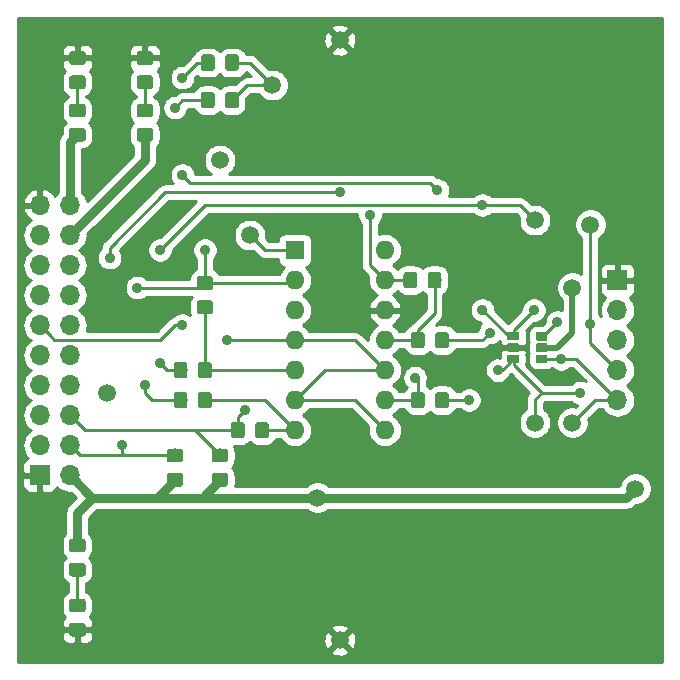
<source format=gbr>
G04 #@! TF.GenerationSoftware,KiCad,Pcbnew,(5.1.2)-1*
G04 #@! TF.CreationDate,2019-10-30T10:00:19+01:00*
G04 #@! TF.ProjectId,temalab_comparator,74656d61-6c61-4625-9f63-6f6d70617261,rev?*
G04 #@! TF.SameCoordinates,Original*
G04 #@! TF.FileFunction,Copper,L1,Top*
G04 #@! TF.FilePolarity,Positive*
%FSLAX46Y46*%
G04 Gerber Fmt 4.6, Leading zero omitted, Abs format (unit mm)*
G04 Created by KiCad (PCBNEW (5.1.2)-1) date 2019-10-30 10:00:19*
%MOMM*%
%LPD*%
G04 APERTURE LIST*
%ADD10C,0.100000*%
%ADD11C,0.700000*%
%ADD12R,1.000000X0.700000*%
%ADD13C,1.150000*%
%ADD14O,1.700000X1.700000*%
%ADD15R,1.700000X1.700000*%
%ADD16R,1.600000X1.600000*%
%ADD17O,1.600000X1.600000*%
%ADD18C,1.500000*%
%ADD19C,0.900000*%
%ADD20C,0.500000*%
%ADD21C,0.750000*%
%ADD22C,0.250000*%
%ADD23C,0.254000*%
G04 APERTURE END LIST*
D10*
G36*
X147024712Y-103475482D02*
G01*
X147034429Y-103476923D01*
X147043958Y-103479310D01*
X147053207Y-103482620D01*
X147062087Y-103486820D01*
X147070513Y-103491870D01*
X147078403Y-103497721D01*
X147085682Y-103504318D01*
X147092279Y-103511597D01*
X147098130Y-103519487D01*
X147103180Y-103527913D01*
X147107380Y-103536793D01*
X147110690Y-103546042D01*
X147113077Y-103555571D01*
X147114518Y-103565288D01*
X147115000Y-103575099D01*
X147115000Y-104074901D01*
X147114518Y-104084712D01*
X147113077Y-104094429D01*
X147110690Y-104103958D01*
X147107380Y-104113207D01*
X147103180Y-104122087D01*
X147098130Y-104130513D01*
X147092279Y-104138403D01*
X147085682Y-104145682D01*
X147078403Y-104152279D01*
X147070513Y-104158130D01*
X147062087Y-104163180D01*
X147053207Y-104167380D01*
X147043958Y-104170690D01*
X147034429Y-104173077D01*
X147024712Y-104174518D01*
X147014901Y-104175000D01*
X146215099Y-104175000D01*
X146205288Y-104174518D01*
X146195571Y-104173077D01*
X146186042Y-104170690D01*
X146176793Y-104167380D01*
X146167913Y-104163180D01*
X146159487Y-104158130D01*
X146151597Y-104152279D01*
X146144318Y-104145682D01*
X146137721Y-104138403D01*
X146131870Y-104130513D01*
X146126820Y-104122087D01*
X146122620Y-104113207D01*
X146119310Y-104103958D01*
X146116923Y-104094429D01*
X146115482Y-104084712D01*
X146115000Y-104074901D01*
X146115000Y-103575099D01*
X146115482Y-103565288D01*
X146116923Y-103555571D01*
X146119310Y-103546042D01*
X146122620Y-103536793D01*
X146126820Y-103527913D01*
X146131870Y-103519487D01*
X146137721Y-103511597D01*
X146144318Y-103504318D01*
X146151597Y-103497721D01*
X146159487Y-103491870D01*
X146167913Y-103486820D01*
X146176793Y-103482620D01*
X146186042Y-103479310D01*
X146195571Y-103476923D01*
X146205288Y-103475482D01*
X146215099Y-103475000D01*
X147014901Y-103475000D01*
X147024712Y-103475482D01*
X147024712Y-103475482D01*
G37*
D11*
X146615000Y-103825000D03*
D10*
G36*
X147024712Y-104425482D02*
G01*
X147034429Y-104426923D01*
X147043958Y-104429310D01*
X147053207Y-104432620D01*
X147062087Y-104436820D01*
X147070513Y-104441870D01*
X147078403Y-104447721D01*
X147085682Y-104454318D01*
X147092279Y-104461597D01*
X147098130Y-104469487D01*
X147103180Y-104477913D01*
X147107380Y-104486793D01*
X147110690Y-104496042D01*
X147113077Y-104505571D01*
X147114518Y-104515288D01*
X147115000Y-104525099D01*
X147115000Y-105024901D01*
X147114518Y-105034712D01*
X147113077Y-105044429D01*
X147110690Y-105053958D01*
X147107380Y-105063207D01*
X147103180Y-105072087D01*
X147098130Y-105080513D01*
X147092279Y-105088403D01*
X147085682Y-105095682D01*
X147078403Y-105102279D01*
X147070513Y-105108130D01*
X147062087Y-105113180D01*
X147053207Y-105117380D01*
X147043958Y-105120690D01*
X147034429Y-105123077D01*
X147024712Y-105124518D01*
X147014901Y-105125000D01*
X146215099Y-105125000D01*
X146205288Y-105124518D01*
X146195571Y-105123077D01*
X146186042Y-105120690D01*
X146176793Y-105117380D01*
X146167913Y-105113180D01*
X146159487Y-105108130D01*
X146151597Y-105102279D01*
X146144318Y-105095682D01*
X146137721Y-105088403D01*
X146131870Y-105080513D01*
X146126820Y-105072087D01*
X146122620Y-105063207D01*
X146119310Y-105053958D01*
X146116923Y-105044429D01*
X146115482Y-105034712D01*
X146115000Y-105024901D01*
X146115000Y-104525099D01*
X146115482Y-104515288D01*
X146116923Y-104505571D01*
X146119310Y-104496042D01*
X146122620Y-104486793D01*
X146126820Y-104477913D01*
X146131870Y-104469487D01*
X146137721Y-104461597D01*
X146144318Y-104454318D01*
X146151597Y-104447721D01*
X146159487Y-104441870D01*
X146167913Y-104436820D01*
X146176793Y-104432620D01*
X146186042Y-104429310D01*
X146195571Y-104426923D01*
X146205288Y-104425482D01*
X146215099Y-104425000D01*
X147014901Y-104425000D01*
X147024712Y-104425482D01*
X147024712Y-104425482D01*
G37*
D11*
X146615000Y-104775000D03*
D10*
G36*
X147024712Y-105375482D02*
G01*
X147034429Y-105376923D01*
X147043958Y-105379310D01*
X147053207Y-105382620D01*
X147062087Y-105386820D01*
X147070513Y-105391870D01*
X147078403Y-105397721D01*
X147085682Y-105404318D01*
X147092279Y-105411597D01*
X147098130Y-105419487D01*
X147103180Y-105427913D01*
X147107380Y-105436793D01*
X147110690Y-105446042D01*
X147113077Y-105455571D01*
X147114518Y-105465288D01*
X147115000Y-105475099D01*
X147115000Y-105974901D01*
X147114518Y-105984712D01*
X147113077Y-105994429D01*
X147110690Y-106003958D01*
X147107380Y-106013207D01*
X147103180Y-106022087D01*
X147098130Y-106030513D01*
X147092279Y-106038403D01*
X147085682Y-106045682D01*
X147078403Y-106052279D01*
X147070513Y-106058130D01*
X147062087Y-106063180D01*
X147053207Y-106067380D01*
X147043958Y-106070690D01*
X147034429Y-106073077D01*
X147024712Y-106074518D01*
X147014901Y-106075000D01*
X146215099Y-106075000D01*
X146205288Y-106074518D01*
X146195571Y-106073077D01*
X146186042Y-106070690D01*
X146176793Y-106067380D01*
X146167913Y-106063180D01*
X146159487Y-106058130D01*
X146151597Y-106052279D01*
X146144318Y-106045682D01*
X146137721Y-106038403D01*
X146131870Y-106030513D01*
X146126820Y-106022087D01*
X146122620Y-106013207D01*
X146119310Y-106003958D01*
X146116923Y-105994429D01*
X146115482Y-105984712D01*
X146115000Y-105974901D01*
X146115000Y-105475099D01*
X146115482Y-105465288D01*
X146116923Y-105455571D01*
X146119310Y-105446042D01*
X146122620Y-105436793D01*
X146126820Y-105427913D01*
X146131870Y-105419487D01*
X146137721Y-105411597D01*
X146144318Y-105404318D01*
X146151597Y-105397721D01*
X146159487Y-105391870D01*
X146167913Y-105386820D01*
X146176793Y-105382620D01*
X146186042Y-105379310D01*
X146195571Y-105376923D01*
X146205288Y-105375482D01*
X146215099Y-105375000D01*
X147014901Y-105375000D01*
X147024712Y-105375482D01*
X147024712Y-105375482D01*
G37*
D11*
X146615000Y-105725000D03*
D10*
G36*
X144624712Y-105375482D02*
G01*
X144634429Y-105376923D01*
X144643958Y-105379310D01*
X144653207Y-105382620D01*
X144662087Y-105386820D01*
X144670513Y-105391870D01*
X144678403Y-105397721D01*
X144685682Y-105404318D01*
X144692279Y-105411597D01*
X144698130Y-105419487D01*
X144703180Y-105427913D01*
X144707380Y-105436793D01*
X144710690Y-105446042D01*
X144713077Y-105455571D01*
X144714518Y-105465288D01*
X144715000Y-105475099D01*
X144715000Y-105974901D01*
X144714518Y-105984712D01*
X144713077Y-105994429D01*
X144710690Y-106003958D01*
X144707380Y-106013207D01*
X144703180Y-106022087D01*
X144698130Y-106030513D01*
X144692279Y-106038403D01*
X144685682Y-106045682D01*
X144678403Y-106052279D01*
X144670513Y-106058130D01*
X144662087Y-106063180D01*
X144653207Y-106067380D01*
X144643958Y-106070690D01*
X144634429Y-106073077D01*
X144624712Y-106074518D01*
X144614901Y-106075000D01*
X143815099Y-106075000D01*
X143805288Y-106074518D01*
X143795571Y-106073077D01*
X143786042Y-106070690D01*
X143776793Y-106067380D01*
X143767913Y-106063180D01*
X143759487Y-106058130D01*
X143751597Y-106052279D01*
X143744318Y-106045682D01*
X143737721Y-106038403D01*
X143731870Y-106030513D01*
X143726820Y-106022087D01*
X143722620Y-106013207D01*
X143719310Y-106003958D01*
X143716923Y-105994429D01*
X143715482Y-105984712D01*
X143715000Y-105974901D01*
X143715000Y-105475099D01*
X143715482Y-105465288D01*
X143716923Y-105455571D01*
X143719310Y-105446042D01*
X143722620Y-105436793D01*
X143726820Y-105427913D01*
X143731870Y-105419487D01*
X143737721Y-105411597D01*
X143744318Y-105404318D01*
X143751597Y-105397721D01*
X143759487Y-105391870D01*
X143767913Y-105386820D01*
X143776793Y-105382620D01*
X143786042Y-105379310D01*
X143795571Y-105376923D01*
X143805288Y-105375482D01*
X143815099Y-105375000D01*
X144614901Y-105375000D01*
X144624712Y-105375482D01*
X144624712Y-105375482D01*
G37*
D11*
X144215000Y-105725000D03*
D10*
G36*
X144624712Y-104425482D02*
G01*
X144634429Y-104426923D01*
X144643958Y-104429310D01*
X144653207Y-104432620D01*
X144662087Y-104436820D01*
X144670513Y-104441870D01*
X144678403Y-104447721D01*
X144685682Y-104454318D01*
X144692279Y-104461597D01*
X144698130Y-104469487D01*
X144703180Y-104477913D01*
X144707380Y-104486793D01*
X144710690Y-104496042D01*
X144713077Y-104505571D01*
X144714518Y-104515288D01*
X144715000Y-104525099D01*
X144715000Y-105024901D01*
X144714518Y-105034712D01*
X144713077Y-105044429D01*
X144710690Y-105053958D01*
X144707380Y-105063207D01*
X144703180Y-105072087D01*
X144698130Y-105080513D01*
X144692279Y-105088403D01*
X144685682Y-105095682D01*
X144678403Y-105102279D01*
X144670513Y-105108130D01*
X144662087Y-105113180D01*
X144653207Y-105117380D01*
X144643958Y-105120690D01*
X144634429Y-105123077D01*
X144624712Y-105124518D01*
X144614901Y-105125000D01*
X143815099Y-105125000D01*
X143805288Y-105124518D01*
X143795571Y-105123077D01*
X143786042Y-105120690D01*
X143776793Y-105117380D01*
X143767913Y-105113180D01*
X143759487Y-105108130D01*
X143751597Y-105102279D01*
X143744318Y-105095682D01*
X143737721Y-105088403D01*
X143731870Y-105080513D01*
X143726820Y-105072087D01*
X143722620Y-105063207D01*
X143719310Y-105053958D01*
X143716923Y-105044429D01*
X143715482Y-105034712D01*
X143715000Y-105024901D01*
X143715000Y-104525099D01*
X143715482Y-104515288D01*
X143716923Y-104505571D01*
X143719310Y-104496042D01*
X143722620Y-104486793D01*
X143726820Y-104477913D01*
X143731870Y-104469487D01*
X143737721Y-104461597D01*
X143744318Y-104454318D01*
X143751597Y-104447721D01*
X143759487Y-104441870D01*
X143767913Y-104436820D01*
X143776793Y-104432620D01*
X143786042Y-104429310D01*
X143795571Y-104426923D01*
X143805288Y-104425482D01*
X143815099Y-104425000D01*
X144614901Y-104425000D01*
X144624712Y-104425482D01*
X144624712Y-104425482D01*
G37*
D11*
X144215000Y-104775000D03*
D12*
X144215000Y-103825000D03*
D10*
G36*
X121244505Y-111061204D02*
G01*
X121268773Y-111064804D01*
X121292572Y-111070765D01*
X121315671Y-111079030D01*
X121337850Y-111089520D01*
X121358893Y-111102132D01*
X121378599Y-111116747D01*
X121396777Y-111133223D01*
X121413253Y-111151401D01*
X121427868Y-111171107D01*
X121440480Y-111192150D01*
X121450970Y-111214329D01*
X121459235Y-111237428D01*
X121465196Y-111261227D01*
X121468796Y-111285495D01*
X121470000Y-111309999D01*
X121470000Y-112210001D01*
X121468796Y-112234505D01*
X121465196Y-112258773D01*
X121459235Y-112282572D01*
X121450970Y-112305671D01*
X121440480Y-112327850D01*
X121427868Y-112348893D01*
X121413253Y-112368599D01*
X121396777Y-112386777D01*
X121378599Y-112403253D01*
X121358893Y-112417868D01*
X121337850Y-112430480D01*
X121315671Y-112440970D01*
X121292572Y-112449235D01*
X121268773Y-112455196D01*
X121244505Y-112458796D01*
X121220001Y-112460000D01*
X120569999Y-112460000D01*
X120545495Y-112458796D01*
X120521227Y-112455196D01*
X120497428Y-112449235D01*
X120474329Y-112440970D01*
X120452150Y-112430480D01*
X120431107Y-112417868D01*
X120411401Y-112403253D01*
X120393223Y-112386777D01*
X120376747Y-112368599D01*
X120362132Y-112348893D01*
X120349520Y-112327850D01*
X120339030Y-112305671D01*
X120330765Y-112282572D01*
X120324804Y-112258773D01*
X120321204Y-112234505D01*
X120320000Y-112210001D01*
X120320000Y-111309999D01*
X120321204Y-111285495D01*
X120324804Y-111261227D01*
X120330765Y-111237428D01*
X120339030Y-111214329D01*
X120349520Y-111192150D01*
X120362132Y-111171107D01*
X120376747Y-111151401D01*
X120393223Y-111133223D01*
X120411401Y-111116747D01*
X120431107Y-111102132D01*
X120452150Y-111089520D01*
X120474329Y-111079030D01*
X120497428Y-111070765D01*
X120521227Y-111064804D01*
X120545495Y-111061204D01*
X120569999Y-111060000D01*
X121220001Y-111060000D01*
X121244505Y-111061204D01*
X121244505Y-111061204D01*
G37*
D13*
X120895000Y-111760000D03*
D10*
G36*
X123294505Y-111061204D02*
G01*
X123318773Y-111064804D01*
X123342572Y-111070765D01*
X123365671Y-111079030D01*
X123387850Y-111089520D01*
X123408893Y-111102132D01*
X123428599Y-111116747D01*
X123446777Y-111133223D01*
X123463253Y-111151401D01*
X123477868Y-111171107D01*
X123490480Y-111192150D01*
X123500970Y-111214329D01*
X123509235Y-111237428D01*
X123515196Y-111261227D01*
X123518796Y-111285495D01*
X123520000Y-111309999D01*
X123520000Y-112210001D01*
X123518796Y-112234505D01*
X123515196Y-112258773D01*
X123509235Y-112282572D01*
X123500970Y-112305671D01*
X123490480Y-112327850D01*
X123477868Y-112348893D01*
X123463253Y-112368599D01*
X123446777Y-112386777D01*
X123428599Y-112403253D01*
X123408893Y-112417868D01*
X123387850Y-112430480D01*
X123365671Y-112440970D01*
X123342572Y-112449235D01*
X123318773Y-112455196D01*
X123294505Y-112458796D01*
X123270001Y-112460000D01*
X122619999Y-112460000D01*
X122595495Y-112458796D01*
X122571227Y-112455196D01*
X122547428Y-112449235D01*
X122524329Y-112440970D01*
X122502150Y-112430480D01*
X122481107Y-112417868D01*
X122461401Y-112403253D01*
X122443223Y-112386777D01*
X122426747Y-112368599D01*
X122412132Y-112348893D01*
X122399520Y-112327850D01*
X122389030Y-112305671D01*
X122380765Y-112282572D01*
X122374804Y-112258773D01*
X122371204Y-112234505D01*
X122370000Y-112210001D01*
X122370000Y-111309999D01*
X122371204Y-111285495D01*
X122374804Y-111261227D01*
X122380765Y-111237428D01*
X122389030Y-111214329D01*
X122399520Y-111192150D01*
X122412132Y-111171107D01*
X122426747Y-111151401D01*
X122443223Y-111133223D01*
X122461401Y-111116747D01*
X122481107Y-111102132D01*
X122502150Y-111089520D01*
X122524329Y-111079030D01*
X122547428Y-111070765D01*
X122571227Y-111064804D01*
X122595495Y-111061204D01*
X122619999Y-111060000D01*
X123270001Y-111060000D01*
X123294505Y-111061204D01*
X123294505Y-111061204D01*
G37*
D13*
X122945000Y-111760000D03*
D10*
G36*
X107789505Y-120956204D02*
G01*
X107813773Y-120959804D01*
X107837572Y-120965765D01*
X107860671Y-120974030D01*
X107882850Y-120984520D01*
X107903893Y-120997132D01*
X107923599Y-121011747D01*
X107941777Y-121028223D01*
X107958253Y-121046401D01*
X107972868Y-121066107D01*
X107985480Y-121087150D01*
X107995970Y-121109329D01*
X108004235Y-121132428D01*
X108010196Y-121156227D01*
X108013796Y-121180495D01*
X108015000Y-121204999D01*
X108015000Y-121855001D01*
X108013796Y-121879505D01*
X108010196Y-121903773D01*
X108004235Y-121927572D01*
X107995970Y-121950671D01*
X107985480Y-121972850D01*
X107972868Y-121993893D01*
X107958253Y-122013599D01*
X107941777Y-122031777D01*
X107923599Y-122048253D01*
X107903893Y-122062868D01*
X107882850Y-122075480D01*
X107860671Y-122085970D01*
X107837572Y-122094235D01*
X107813773Y-122100196D01*
X107789505Y-122103796D01*
X107765001Y-122105000D01*
X106864999Y-122105000D01*
X106840495Y-122103796D01*
X106816227Y-122100196D01*
X106792428Y-122094235D01*
X106769329Y-122085970D01*
X106747150Y-122075480D01*
X106726107Y-122062868D01*
X106706401Y-122048253D01*
X106688223Y-122031777D01*
X106671747Y-122013599D01*
X106657132Y-121993893D01*
X106644520Y-121972850D01*
X106634030Y-121950671D01*
X106625765Y-121927572D01*
X106619804Y-121903773D01*
X106616204Y-121879505D01*
X106615000Y-121855001D01*
X106615000Y-121204999D01*
X106616204Y-121180495D01*
X106619804Y-121156227D01*
X106625765Y-121132428D01*
X106634030Y-121109329D01*
X106644520Y-121087150D01*
X106657132Y-121066107D01*
X106671747Y-121046401D01*
X106688223Y-121028223D01*
X106706401Y-121011747D01*
X106726107Y-120997132D01*
X106747150Y-120984520D01*
X106769329Y-120974030D01*
X106792428Y-120965765D01*
X106816227Y-120959804D01*
X106840495Y-120956204D01*
X106864999Y-120955000D01*
X107765001Y-120955000D01*
X107789505Y-120956204D01*
X107789505Y-120956204D01*
G37*
D13*
X107315000Y-121530000D03*
D10*
G36*
X107789505Y-123006204D02*
G01*
X107813773Y-123009804D01*
X107837572Y-123015765D01*
X107860671Y-123024030D01*
X107882850Y-123034520D01*
X107903893Y-123047132D01*
X107923599Y-123061747D01*
X107941777Y-123078223D01*
X107958253Y-123096401D01*
X107972868Y-123116107D01*
X107985480Y-123137150D01*
X107995970Y-123159329D01*
X108004235Y-123182428D01*
X108010196Y-123206227D01*
X108013796Y-123230495D01*
X108015000Y-123254999D01*
X108015000Y-123905001D01*
X108013796Y-123929505D01*
X108010196Y-123953773D01*
X108004235Y-123977572D01*
X107995970Y-124000671D01*
X107985480Y-124022850D01*
X107972868Y-124043893D01*
X107958253Y-124063599D01*
X107941777Y-124081777D01*
X107923599Y-124098253D01*
X107903893Y-124112868D01*
X107882850Y-124125480D01*
X107860671Y-124135970D01*
X107837572Y-124144235D01*
X107813773Y-124150196D01*
X107789505Y-124153796D01*
X107765001Y-124155000D01*
X106864999Y-124155000D01*
X106840495Y-124153796D01*
X106816227Y-124150196D01*
X106792428Y-124144235D01*
X106769329Y-124135970D01*
X106747150Y-124125480D01*
X106726107Y-124112868D01*
X106706401Y-124098253D01*
X106688223Y-124081777D01*
X106671747Y-124063599D01*
X106657132Y-124043893D01*
X106644520Y-124022850D01*
X106634030Y-124000671D01*
X106625765Y-123977572D01*
X106619804Y-123953773D01*
X106616204Y-123929505D01*
X106615000Y-123905001D01*
X106615000Y-123254999D01*
X106616204Y-123230495D01*
X106619804Y-123206227D01*
X106625765Y-123182428D01*
X106634030Y-123159329D01*
X106644520Y-123137150D01*
X106657132Y-123116107D01*
X106671747Y-123096401D01*
X106688223Y-123078223D01*
X106706401Y-123061747D01*
X106726107Y-123047132D01*
X106747150Y-123034520D01*
X106769329Y-123024030D01*
X106792428Y-123015765D01*
X106816227Y-123009804D01*
X106840495Y-123006204D01*
X106864999Y-123005000D01*
X107765001Y-123005000D01*
X107789505Y-123006204D01*
X107789505Y-123006204D01*
G37*
D13*
X107315000Y-123580000D03*
D10*
G36*
X107789505Y-86176204D02*
G01*
X107813773Y-86179804D01*
X107837572Y-86185765D01*
X107860671Y-86194030D01*
X107882850Y-86204520D01*
X107903893Y-86217132D01*
X107923599Y-86231747D01*
X107941777Y-86248223D01*
X107958253Y-86266401D01*
X107972868Y-86286107D01*
X107985480Y-86307150D01*
X107995970Y-86329329D01*
X108004235Y-86352428D01*
X108010196Y-86376227D01*
X108013796Y-86400495D01*
X108015000Y-86424999D01*
X108015000Y-87075001D01*
X108013796Y-87099505D01*
X108010196Y-87123773D01*
X108004235Y-87147572D01*
X107995970Y-87170671D01*
X107985480Y-87192850D01*
X107972868Y-87213893D01*
X107958253Y-87233599D01*
X107941777Y-87251777D01*
X107923599Y-87268253D01*
X107903893Y-87282868D01*
X107882850Y-87295480D01*
X107860671Y-87305970D01*
X107837572Y-87314235D01*
X107813773Y-87320196D01*
X107789505Y-87323796D01*
X107765001Y-87325000D01*
X106864999Y-87325000D01*
X106840495Y-87323796D01*
X106816227Y-87320196D01*
X106792428Y-87314235D01*
X106769329Y-87305970D01*
X106747150Y-87295480D01*
X106726107Y-87282868D01*
X106706401Y-87268253D01*
X106688223Y-87251777D01*
X106671747Y-87233599D01*
X106657132Y-87213893D01*
X106644520Y-87192850D01*
X106634030Y-87170671D01*
X106625765Y-87147572D01*
X106619804Y-87123773D01*
X106616204Y-87099505D01*
X106615000Y-87075001D01*
X106615000Y-86424999D01*
X106616204Y-86400495D01*
X106619804Y-86376227D01*
X106625765Y-86352428D01*
X106634030Y-86329329D01*
X106644520Y-86307150D01*
X106657132Y-86286107D01*
X106671747Y-86266401D01*
X106688223Y-86248223D01*
X106706401Y-86231747D01*
X106726107Y-86217132D01*
X106747150Y-86204520D01*
X106769329Y-86194030D01*
X106792428Y-86185765D01*
X106816227Y-86179804D01*
X106840495Y-86176204D01*
X106864999Y-86175000D01*
X107765001Y-86175000D01*
X107789505Y-86176204D01*
X107789505Y-86176204D01*
G37*
D13*
X107315000Y-86750000D03*
D10*
G36*
X107789505Y-84126204D02*
G01*
X107813773Y-84129804D01*
X107837572Y-84135765D01*
X107860671Y-84144030D01*
X107882850Y-84154520D01*
X107903893Y-84167132D01*
X107923599Y-84181747D01*
X107941777Y-84198223D01*
X107958253Y-84216401D01*
X107972868Y-84236107D01*
X107985480Y-84257150D01*
X107995970Y-84279329D01*
X108004235Y-84302428D01*
X108010196Y-84326227D01*
X108013796Y-84350495D01*
X108015000Y-84374999D01*
X108015000Y-85025001D01*
X108013796Y-85049505D01*
X108010196Y-85073773D01*
X108004235Y-85097572D01*
X107995970Y-85120671D01*
X107985480Y-85142850D01*
X107972868Y-85163893D01*
X107958253Y-85183599D01*
X107941777Y-85201777D01*
X107923599Y-85218253D01*
X107903893Y-85232868D01*
X107882850Y-85245480D01*
X107860671Y-85255970D01*
X107837572Y-85264235D01*
X107813773Y-85270196D01*
X107789505Y-85273796D01*
X107765001Y-85275000D01*
X106864999Y-85275000D01*
X106840495Y-85273796D01*
X106816227Y-85270196D01*
X106792428Y-85264235D01*
X106769329Y-85255970D01*
X106747150Y-85245480D01*
X106726107Y-85232868D01*
X106706401Y-85218253D01*
X106688223Y-85201777D01*
X106671747Y-85183599D01*
X106657132Y-85163893D01*
X106644520Y-85142850D01*
X106634030Y-85120671D01*
X106625765Y-85097572D01*
X106619804Y-85073773D01*
X106616204Y-85049505D01*
X106615000Y-85025001D01*
X106615000Y-84374999D01*
X106616204Y-84350495D01*
X106619804Y-84326227D01*
X106625765Y-84302428D01*
X106634030Y-84279329D01*
X106644520Y-84257150D01*
X106657132Y-84236107D01*
X106671747Y-84216401D01*
X106688223Y-84198223D01*
X106706401Y-84181747D01*
X106726107Y-84167132D01*
X106747150Y-84154520D01*
X106769329Y-84144030D01*
X106792428Y-84135765D01*
X106816227Y-84129804D01*
X106840495Y-84126204D01*
X106864999Y-84125000D01*
X107765001Y-84125000D01*
X107789505Y-84126204D01*
X107789505Y-84126204D01*
G37*
D13*
X107315000Y-84700000D03*
D10*
G36*
X113504505Y-86176204D02*
G01*
X113528773Y-86179804D01*
X113552572Y-86185765D01*
X113575671Y-86194030D01*
X113597850Y-86204520D01*
X113618893Y-86217132D01*
X113638599Y-86231747D01*
X113656777Y-86248223D01*
X113673253Y-86266401D01*
X113687868Y-86286107D01*
X113700480Y-86307150D01*
X113710970Y-86329329D01*
X113719235Y-86352428D01*
X113725196Y-86376227D01*
X113728796Y-86400495D01*
X113730000Y-86424999D01*
X113730000Y-87075001D01*
X113728796Y-87099505D01*
X113725196Y-87123773D01*
X113719235Y-87147572D01*
X113710970Y-87170671D01*
X113700480Y-87192850D01*
X113687868Y-87213893D01*
X113673253Y-87233599D01*
X113656777Y-87251777D01*
X113638599Y-87268253D01*
X113618893Y-87282868D01*
X113597850Y-87295480D01*
X113575671Y-87305970D01*
X113552572Y-87314235D01*
X113528773Y-87320196D01*
X113504505Y-87323796D01*
X113480001Y-87325000D01*
X112579999Y-87325000D01*
X112555495Y-87323796D01*
X112531227Y-87320196D01*
X112507428Y-87314235D01*
X112484329Y-87305970D01*
X112462150Y-87295480D01*
X112441107Y-87282868D01*
X112421401Y-87268253D01*
X112403223Y-87251777D01*
X112386747Y-87233599D01*
X112372132Y-87213893D01*
X112359520Y-87192850D01*
X112349030Y-87170671D01*
X112340765Y-87147572D01*
X112334804Y-87123773D01*
X112331204Y-87099505D01*
X112330000Y-87075001D01*
X112330000Y-86424999D01*
X112331204Y-86400495D01*
X112334804Y-86376227D01*
X112340765Y-86352428D01*
X112349030Y-86329329D01*
X112359520Y-86307150D01*
X112372132Y-86286107D01*
X112386747Y-86266401D01*
X112403223Y-86248223D01*
X112421401Y-86231747D01*
X112441107Y-86217132D01*
X112462150Y-86204520D01*
X112484329Y-86194030D01*
X112507428Y-86185765D01*
X112531227Y-86179804D01*
X112555495Y-86176204D01*
X112579999Y-86175000D01*
X113480001Y-86175000D01*
X113504505Y-86176204D01*
X113504505Y-86176204D01*
G37*
D13*
X113030000Y-86750000D03*
D10*
G36*
X113504505Y-84126204D02*
G01*
X113528773Y-84129804D01*
X113552572Y-84135765D01*
X113575671Y-84144030D01*
X113597850Y-84154520D01*
X113618893Y-84167132D01*
X113638599Y-84181747D01*
X113656777Y-84198223D01*
X113673253Y-84216401D01*
X113687868Y-84236107D01*
X113700480Y-84257150D01*
X113710970Y-84279329D01*
X113719235Y-84302428D01*
X113725196Y-84326227D01*
X113728796Y-84350495D01*
X113730000Y-84374999D01*
X113730000Y-85025001D01*
X113728796Y-85049505D01*
X113725196Y-85073773D01*
X113719235Y-85097572D01*
X113710970Y-85120671D01*
X113700480Y-85142850D01*
X113687868Y-85163893D01*
X113673253Y-85183599D01*
X113656777Y-85201777D01*
X113638599Y-85218253D01*
X113618893Y-85232868D01*
X113597850Y-85245480D01*
X113575671Y-85255970D01*
X113552572Y-85264235D01*
X113528773Y-85270196D01*
X113504505Y-85273796D01*
X113480001Y-85275000D01*
X112579999Y-85275000D01*
X112555495Y-85273796D01*
X112531227Y-85270196D01*
X112507428Y-85264235D01*
X112484329Y-85255970D01*
X112462150Y-85245480D01*
X112441107Y-85232868D01*
X112421401Y-85218253D01*
X112403223Y-85201777D01*
X112386747Y-85183599D01*
X112372132Y-85163893D01*
X112359520Y-85142850D01*
X112349030Y-85120671D01*
X112340765Y-85097572D01*
X112334804Y-85073773D01*
X112331204Y-85049505D01*
X112330000Y-85025001D01*
X112330000Y-84374999D01*
X112331204Y-84350495D01*
X112334804Y-84326227D01*
X112340765Y-84302428D01*
X112349030Y-84279329D01*
X112359520Y-84257150D01*
X112372132Y-84236107D01*
X112386747Y-84216401D01*
X112403223Y-84198223D01*
X112421401Y-84181747D01*
X112441107Y-84167132D01*
X112462150Y-84154520D01*
X112484329Y-84144030D01*
X112507428Y-84135765D01*
X112531227Y-84129804D01*
X112555495Y-84126204D01*
X112579999Y-84125000D01*
X113480001Y-84125000D01*
X113504505Y-84126204D01*
X113504505Y-84126204D01*
G37*
D13*
X113030000Y-84700000D03*
D14*
X153035000Y-109220000D03*
X153035000Y-106680000D03*
X153035000Y-104140000D03*
X153035000Y-101600000D03*
D15*
X153035000Y-99060000D03*
D14*
X106680000Y-92710000D03*
X104140000Y-92710000D03*
X106680000Y-95250000D03*
X104140000Y-95250000D03*
X106680000Y-97790000D03*
X104140000Y-97790000D03*
X106680000Y-100330000D03*
X104140000Y-100330000D03*
X106680000Y-102870000D03*
X104140000Y-102870000D03*
X106680000Y-105410000D03*
X104140000Y-105410000D03*
X106680000Y-107950000D03*
X104140000Y-107950000D03*
X106680000Y-110490000D03*
X104140000Y-110490000D03*
X106680000Y-113030000D03*
X104140000Y-113030000D03*
X106680000Y-115570000D03*
D15*
X104140000Y-115570000D03*
D10*
G36*
X116409505Y-105981204D02*
G01*
X116433773Y-105984804D01*
X116457572Y-105990765D01*
X116480671Y-105999030D01*
X116502850Y-106009520D01*
X116523893Y-106022132D01*
X116543599Y-106036747D01*
X116561777Y-106053223D01*
X116578253Y-106071401D01*
X116592868Y-106091107D01*
X116605480Y-106112150D01*
X116615970Y-106134329D01*
X116624235Y-106157428D01*
X116630196Y-106181227D01*
X116633796Y-106205495D01*
X116635000Y-106229999D01*
X116635000Y-107130001D01*
X116633796Y-107154505D01*
X116630196Y-107178773D01*
X116624235Y-107202572D01*
X116615970Y-107225671D01*
X116605480Y-107247850D01*
X116592868Y-107268893D01*
X116578253Y-107288599D01*
X116561777Y-107306777D01*
X116543599Y-107323253D01*
X116523893Y-107337868D01*
X116502850Y-107350480D01*
X116480671Y-107360970D01*
X116457572Y-107369235D01*
X116433773Y-107375196D01*
X116409505Y-107378796D01*
X116385001Y-107380000D01*
X115734999Y-107380000D01*
X115710495Y-107378796D01*
X115686227Y-107375196D01*
X115662428Y-107369235D01*
X115639329Y-107360970D01*
X115617150Y-107350480D01*
X115596107Y-107337868D01*
X115576401Y-107323253D01*
X115558223Y-107306777D01*
X115541747Y-107288599D01*
X115527132Y-107268893D01*
X115514520Y-107247850D01*
X115504030Y-107225671D01*
X115495765Y-107202572D01*
X115489804Y-107178773D01*
X115486204Y-107154505D01*
X115485000Y-107130001D01*
X115485000Y-106229999D01*
X115486204Y-106205495D01*
X115489804Y-106181227D01*
X115495765Y-106157428D01*
X115504030Y-106134329D01*
X115514520Y-106112150D01*
X115527132Y-106091107D01*
X115541747Y-106071401D01*
X115558223Y-106053223D01*
X115576401Y-106036747D01*
X115596107Y-106022132D01*
X115617150Y-106009520D01*
X115639329Y-105999030D01*
X115662428Y-105990765D01*
X115686227Y-105984804D01*
X115710495Y-105981204D01*
X115734999Y-105980000D01*
X116385001Y-105980000D01*
X116409505Y-105981204D01*
X116409505Y-105981204D01*
G37*
D13*
X116060000Y-106680000D03*
D10*
G36*
X118459505Y-105981204D02*
G01*
X118483773Y-105984804D01*
X118507572Y-105990765D01*
X118530671Y-105999030D01*
X118552850Y-106009520D01*
X118573893Y-106022132D01*
X118593599Y-106036747D01*
X118611777Y-106053223D01*
X118628253Y-106071401D01*
X118642868Y-106091107D01*
X118655480Y-106112150D01*
X118665970Y-106134329D01*
X118674235Y-106157428D01*
X118680196Y-106181227D01*
X118683796Y-106205495D01*
X118685000Y-106229999D01*
X118685000Y-107130001D01*
X118683796Y-107154505D01*
X118680196Y-107178773D01*
X118674235Y-107202572D01*
X118665970Y-107225671D01*
X118655480Y-107247850D01*
X118642868Y-107268893D01*
X118628253Y-107288599D01*
X118611777Y-107306777D01*
X118593599Y-107323253D01*
X118573893Y-107337868D01*
X118552850Y-107350480D01*
X118530671Y-107360970D01*
X118507572Y-107369235D01*
X118483773Y-107375196D01*
X118459505Y-107378796D01*
X118435001Y-107380000D01*
X117784999Y-107380000D01*
X117760495Y-107378796D01*
X117736227Y-107375196D01*
X117712428Y-107369235D01*
X117689329Y-107360970D01*
X117667150Y-107350480D01*
X117646107Y-107337868D01*
X117626401Y-107323253D01*
X117608223Y-107306777D01*
X117591747Y-107288599D01*
X117577132Y-107268893D01*
X117564520Y-107247850D01*
X117554030Y-107225671D01*
X117545765Y-107202572D01*
X117539804Y-107178773D01*
X117536204Y-107154505D01*
X117535000Y-107130001D01*
X117535000Y-106229999D01*
X117536204Y-106205495D01*
X117539804Y-106181227D01*
X117545765Y-106157428D01*
X117554030Y-106134329D01*
X117564520Y-106112150D01*
X117577132Y-106091107D01*
X117591747Y-106071401D01*
X117608223Y-106053223D01*
X117626401Y-106036747D01*
X117646107Y-106022132D01*
X117667150Y-106009520D01*
X117689329Y-105999030D01*
X117712428Y-105990765D01*
X117736227Y-105984804D01*
X117760495Y-105981204D01*
X117784999Y-105980000D01*
X118435001Y-105980000D01*
X118459505Y-105981204D01*
X118459505Y-105981204D01*
G37*
D13*
X118110000Y-106680000D03*
D10*
G36*
X118584505Y-98731204D02*
G01*
X118608773Y-98734804D01*
X118632572Y-98740765D01*
X118655671Y-98749030D01*
X118677850Y-98759520D01*
X118698893Y-98772132D01*
X118718599Y-98786747D01*
X118736777Y-98803223D01*
X118753253Y-98821401D01*
X118767868Y-98841107D01*
X118780480Y-98862150D01*
X118790970Y-98884329D01*
X118799235Y-98907428D01*
X118805196Y-98931227D01*
X118808796Y-98955495D01*
X118810000Y-98979999D01*
X118810000Y-99630001D01*
X118808796Y-99654505D01*
X118805196Y-99678773D01*
X118799235Y-99702572D01*
X118790970Y-99725671D01*
X118780480Y-99747850D01*
X118767868Y-99768893D01*
X118753253Y-99788599D01*
X118736777Y-99806777D01*
X118718599Y-99823253D01*
X118698893Y-99837868D01*
X118677850Y-99850480D01*
X118655671Y-99860970D01*
X118632572Y-99869235D01*
X118608773Y-99875196D01*
X118584505Y-99878796D01*
X118560001Y-99880000D01*
X117659999Y-99880000D01*
X117635495Y-99878796D01*
X117611227Y-99875196D01*
X117587428Y-99869235D01*
X117564329Y-99860970D01*
X117542150Y-99850480D01*
X117521107Y-99837868D01*
X117501401Y-99823253D01*
X117483223Y-99806777D01*
X117466747Y-99788599D01*
X117452132Y-99768893D01*
X117439520Y-99747850D01*
X117429030Y-99725671D01*
X117420765Y-99702572D01*
X117414804Y-99678773D01*
X117411204Y-99654505D01*
X117410000Y-99630001D01*
X117410000Y-98979999D01*
X117411204Y-98955495D01*
X117414804Y-98931227D01*
X117420765Y-98907428D01*
X117429030Y-98884329D01*
X117439520Y-98862150D01*
X117452132Y-98841107D01*
X117466747Y-98821401D01*
X117483223Y-98803223D01*
X117501401Y-98786747D01*
X117521107Y-98772132D01*
X117542150Y-98759520D01*
X117564329Y-98749030D01*
X117587428Y-98740765D01*
X117611227Y-98734804D01*
X117635495Y-98731204D01*
X117659999Y-98730000D01*
X118560001Y-98730000D01*
X118584505Y-98731204D01*
X118584505Y-98731204D01*
G37*
D13*
X118110000Y-99305000D03*
D10*
G36*
X118584505Y-100781204D02*
G01*
X118608773Y-100784804D01*
X118632572Y-100790765D01*
X118655671Y-100799030D01*
X118677850Y-100809520D01*
X118698893Y-100822132D01*
X118718599Y-100836747D01*
X118736777Y-100853223D01*
X118753253Y-100871401D01*
X118767868Y-100891107D01*
X118780480Y-100912150D01*
X118790970Y-100934329D01*
X118799235Y-100957428D01*
X118805196Y-100981227D01*
X118808796Y-101005495D01*
X118810000Y-101029999D01*
X118810000Y-101680001D01*
X118808796Y-101704505D01*
X118805196Y-101728773D01*
X118799235Y-101752572D01*
X118790970Y-101775671D01*
X118780480Y-101797850D01*
X118767868Y-101818893D01*
X118753253Y-101838599D01*
X118736777Y-101856777D01*
X118718599Y-101873253D01*
X118698893Y-101887868D01*
X118677850Y-101900480D01*
X118655671Y-101910970D01*
X118632572Y-101919235D01*
X118608773Y-101925196D01*
X118584505Y-101928796D01*
X118560001Y-101930000D01*
X117659999Y-101930000D01*
X117635495Y-101928796D01*
X117611227Y-101925196D01*
X117587428Y-101919235D01*
X117564329Y-101910970D01*
X117542150Y-101900480D01*
X117521107Y-101887868D01*
X117501401Y-101873253D01*
X117483223Y-101856777D01*
X117466747Y-101838599D01*
X117452132Y-101818893D01*
X117439520Y-101797850D01*
X117429030Y-101775671D01*
X117420765Y-101752572D01*
X117414804Y-101728773D01*
X117411204Y-101704505D01*
X117410000Y-101680001D01*
X117410000Y-101029999D01*
X117411204Y-101005495D01*
X117414804Y-100981227D01*
X117420765Y-100957428D01*
X117429030Y-100934329D01*
X117439520Y-100912150D01*
X117452132Y-100891107D01*
X117466747Y-100871401D01*
X117483223Y-100853223D01*
X117501401Y-100836747D01*
X117521107Y-100822132D01*
X117542150Y-100809520D01*
X117564329Y-100799030D01*
X117587428Y-100790765D01*
X117611227Y-100784804D01*
X117635495Y-100781204D01*
X117659999Y-100780000D01*
X118560001Y-100780000D01*
X118584505Y-100781204D01*
X118584505Y-100781204D01*
G37*
D13*
X118110000Y-101355000D03*
D10*
G36*
X116044505Y-115386204D02*
G01*
X116068773Y-115389804D01*
X116092572Y-115395765D01*
X116115671Y-115404030D01*
X116137850Y-115414520D01*
X116158893Y-115427132D01*
X116178599Y-115441747D01*
X116196777Y-115458223D01*
X116213253Y-115476401D01*
X116227868Y-115496107D01*
X116240480Y-115517150D01*
X116250970Y-115539329D01*
X116259235Y-115562428D01*
X116265196Y-115586227D01*
X116268796Y-115610495D01*
X116270000Y-115634999D01*
X116270000Y-116285001D01*
X116268796Y-116309505D01*
X116265196Y-116333773D01*
X116259235Y-116357572D01*
X116250970Y-116380671D01*
X116240480Y-116402850D01*
X116227868Y-116423893D01*
X116213253Y-116443599D01*
X116196777Y-116461777D01*
X116178599Y-116478253D01*
X116158893Y-116492868D01*
X116137850Y-116505480D01*
X116115671Y-116515970D01*
X116092572Y-116524235D01*
X116068773Y-116530196D01*
X116044505Y-116533796D01*
X116020001Y-116535000D01*
X115119999Y-116535000D01*
X115095495Y-116533796D01*
X115071227Y-116530196D01*
X115047428Y-116524235D01*
X115024329Y-116515970D01*
X115002150Y-116505480D01*
X114981107Y-116492868D01*
X114961401Y-116478253D01*
X114943223Y-116461777D01*
X114926747Y-116443599D01*
X114912132Y-116423893D01*
X114899520Y-116402850D01*
X114889030Y-116380671D01*
X114880765Y-116357572D01*
X114874804Y-116333773D01*
X114871204Y-116309505D01*
X114870000Y-116285001D01*
X114870000Y-115634999D01*
X114871204Y-115610495D01*
X114874804Y-115586227D01*
X114880765Y-115562428D01*
X114889030Y-115539329D01*
X114899520Y-115517150D01*
X114912132Y-115496107D01*
X114926747Y-115476401D01*
X114943223Y-115458223D01*
X114961401Y-115441747D01*
X114981107Y-115427132D01*
X115002150Y-115414520D01*
X115024329Y-115404030D01*
X115047428Y-115395765D01*
X115071227Y-115389804D01*
X115095495Y-115386204D01*
X115119999Y-115385000D01*
X116020001Y-115385000D01*
X116044505Y-115386204D01*
X116044505Y-115386204D01*
G37*
D13*
X115570000Y-115960000D03*
D10*
G36*
X116044505Y-113336204D02*
G01*
X116068773Y-113339804D01*
X116092572Y-113345765D01*
X116115671Y-113354030D01*
X116137850Y-113364520D01*
X116158893Y-113377132D01*
X116178599Y-113391747D01*
X116196777Y-113408223D01*
X116213253Y-113426401D01*
X116227868Y-113446107D01*
X116240480Y-113467150D01*
X116250970Y-113489329D01*
X116259235Y-113512428D01*
X116265196Y-113536227D01*
X116268796Y-113560495D01*
X116270000Y-113584999D01*
X116270000Y-114235001D01*
X116268796Y-114259505D01*
X116265196Y-114283773D01*
X116259235Y-114307572D01*
X116250970Y-114330671D01*
X116240480Y-114352850D01*
X116227868Y-114373893D01*
X116213253Y-114393599D01*
X116196777Y-114411777D01*
X116178599Y-114428253D01*
X116158893Y-114442868D01*
X116137850Y-114455480D01*
X116115671Y-114465970D01*
X116092572Y-114474235D01*
X116068773Y-114480196D01*
X116044505Y-114483796D01*
X116020001Y-114485000D01*
X115119999Y-114485000D01*
X115095495Y-114483796D01*
X115071227Y-114480196D01*
X115047428Y-114474235D01*
X115024329Y-114465970D01*
X115002150Y-114455480D01*
X114981107Y-114442868D01*
X114961401Y-114428253D01*
X114943223Y-114411777D01*
X114926747Y-114393599D01*
X114912132Y-114373893D01*
X114899520Y-114352850D01*
X114889030Y-114330671D01*
X114880765Y-114307572D01*
X114874804Y-114283773D01*
X114871204Y-114259505D01*
X114870000Y-114235001D01*
X114870000Y-113584999D01*
X114871204Y-113560495D01*
X114874804Y-113536227D01*
X114880765Y-113512428D01*
X114889030Y-113489329D01*
X114899520Y-113467150D01*
X114912132Y-113446107D01*
X114926747Y-113426401D01*
X114943223Y-113408223D01*
X114961401Y-113391747D01*
X114981107Y-113377132D01*
X115002150Y-113364520D01*
X115024329Y-113354030D01*
X115047428Y-113345765D01*
X115071227Y-113339804D01*
X115095495Y-113336204D01*
X115119999Y-113335000D01*
X116020001Y-113335000D01*
X116044505Y-113336204D01*
X116044505Y-113336204D01*
G37*
D13*
X115570000Y-113910000D03*
D10*
G36*
X116409505Y-108521204D02*
G01*
X116433773Y-108524804D01*
X116457572Y-108530765D01*
X116480671Y-108539030D01*
X116502850Y-108549520D01*
X116523893Y-108562132D01*
X116543599Y-108576747D01*
X116561777Y-108593223D01*
X116578253Y-108611401D01*
X116592868Y-108631107D01*
X116605480Y-108652150D01*
X116615970Y-108674329D01*
X116624235Y-108697428D01*
X116630196Y-108721227D01*
X116633796Y-108745495D01*
X116635000Y-108769999D01*
X116635000Y-109670001D01*
X116633796Y-109694505D01*
X116630196Y-109718773D01*
X116624235Y-109742572D01*
X116615970Y-109765671D01*
X116605480Y-109787850D01*
X116592868Y-109808893D01*
X116578253Y-109828599D01*
X116561777Y-109846777D01*
X116543599Y-109863253D01*
X116523893Y-109877868D01*
X116502850Y-109890480D01*
X116480671Y-109900970D01*
X116457572Y-109909235D01*
X116433773Y-109915196D01*
X116409505Y-109918796D01*
X116385001Y-109920000D01*
X115734999Y-109920000D01*
X115710495Y-109918796D01*
X115686227Y-109915196D01*
X115662428Y-109909235D01*
X115639329Y-109900970D01*
X115617150Y-109890480D01*
X115596107Y-109877868D01*
X115576401Y-109863253D01*
X115558223Y-109846777D01*
X115541747Y-109828599D01*
X115527132Y-109808893D01*
X115514520Y-109787850D01*
X115504030Y-109765671D01*
X115495765Y-109742572D01*
X115489804Y-109718773D01*
X115486204Y-109694505D01*
X115485000Y-109670001D01*
X115485000Y-108769999D01*
X115486204Y-108745495D01*
X115489804Y-108721227D01*
X115495765Y-108697428D01*
X115504030Y-108674329D01*
X115514520Y-108652150D01*
X115527132Y-108631107D01*
X115541747Y-108611401D01*
X115558223Y-108593223D01*
X115576401Y-108576747D01*
X115596107Y-108562132D01*
X115617150Y-108549520D01*
X115639329Y-108539030D01*
X115662428Y-108530765D01*
X115686227Y-108524804D01*
X115710495Y-108521204D01*
X115734999Y-108520000D01*
X116385001Y-108520000D01*
X116409505Y-108521204D01*
X116409505Y-108521204D01*
G37*
D13*
X116060000Y-109220000D03*
D10*
G36*
X118459505Y-108521204D02*
G01*
X118483773Y-108524804D01*
X118507572Y-108530765D01*
X118530671Y-108539030D01*
X118552850Y-108549520D01*
X118573893Y-108562132D01*
X118593599Y-108576747D01*
X118611777Y-108593223D01*
X118628253Y-108611401D01*
X118642868Y-108631107D01*
X118655480Y-108652150D01*
X118665970Y-108674329D01*
X118674235Y-108697428D01*
X118680196Y-108721227D01*
X118683796Y-108745495D01*
X118685000Y-108769999D01*
X118685000Y-109670001D01*
X118683796Y-109694505D01*
X118680196Y-109718773D01*
X118674235Y-109742572D01*
X118665970Y-109765671D01*
X118655480Y-109787850D01*
X118642868Y-109808893D01*
X118628253Y-109828599D01*
X118611777Y-109846777D01*
X118593599Y-109863253D01*
X118573893Y-109877868D01*
X118552850Y-109890480D01*
X118530671Y-109900970D01*
X118507572Y-109909235D01*
X118483773Y-109915196D01*
X118459505Y-109918796D01*
X118435001Y-109920000D01*
X117784999Y-109920000D01*
X117760495Y-109918796D01*
X117736227Y-109915196D01*
X117712428Y-109909235D01*
X117689329Y-109900970D01*
X117667150Y-109890480D01*
X117646107Y-109877868D01*
X117626401Y-109863253D01*
X117608223Y-109846777D01*
X117591747Y-109828599D01*
X117577132Y-109808893D01*
X117564520Y-109787850D01*
X117554030Y-109765671D01*
X117545765Y-109742572D01*
X117539804Y-109718773D01*
X117536204Y-109694505D01*
X117535000Y-109670001D01*
X117535000Y-108769999D01*
X117536204Y-108745495D01*
X117539804Y-108721227D01*
X117545765Y-108697428D01*
X117554030Y-108674329D01*
X117564520Y-108652150D01*
X117577132Y-108631107D01*
X117591747Y-108611401D01*
X117608223Y-108593223D01*
X117626401Y-108576747D01*
X117646107Y-108562132D01*
X117667150Y-108549520D01*
X117689329Y-108539030D01*
X117712428Y-108530765D01*
X117736227Y-108524804D01*
X117760495Y-108521204D01*
X117784999Y-108520000D01*
X118435001Y-108520000D01*
X118459505Y-108521204D01*
X118459505Y-108521204D01*
G37*
D13*
X118110000Y-109220000D03*
D10*
G36*
X119854505Y-113336204D02*
G01*
X119878773Y-113339804D01*
X119902572Y-113345765D01*
X119925671Y-113354030D01*
X119947850Y-113364520D01*
X119968893Y-113377132D01*
X119988599Y-113391747D01*
X120006777Y-113408223D01*
X120023253Y-113426401D01*
X120037868Y-113446107D01*
X120050480Y-113467150D01*
X120060970Y-113489329D01*
X120069235Y-113512428D01*
X120075196Y-113536227D01*
X120078796Y-113560495D01*
X120080000Y-113584999D01*
X120080000Y-114235001D01*
X120078796Y-114259505D01*
X120075196Y-114283773D01*
X120069235Y-114307572D01*
X120060970Y-114330671D01*
X120050480Y-114352850D01*
X120037868Y-114373893D01*
X120023253Y-114393599D01*
X120006777Y-114411777D01*
X119988599Y-114428253D01*
X119968893Y-114442868D01*
X119947850Y-114455480D01*
X119925671Y-114465970D01*
X119902572Y-114474235D01*
X119878773Y-114480196D01*
X119854505Y-114483796D01*
X119830001Y-114485000D01*
X118929999Y-114485000D01*
X118905495Y-114483796D01*
X118881227Y-114480196D01*
X118857428Y-114474235D01*
X118834329Y-114465970D01*
X118812150Y-114455480D01*
X118791107Y-114442868D01*
X118771401Y-114428253D01*
X118753223Y-114411777D01*
X118736747Y-114393599D01*
X118722132Y-114373893D01*
X118709520Y-114352850D01*
X118699030Y-114330671D01*
X118690765Y-114307572D01*
X118684804Y-114283773D01*
X118681204Y-114259505D01*
X118680000Y-114235001D01*
X118680000Y-113584999D01*
X118681204Y-113560495D01*
X118684804Y-113536227D01*
X118690765Y-113512428D01*
X118699030Y-113489329D01*
X118709520Y-113467150D01*
X118722132Y-113446107D01*
X118736747Y-113426401D01*
X118753223Y-113408223D01*
X118771401Y-113391747D01*
X118791107Y-113377132D01*
X118812150Y-113364520D01*
X118834329Y-113354030D01*
X118857428Y-113345765D01*
X118881227Y-113339804D01*
X118905495Y-113336204D01*
X118929999Y-113335000D01*
X119830001Y-113335000D01*
X119854505Y-113336204D01*
X119854505Y-113336204D01*
G37*
D13*
X119380000Y-113910000D03*
D10*
G36*
X119854505Y-115386204D02*
G01*
X119878773Y-115389804D01*
X119902572Y-115395765D01*
X119925671Y-115404030D01*
X119947850Y-115414520D01*
X119968893Y-115427132D01*
X119988599Y-115441747D01*
X120006777Y-115458223D01*
X120023253Y-115476401D01*
X120037868Y-115496107D01*
X120050480Y-115517150D01*
X120060970Y-115539329D01*
X120069235Y-115562428D01*
X120075196Y-115586227D01*
X120078796Y-115610495D01*
X120080000Y-115634999D01*
X120080000Y-116285001D01*
X120078796Y-116309505D01*
X120075196Y-116333773D01*
X120069235Y-116357572D01*
X120060970Y-116380671D01*
X120050480Y-116402850D01*
X120037868Y-116423893D01*
X120023253Y-116443599D01*
X120006777Y-116461777D01*
X119988599Y-116478253D01*
X119968893Y-116492868D01*
X119947850Y-116505480D01*
X119925671Y-116515970D01*
X119902572Y-116524235D01*
X119878773Y-116530196D01*
X119854505Y-116533796D01*
X119830001Y-116535000D01*
X118929999Y-116535000D01*
X118905495Y-116533796D01*
X118881227Y-116530196D01*
X118857428Y-116524235D01*
X118834329Y-116515970D01*
X118812150Y-116505480D01*
X118791107Y-116492868D01*
X118771401Y-116478253D01*
X118753223Y-116461777D01*
X118736747Y-116443599D01*
X118722132Y-116423893D01*
X118709520Y-116402850D01*
X118699030Y-116380671D01*
X118690765Y-116357572D01*
X118684804Y-116333773D01*
X118681204Y-116309505D01*
X118680000Y-116285001D01*
X118680000Y-115634999D01*
X118681204Y-115610495D01*
X118684804Y-115586227D01*
X118690765Y-115562428D01*
X118699030Y-115539329D01*
X118709520Y-115517150D01*
X118722132Y-115496107D01*
X118736747Y-115476401D01*
X118753223Y-115458223D01*
X118771401Y-115441747D01*
X118791107Y-115427132D01*
X118812150Y-115414520D01*
X118834329Y-115404030D01*
X118857428Y-115395765D01*
X118881227Y-115389804D01*
X118905495Y-115386204D01*
X118929999Y-115385000D01*
X119830001Y-115385000D01*
X119854505Y-115386204D01*
X119854505Y-115386204D01*
G37*
D13*
X119380000Y-115960000D03*
D10*
G36*
X136484505Y-108521204D02*
G01*
X136508773Y-108524804D01*
X136532572Y-108530765D01*
X136555671Y-108539030D01*
X136577850Y-108549520D01*
X136598893Y-108562132D01*
X136618599Y-108576747D01*
X136636777Y-108593223D01*
X136653253Y-108611401D01*
X136667868Y-108631107D01*
X136680480Y-108652150D01*
X136690970Y-108674329D01*
X136699235Y-108697428D01*
X136705196Y-108721227D01*
X136708796Y-108745495D01*
X136710000Y-108769999D01*
X136710000Y-109670001D01*
X136708796Y-109694505D01*
X136705196Y-109718773D01*
X136699235Y-109742572D01*
X136690970Y-109765671D01*
X136680480Y-109787850D01*
X136667868Y-109808893D01*
X136653253Y-109828599D01*
X136636777Y-109846777D01*
X136618599Y-109863253D01*
X136598893Y-109877868D01*
X136577850Y-109890480D01*
X136555671Y-109900970D01*
X136532572Y-109909235D01*
X136508773Y-109915196D01*
X136484505Y-109918796D01*
X136460001Y-109920000D01*
X135809999Y-109920000D01*
X135785495Y-109918796D01*
X135761227Y-109915196D01*
X135737428Y-109909235D01*
X135714329Y-109900970D01*
X135692150Y-109890480D01*
X135671107Y-109877868D01*
X135651401Y-109863253D01*
X135633223Y-109846777D01*
X135616747Y-109828599D01*
X135602132Y-109808893D01*
X135589520Y-109787850D01*
X135579030Y-109765671D01*
X135570765Y-109742572D01*
X135564804Y-109718773D01*
X135561204Y-109694505D01*
X135560000Y-109670001D01*
X135560000Y-108769999D01*
X135561204Y-108745495D01*
X135564804Y-108721227D01*
X135570765Y-108697428D01*
X135579030Y-108674329D01*
X135589520Y-108652150D01*
X135602132Y-108631107D01*
X135616747Y-108611401D01*
X135633223Y-108593223D01*
X135651401Y-108576747D01*
X135671107Y-108562132D01*
X135692150Y-108549520D01*
X135714329Y-108539030D01*
X135737428Y-108530765D01*
X135761227Y-108524804D01*
X135785495Y-108521204D01*
X135809999Y-108520000D01*
X136460001Y-108520000D01*
X136484505Y-108521204D01*
X136484505Y-108521204D01*
G37*
D13*
X136135000Y-109220000D03*
D10*
G36*
X138534505Y-108521204D02*
G01*
X138558773Y-108524804D01*
X138582572Y-108530765D01*
X138605671Y-108539030D01*
X138627850Y-108549520D01*
X138648893Y-108562132D01*
X138668599Y-108576747D01*
X138686777Y-108593223D01*
X138703253Y-108611401D01*
X138717868Y-108631107D01*
X138730480Y-108652150D01*
X138740970Y-108674329D01*
X138749235Y-108697428D01*
X138755196Y-108721227D01*
X138758796Y-108745495D01*
X138760000Y-108769999D01*
X138760000Y-109670001D01*
X138758796Y-109694505D01*
X138755196Y-109718773D01*
X138749235Y-109742572D01*
X138740970Y-109765671D01*
X138730480Y-109787850D01*
X138717868Y-109808893D01*
X138703253Y-109828599D01*
X138686777Y-109846777D01*
X138668599Y-109863253D01*
X138648893Y-109877868D01*
X138627850Y-109890480D01*
X138605671Y-109900970D01*
X138582572Y-109909235D01*
X138558773Y-109915196D01*
X138534505Y-109918796D01*
X138510001Y-109920000D01*
X137859999Y-109920000D01*
X137835495Y-109918796D01*
X137811227Y-109915196D01*
X137787428Y-109909235D01*
X137764329Y-109900970D01*
X137742150Y-109890480D01*
X137721107Y-109877868D01*
X137701401Y-109863253D01*
X137683223Y-109846777D01*
X137666747Y-109828599D01*
X137652132Y-109808893D01*
X137639520Y-109787850D01*
X137629030Y-109765671D01*
X137620765Y-109742572D01*
X137614804Y-109718773D01*
X137611204Y-109694505D01*
X137610000Y-109670001D01*
X137610000Y-108769999D01*
X137611204Y-108745495D01*
X137614804Y-108721227D01*
X137620765Y-108697428D01*
X137629030Y-108674329D01*
X137639520Y-108652150D01*
X137652132Y-108631107D01*
X137666747Y-108611401D01*
X137683223Y-108593223D01*
X137701401Y-108576747D01*
X137721107Y-108562132D01*
X137742150Y-108549520D01*
X137764329Y-108539030D01*
X137787428Y-108530765D01*
X137811227Y-108524804D01*
X137835495Y-108521204D01*
X137859999Y-108520000D01*
X138510001Y-108520000D01*
X138534505Y-108521204D01*
X138534505Y-108521204D01*
G37*
D13*
X138185000Y-109220000D03*
D10*
G36*
X138534505Y-103441204D02*
G01*
X138558773Y-103444804D01*
X138582572Y-103450765D01*
X138605671Y-103459030D01*
X138627850Y-103469520D01*
X138648893Y-103482132D01*
X138668599Y-103496747D01*
X138686777Y-103513223D01*
X138703253Y-103531401D01*
X138717868Y-103551107D01*
X138730480Y-103572150D01*
X138740970Y-103594329D01*
X138749235Y-103617428D01*
X138755196Y-103641227D01*
X138758796Y-103665495D01*
X138760000Y-103689999D01*
X138760000Y-104590001D01*
X138758796Y-104614505D01*
X138755196Y-104638773D01*
X138749235Y-104662572D01*
X138740970Y-104685671D01*
X138730480Y-104707850D01*
X138717868Y-104728893D01*
X138703253Y-104748599D01*
X138686777Y-104766777D01*
X138668599Y-104783253D01*
X138648893Y-104797868D01*
X138627850Y-104810480D01*
X138605671Y-104820970D01*
X138582572Y-104829235D01*
X138558773Y-104835196D01*
X138534505Y-104838796D01*
X138510001Y-104840000D01*
X137859999Y-104840000D01*
X137835495Y-104838796D01*
X137811227Y-104835196D01*
X137787428Y-104829235D01*
X137764329Y-104820970D01*
X137742150Y-104810480D01*
X137721107Y-104797868D01*
X137701401Y-104783253D01*
X137683223Y-104766777D01*
X137666747Y-104748599D01*
X137652132Y-104728893D01*
X137639520Y-104707850D01*
X137629030Y-104685671D01*
X137620765Y-104662572D01*
X137614804Y-104638773D01*
X137611204Y-104614505D01*
X137610000Y-104590001D01*
X137610000Y-103689999D01*
X137611204Y-103665495D01*
X137614804Y-103641227D01*
X137620765Y-103617428D01*
X137629030Y-103594329D01*
X137639520Y-103572150D01*
X137652132Y-103551107D01*
X137666747Y-103531401D01*
X137683223Y-103513223D01*
X137701401Y-103496747D01*
X137721107Y-103482132D01*
X137742150Y-103469520D01*
X137764329Y-103459030D01*
X137787428Y-103450765D01*
X137811227Y-103444804D01*
X137835495Y-103441204D01*
X137859999Y-103440000D01*
X138510001Y-103440000D01*
X138534505Y-103441204D01*
X138534505Y-103441204D01*
G37*
D13*
X138185000Y-104140000D03*
D10*
G36*
X136484505Y-103441204D02*
G01*
X136508773Y-103444804D01*
X136532572Y-103450765D01*
X136555671Y-103459030D01*
X136577850Y-103469520D01*
X136598893Y-103482132D01*
X136618599Y-103496747D01*
X136636777Y-103513223D01*
X136653253Y-103531401D01*
X136667868Y-103551107D01*
X136680480Y-103572150D01*
X136690970Y-103594329D01*
X136699235Y-103617428D01*
X136705196Y-103641227D01*
X136708796Y-103665495D01*
X136710000Y-103689999D01*
X136710000Y-104590001D01*
X136708796Y-104614505D01*
X136705196Y-104638773D01*
X136699235Y-104662572D01*
X136690970Y-104685671D01*
X136680480Y-104707850D01*
X136667868Y-104728893D01*
X136653253Y-104748599D01*
X136636777Y-104766777D01*
X136618599Y-104783253D01*
X136598893Y-104797868D01*
X136577850Y-104810480D01*
X136555671Y-104820970D01*
X136532572Y-104829235D01*
X136508773Y-104835196D01*
X136484505Y-104838796D01*
X136460001Y-104840000D01*
X135809999Y-104840000D01*
X135785495Y-104838796D01*
X135761227Y-104835196D01*
X135737428Y-104829235D01*
X135714329Y-104820970D01*
X135692150Y-104810480D01*
X135671107Y-104797868D01*
X135651401Y-104783253D01*
X135633223Y-104766777D01*
X135616747Y-104748599D01*
X135602132Y-104728893D01*
X135589520Y-104707850D01*
X135579030Y-104685671D01*
X135570765Y-104662572D01*
X135564804Y-104638773D01*
X135561204Y-104614505D01*
X135560000Y-104590001D01*
X135560000Y-103689999D01*
X135561204Y-103665495D01*
X135564804Y-103641227D01*
X135570765Y-103617428D01*
X135579030Y-103594329D01*
X135589520Y-103572150D01*
X135602132Y-103551107D01*
X135616747Y-103531401D01*
X135633223Y-103513223D01*
X135651401Y-103496747D01*
X135671107Y-103482132D01*
X135692150Y-103469520D01*
X135714329Y-103459030D01*
X135737428Y-103450765D01*
X135761227Y-103444804D01*
X135785495Y-103441204D01*
X135809999Y-103440000D01*
X136460001Y-103440000D01*
X136484505Y-103441204D01*
X136484505Y-103441204D01*
G37*
D13*
X136135000Y-104140000D03*
D10*
G36*
X135849505Y-98361204D02*
G01*
X135873773Y-98364804D01*
X135897572Y-98370765D01*
X135920671Y-98379030D01*
X135942850Y-98389520D01*
X135963893Y-98402132D01*
X135983599Y-98416747D01*
X136001777Y-98433223D01*
X136018253Y-98451401D01*
X136032868Y-98471107D01*
X136045480Y-98492150D01*
X136055970Y-98514329D01*
X136064235Y-98537428D01*
X136070196Y-98561227D01*
X136073796Y-98585495D01*
X136075000Y-98609999D01*
X136075000Y-99510001D01*
X136073796Y-99534505D01*
X136070196Y-99558773D01*
X136064235Y-99582572D01*
X136055970Y-99605671D01*
X136045480Y-99627850D01*
X136032868Y-99648893D01*
X136018253Y-99668599D01*
X136001777Y-99686777D01*
X135983599Y-99703253D01*
X135963893Y-99717868D01*
X135942850Y-99730480D01*
X135920671Y-99740970D01*
X135897572Y-99749235D01*
X135873773Y-99755196D01*
X135849505Y-99758796D01*
X135825001Y-99760000D01*
X135174999Y-99760000D01*
X135150495Y-99758796D01*
X135126227Y-99755196D01*
X135102428Y-99749235D01*
X135079329Y-99740970D01*
X135057150Y-99730480D01*
X135036107Y-99717868D01*
X135016401Y-99703253D01*
X134998223Y-99686777D01*
X134981747Y-99668599D01*
X134967132Y-99648893D01*
X134954520Y-99627850D01*
X134944030Y-99605671D01*
X134935765Y-99582572D01*
X134929804Y-99558773D01*
X134926204Y-99534505D01*
X134925000Y-99510001D01*
X134925000Y-98609999D01*
X134926204Y-98585495D01*
X134929804Y-98561227D01*
X134935765Y-98537428D01*
X134944030Y-98514329D01*
X134954520Y-98492150D01*
X134967132Y-98471107D01*
X134981747Y-98451401D01*
X134998223Y-98433223D01*
X135016401Y-98416747D01*
X135036107Y-98402132D01*
X135057150Y-98389520D01*
X135079329Y-98379030D01*
X135102428Y-98370765D01*
X135126227Y-98364804D01*
X135150495Y-98361204D01*
X135174999Y-98360000D01*
X135825001Y-98360000D01*
X135849505Y-98361204D01*
X135849505Y-98361204D01*
G37*
D13*
X135500000Y-99060000D03*
D10*
G36*
X137899505Y-98361204D02*
G01*
X137923773Y-98364804D01*
X137947572Y-98370765D01*
X137970671Y-98379030D01*
X137992850Y-98389520D01*
X138013893Y-98402132D01*
X138033599Y-98416747D01*
X138051777Y-98433223D01*
X138068253Y-98451401D01*
X138082868Y-98471107D01*
X138095480Y-98492150D01*
X138105970Y-98514329D01*
X138114235Y-98537428D01*
X138120196Y-98561227D01*
X138123796Y-98585495D01*
X138125000Y-98609999D01*
X138125000Y-99510001D01*
X138123796Y-99534505D01*
X138120196Y-99558773D01*
X138114235Y-99582572D01*
X138105970Y-99605671D01*
X138095480Y-99627850D01*
X138082868Y-99648893D01*
X138068253Y-99668599D01*
X138051777Y-99686777D01*
X138033599Y-99703253D01*
X138013893Y-99717868D01*
X137992850Y-99730480D01*
X137970671Y-99740970D01*
X137947572Y-99749235D01*
X137923773Y-99755196D01*
X137899505Y-99758796D01*
X137875001Y-99760000D01*
X137224999Y-99760000D01*
X137200495Y-99758796D01*
X137176227Y-99755196D01*
X137152428Y-99749235D01*
X137129329Y-99740970D01*
X137107150Y-99730480D01*
X137086107Y-99717868D01*
X137066401Y-99703253D01*
X137048223Y-99686777D01*
X137031747Y-99668599D01*
X137017132Y-99648893D01*
X137004520Y-99627850D01*
X136994030Y-99605671D01*
X136985765Y-99582572D01*
X136979804Y-99558773D01*
X136976204Y-99534505D01*
X136975000Y-99510001D01*
X136975000Y-98609999D01*
X136976204Y-98585495D01*
X136979804Y-98561227D01*
X136985765Y-98537428D01*
X136994030Y-98514329D01*
X137004520Y-98492150D01*
X137017132Y-98471107D01*
X137031747Y-98451401D01*
X137048223Y-98433223D01*
X137066401Y-98416747D01*
X137086107Y-98402132D01*
X137107150Y-98389520D01*
X137129329Y-98379030D01*
X137152428Y-98370765D01*
X137176227Y-98364804D01*
X137200495Y-98361204D01*
X137224999Y-98360000D01*
X137875001Y-98360000D01*
X137899505Y-98361204D01*
X137899505Y-98361204D01*
G37*
D13*
X137550000Y-99060000D03*
D10*
G36*
X113504505Y-79681204D02*
G01*
X113528773Y-79684804D01*
X113552572Y-79690765D01*
X113575671Y-79699030D01*
X113597850Y-79709520D01*
X113618893Y-79722132D01*
X113638599Y-79736747D01*
X113656777Y-79753223D01*
X113673253Y-79771401D01*
X113687868Y-79791107D01*
X113700480Y-79812150D01*
X113710970Y-79834329D01*
X113719235Y-79857428D01*
X113725196Y-79881227D01*
X113728796Y-79905495D01*
X113730000Y-79929999D01*
X113730000Y-80580001D01*
X113728796Y-80604505D01*
X113725196Y-80628773D01*
X113719235Y-80652572D01*
X113710970Y-80675671D01*
X113700480Y-80697850D01*
X113687868Y-80718893D01*
X113673253Y-80738599D01*
X113656777Y-80756777D01*
X113638599Y-80773253D01*
X113618893Y-80787868D01*
X113597850Y-80800480D01*
X113575671Y-80810970D01*
X113552572Y-80819235D01*
X113528773Y-80825196D01*
X113504505Y-80828796D01*
X113480001Y-80830000D01*
X112579999Y-80830000D01*
X112555495Y-80828796D01*
X112531227Y-80825196D01*
X112507428Y-80819235D01*
X112484329Y-80810970D01*
X112462150Y-80800480D01*
X112441107Y-80787868D01*
X112421401Y-80773253D01*
X112403223Y-80756777D01*
X112386747Y-80738599D01*
X112372132Y-80718893D01*
X112359520Y-80697850D01*
X112349030Y-80675671D01*
X112340765Y-80652572D01*
X112334804Y-80628773D01*
X112331204Y-80604505D01*
X112330000Y-80580001D01*
X112330000Y-79929999D01*
X112331204Y-79905495D01*
X112334804Y-79881227D01*
X112340765Y-79857428D01*
X112349030Y-79834329D01*
X112359520Y-79812150D01*
X112372132Y-79791107D01*
X112386747Y-79771401D01*
X112403223Y-79753223D01*
X112421401Y-79736747D01*
X112441107Y-79722132D01*
X112462150Y-79709520D01*
X112484329Y-79699030D01*
X112507428Y-79690765D01*
X112531227Y-79684804D01*
X112555495Y-79681204D01*
X112579999Y-79680000D01*
X113480001Y-79680000D01*
X113504505Y-79681204D01*
X113504505Y-79681204D01*
G37*
D13*
X113030000Y-80255000D03*
D10*
G36*
X113504505Y-81731204D02*
G01*
X113528773Y-81734804D01*
X113552572Y-81740765D01*
X113575671Y-81749030D01*
X113597850Y-81759520D01*
X113618893Y-81772132D01*
X113638599Y-81786747D01*
X113656777Y-81803223D01*
X113673253Y-81821401D01*
X113687868Y-81841107D01*
X113700480Y-81862150D01*
X113710970Y-81884329D01*
X113719235Y-81907428D01*
X113725196Y-81931227D01*
X113728796Y-81955495D01*
X113730000Y-81979999D01*
X113730000Y-82630001D01*
X113728796Y-82654505D01*
X113725196Y-82678773D01*
X113719235Y-82702572D01*
X113710970Y-82725671D01*
X113700480Y-82747850D01*
X113687868Y-82768893D01*
X113673253Y-82788599D01*
X113656777Y-82806777D01*
X113638599Y-82823253D01*
X113618893Y-82837868D01*
X113597850Y-82850480D01*
X113575671Y-82860970D01*
X113552572Y-82869235D01*
X113528773Y-82875196D01*
X113504505Y-82878796D01*
X113480001Y-82880000D01*
X112579999Y-82880000D01*
X112555495Y-82878796D01*
X112531227Y-82875196D01*
X112507428Y-82869235D01*
X112484329Y-82860970D01*
X112462150Y-82850480D01*
X112441107Y-82837868D01*
X112421401Y-82823253D01*
X112403223Y-82806777D01*
X112386747Y-82788599D01*
X112372132Y-82768893D01*
X112359520Y-82747850D01*
X112349030Y-82725671D01*
X112340765Y-82702572D01*
X112334804Y-82678773D01*
X112331204Y-82654505D01*
X112330000Y-82630001D01*
X112330000Y-81979999D01*
X112331204Y-81955495D01*
X112334804Y-81931227D01*
X112340765Y-81907428D01*
X112349030Y-81884329D01*
X112359520Y-81862150D01*
X112372132Y-81841107D01*
X112386747Y-81821401D01*
X112403223Y-81803223D01*
X112421401Y-81786747D01*
X112441107Y-81772132D01*
X112462150Y-81759520D01*
X112484329Y-81749030D01*
X112507428Y-81740765D01*
X112531227Y-81734804D01*
X112555495Y-81731204D01*
X112579999Y-81730000D01*
X113480001Y-81730000D01*
X113504505Y-81731204D01*
X113504505Y-81731204D01*
G37*
D13*
X113030000Y-82305000D03*
D10*
G36*
X107789505Y-81731204D02*
G01*
X107813773Y-81734804D01*
X107837572Y-81740765D01*
X107860671Y-81749030D01*
X107882850Y-81759520D01*
X107903893Y-81772132D01*
X107923599Y-81786747D01*
X107941777Y-81803223D01*
X107958253Y-81821401D01*
X107972868Y-81841107D01*
X107985480Y-81862150D01*
X107995970Y-81884329D01*
X108004235Y-81907428D01*
X108010196Y-81931227D01*
X108013796Y-81955495D01*
X108015000Y-81979999D01*
X108015000Y-82630001D01*
X108013796Y-82654505D01*
X108010196Y-82678773D01*
X108004235Y-82702572D01*
X107995970Y-82725671D01*
X107985480Y-82747850D01*
X107972868Y-82768893D01*
X107958253Y-82788599D01*
X107941777Y-82806777D01*
X107923599Y-82823253D01*
X107903893Y-82837868D01*
X107882850Y-82850480D01*
X107860671Y-82860970D01*
X107837572Y-82869235D01*
X107813773Y-82875196D01*
X107789505Y-82878796D01*
X107765001Y-82880000D01*
X106864999Y-82880000D01*
X106840495Y-82878796D01*
X106816227Y-82875196D01*
X106792428Y-82869235D01*
X106769329Y-82860970D01*
X106747150Y-82850480D01*
X106726107Y-82837868D01*
X106706401Y-82823253D01*
X106688223Y-82806777D01*
X106671747Y-82788599D01*
X106657132Y-82768893D01*
X106644520Y-82747850D01*
X106634030Y-82725671D01*
X106625765Y-82702572D01*
X106619804Y-82678773D01*
X106616204Y-82654505D01*
X106615000Y-82630001D01*
X106615000Y-81979999D01*
X106616204Y-81955495D01*
X106619804Y-81931227D01*
X106625765Y-81907428D01*
X106634030Y-81884329D01*
X106644520Y-81862150D01*
X106657132Y-81841107D01*
X106671747Y-81821401D01*
X106688223Y-81803223D01*
X106706401Y-81786747D01*
X106726107Y-81772132D01*
X106747150Y-81759520D01*
X106769329Y-81749030D01*
X106792428Y-81740765D01*
X106816227Y-81734804D01*
X106840495Y-81731204D01*
X106864999Y-81730000D01*
X107765001Y-81730000D01*
X107789505Y-81731204D01*
X107789505Y-81731204D01*
G37*
D13*
X107315000Y-82305000D03*
D10*
G36*
X107789505Y-79681204D02*
G01*
X107813773Y-79684804D01*
X107837572Y-79690765D01*
X107860671Y-79699030D01*
X107882850Y-79709520D01*
X107903893Y-79722132D01*
X107923599Y-79736747D01*
X107941777Y-79753223D01*
X107958253Y-79771401D01*
X107972868Y-79791107D01*
X107985480Y-79812150D01*
X107995970Y-79834329D01*
X108004235Y-79857428D01*
X108010196Y-79881227D01*
X108013796Y-79905495D01*
X108015000Y-79929999D01*
X108015000Y-80580001D01*
X108013796Y-80604505D01*
X108010196Y-80628773D01*
X108004235Y-80652572D01*
X107995970Y-80675671D01*
X107985480Y-80697850D01*
X107972868Y-80718893D01*
X107958253Y-80738599D01*
X107941777Y-80756777D01*
X107923599Y-80773253D01*
X107903893Y-80787868D01*
X107882850Y-80800480D01*
X107860671Y-80810970D01*
X107837572Y-80819235D01*
X107813773Y-80825196D01*
X107789505Y-80828796D01*
X107765001Y-80830000D01*
X106864999Y-80830000D01*
X106840495Y-80828796D01*
X106816227Y-80825196D01*
X106792428Y-80819235D01*
X106769329Y-80810970D01*
X106747150Y-80800480D01*
X106726107Y-80787868D01*
X106706401Y-80773253D01*
X106688223Y-80756777D01*
X106671747Y-80738599D01*
X106657132Y-80718893D01*
X106644520Y-80697850D01*
X106634030Y-80675671D01*
X106625765Y-80652572D01*
X106619804Y-80628773D01*
X106616204Y-80604505D01*
X106615000Y-80580001D01*
X106615000Y-79929999D01*
X106616204Y-79905495D01*
X106619804Y-79881227D01*
X106625765Y-79857428D01*
X106634030Y-79834329D01*
X106644520Y-79812150D01*
X106657132Y-79791107D01*
X106671747Y-79771401D01*
X106688223Y-79753223D01*
X106706401Y-79736747D01*
X106726107Y-79722132D01*
X106747150Y-79709520D01*
X106769329Y-79699030D01*
X106792428Y-79690765D01*
X106816227Y-79684804D01*
X106840495Y-79681204D01*
X106864999Y-79680000D01*
X107765001Y-79680000D01*
X107789505Y-79681204D01*
X107789505Y-79681204D01*
G37*
D13*
X107315000Y-80255000D03*
D10*
G36*
X107789505Y-128086204D02*
G01*
X107813773Y-128089804D01*
X107837572Y-128095765D01*
X107860671Y-128104030D01*
X107882850Y-128114520D01*
X107903893Y-128127132D01*
X107923599Y-128141747D01*
X107941777Y-128158223D01*
X107958253Y-128176401D01*
X107972868Y-128196107D01*
X107985480Y-128217150D01*
X107995970Y-128239329D01*
X108004235Y-128262428D01*
X108010196Y-128286227D01*
X108013796Y-128310495D01*
X108015000Y-128334999D01*
X108015000Y-128985001D01*
X108013796Y-129009505D01*
X108010196Y-129033773D01*
X108004235Y-129057572D01*
X107995970Y-129080671D01*
X107985480Y-129102850D01*
X107972868Y-129123893D01*
X107958253Y-129143599D01*
X107941777Y-129161777D01*
X107923599Y-129178253D01*
X107903893Y-129192868D01*
X107882850Y-129205480D01*
X107860671Y-129215970D01*
X107837572Y-129224235D01*
X107813773Y-129230196D01*
X107789505Y-129233796D01*
X107765001Y-129235000D01*
X106864999Y-129235000D01*
X106840495Y-129233796D01*
X106816227Y-129230196D01*
X106792428Y-129224235D01*
X106769329Y-129215970D01*
X106747150Y-129205480D01*
X106726107Y-129192868D01*
X106706401Y-129178253D01*
X106688223Y-129161777D01*
X106671747Y-129143599D01*
X106657132Y-129123893D01*
X106644520Y-129102850D01*
X106634030Y-129080671D01*
X106625765Y-129057572D01*
X106619804Y-129033773D01*
X106616204Y-129009505D01*
X106615000Y-128985001D01*
X106615000Y-128334999D01*
X106616204Y-128310495D01*
X106619804Y-128286227D01*
X106625765Y-128262428D01*
X106634030Y-128239329D01*
X106644520Y-128217150D01*
X106657132Y-128196107D01*
X106671747Y-128176401D01*
X106688223Y-128158223D01*
X106706401Y-128141747D01*
X106726107Y-128127132D01*
X106747150Y-128114520D01*
X106769329Y-128104030D01*
X106792428Y-128095765D01*
X106816227Y-128089804D01*
X106840495Y-128086204D01*
X106864999Y-128085000D01*
X107765001Y-128085000D01*
X107789505Y-128086204D01*
X107789505Y-128086204D01*
G37*
D13*
X107315000Y-128660000D03*
D10*
G36*
X107789505Y-126036204D02*
G01*
X107813773Y-126039804D01*
X107837572Y-126045765D01*
X107860671Y-126054030D01*
X107882850Y-126064520D01*
X107903893Y-126077132D01*
X107923599Y-126091747D01*
X107941777Y-126108223D01*
X107958253Y-126126401D01*
X107972868Y-126146107D01*
X107985480Y-126167150D01*
X107995970Y-126189329D01*
X108004235Y-126212428D01*
X108010196Y-126236227D01*
X108013796Y-126260495D01*
X108015000Y-126284999D01*
X108015000Y-126935001D01*
X108013796Y-126959505D01*
X108010196Y-126983773D01*
X108004235Y-127007572D01*
X107995970Y-127030671D01*
X107985480Y-127052850D01*
X107972868Y-127073893D01*
X107958253Y-127093599D01*
X107941777Y-127111777D01*
X107923599Y-127128253D01*
X107903893Y-127142868D01*
X107882850Y-127155480D01*
X107860671Y-127165970D01*
X107837572Y-127174235D01*
X107813773Y-127180196D01*
X107789505Y-127183796D01*
X107765001Y-127185000D01*
X106864999Y-127185000D01*
X106840495Y-127183796D01*
X106816227Y-127180196D01*
X106792428Y-127174235D01*
X106769329Y-127165970D01*
X106747150Y-127155480D01*
X106726107Y-127142868D01*
X106706401Y-127128253D01*
X106688223Y-127111777D01*
X106671747Y-127093599D01*
X106657132Y-127073893D01*
X106644520Y-127052850D01*
X106634030Y-127030671D01*
X106625765Y-127007572D01*
X106619804Y-126983773D01*
X106616204Y-126959505D01*
X106615000Y-126935001D01*
X106615000Y-126284999D01*
X106616204Y-126260495D01*
X106619804Y-126236227D01*
X106625765Y-126212428D01*
X106634030Y-126189329D01*
X106644520Y-126167150D01*
X106657132Y-126146107D01*
X106671747Y-126126401D01*
X106688223Y-126108223D01*
X106706401Y-126091747D01*
X106726107Y-126077132D01*
X106747150Y-126064520D01*
X106769329Y-126054030D01*
X106792428Y-126045765D01*
X106816227Y-126039804D01*
X106840495Y-126036204D01*
X106864999Y-126035000D01*
X107765001Y-126035000D01*
X107789505Y-126036204D01*
X107789505Y-126036204D01*
G37*
D13*
X107315000Y-126610000D03*
D10*
G36*
X118704505Y-83121204D02*
G01*
X118728773Y-83124804D01*
X118752572Y-83130765D01*
X118775671Y-83139030D01*
X118797850Y-83149520D01*
X118818893Y-83162132D01*
X118838599Y-83176747D01*
X118856777Y-83193223D01*
X118873253Y-83211401D01*
X118887868Y-83231107D01*
X118900480Y-83252150D01*
X118910970Y-83274329D01*
X118919235Y-83297428D01*
X118925196Y-83321227D01*
X118928796Y-83345495D01*
X118930000Y-83369999D01*
X118930000Y-84270001D01*
X118928796Y-84294505D01*
X118925196Y-84318773D01*
X118919235Y-84342572D01*
X118910970Y-84365671D01*
X118900480Y-84387850D01*
X118887868Y-84408893D01*
X118873253Y-84428599D01*
X118856777Y-84446777D01*
X118838599Y-84463253D01*
X118818893Y-84477868D01*
X118797850Y-84490480D01*
X118775671Y-84500970D01*
X118752572Y-84509235D01*
X118728773Y-84515196D01*
X118704505Y-84518796D01*
X118680001Y-84520000D01*
X118029999Y-84520000D01*
X118005495Y-84518796D01*
X117981227Y-84515196D01*
X117957428Y-84509235D01*
X117934329Y-84500970D01*
X117912150Y-84490480D01*
X117891107Y-84477868D01*
X117871401Y-84463253D01*
X117853223Y-84446777D01*
X117836747Y-84428599D01*
X117822132Y-84408893D01*
X117809520Y-84387850D01*
X117799030Y-84365671D01*
X117790765Y-84342572D01*
X117784804Y-84318773D01*
X117781204Y-84294505D01*
X117780000Y-84270001D01*
X117780000Y-83369999D01*
X117781204Y-83345495D01*
X117784804Y-83321227D01*
X117790765Y-83297428D01*
X117799030Y-83274329D01*
X117809520Y-83252150D01*
X117822132Y-83231107D01*
X117836747Y-83211401D01*
X117853223Y-83193223D01*
X117871401Y-83176747D01*
X117891107Y-83162132D01*
X117912150Y-83149520D01*
X117934329Y-83139030D01*
X117957428Y-83130765D01*
X117981227Y-83124804D01*
X118005495Y-83121204D01*
X118029999Y-83120000D01*
X118680001Y-83120000D01*
X118704505Y-83121204D01*
X118704505Y-83121204D01*
G37*
D13*
X118355000Y-83820000D03*
D10*
G36*
X120754505Y-83121204D02*
G01*
X120778773Y-83124804D01*
X120802572Y-83130765D01*
X120825671Y-83139030D01*
X120847850Y-83149520D01*
X120868893Y-83162132D01*
X120888599Y-83176747D01*
X120906777Y-83193223D01*
X120923253Y-83211401D01*
X120937868Y-83231107D01*
X120950480Y-83252150D01*
X120960970Y-83274329D01*
X120969235Y-83297428D01*
X120975196Y-83321227D01*
X120978796Y-83345495D01*
X120980000Y-83369999D01*
X120980000Y-84270001D01*
X120978796Y-84294505D01*
X120975196Y-84318773D01*
X120969235Y-84342572D01*
X120960970Y-84365671D01*
X120950480Y-84387850D01*
X120937868Y-84408893D01*
X120923253Y-84428599D01*
X120906777Y-84446777D01*
X120888599Y-84463253D01*
X120868893Y-84477868D01*
X120847850Y-84490480D01*
X120825671Y-84500970D01*
X120802572Y-84509235D01*
X120778773Y-84515196D01*
X120754505Y-84518796D01*
X120730001Y-84520000D01*
X120079999Y-84520000D01*
X120055495Y-84518796D01*
X120031227Y-84515196D01*
X120007428Y-84509235D01*
X119984329Y-84500970D01*
X119962150Y-84490480D01*
X119941107Y-84477868D01*
X119921401Y-84463253D01*
X119903223Y-84446777D01*
X119886747Y-84428599D01*
X119872132Y-84408893D01*
X119859520Y-84387850D01*
X119849030Y-84365671D01*
X119840765Y-84342572D01*
X119834804Y-84318773D01*
X119831204Y-84294505D01*
X119830000Y-84270001D01*
X119830000Y-83369999D01*
X119831204Y-83345495D01*
X119834804Y-83321227D01*
X119840765Y-83297428D01*
X119849030Y-83274329D01*
X119859520Y-83252150D01*
X119872132Y-83231107D01*
X119886747Y-83211401D01*
X119903223Y-83193223D01*
X119921401Y-83176747D01*
X119941107Y-83162132D01*
X119962150Y-83149520D01*
X119984329Y-83139030D01*
X120007428Y-83130765D01*
X120031227Y-83124804D01*
X120055495Y-83121204D01*
X120079999Y-83120000D01*
X120730001Y-83120000D01*
X120754505Y-83121204D01*
X120754505Y-83121204D01*
G37*
D13*
X120405000Y-83820000D03*
D10*
G36*
X118704505Y-79946204D02*
G01*
X118728773Y-79949804D01*
X118752572Y-79955765D01*
X118775671Y-79964030D01*
X118797850Y-79974520D01*
X118818893Y-79987132D01*
X118838599Y-80001747D01*
X118856777Y-80018223D01*
X118873253Y-80036401D01*
X118887868Y-80056107D01*
X118900480Y-80077150D01*
X118910970Y-80099329D01*
X118919235Y-80122428D01*
X118925196Y-80146227D01*
X118928796Y-80170495D01*
X118930000Y-80194999D01*
X118930000Y-81095001D01*
X118928796Y-81119505D01*
X118925196Y-81143773D01*
X118919235Y-81167572D01*
X118910970Y-81190671D01*
X118900480Y-81212850D01*
X118887868Y-81233893D01*
X118873253Y-81253599D01*
X118856777Y-81271777D01*
X118838599Y-81288253D01*
X118818893Y-81302868D01*
X118797850Y-81315480D01*
X118775671Y-81325970D01*
X118752572Y-81334235D01*
X118728773Y-81340196D01*
X118704505Y-81343796D01*
X118680001Y-81345000D01*
X118029999Y-81345000D01*
X118005495Y-81343796D01*
X117981227Y-81340196D01*
X117957428Y-81334235D01*
X117934329Y-81325970D01*
X117912150Y-81315480D01*
X117891107Y-81302868D01*
X117871401Y-81288253D01*
X117853223Y-81271777D01*
X117836747Y-81253599D01*
X117822132Y-81233893D01*
X117809520Y-81212850D01*
X117799030Y-81190671D01*
X117790765Y-81167572D01*
X117784804Y-81143773D01*
X117781204Y-81119505D01*
X117780000Y-81095001D01*
X117780000Y-80194999D01*
X117781204Y-80170495D01*
X117784804Y-80146227D01*
X117790765Y-80122428D01*
X117799030Y-80099329D01*
X117809520Y-80077150D01*
X117822132Y-80056107D01*
X117836747Y-80036401D01*
X117853223Y-80018223D01*
X117871401Y-80001747D01*
X117891107Y-79987132D01*
X117912150Y-79974520D01*
X117934329Y-79964030D01*
X117957428Y-79955765D01*
X117981227Y-79949804D01*
X118005495Y-79946204D01*
X118029999Y-79945000D01*
X118680001Y-79945000D01*
X118704505Y-79946204D01*
X118704505Y-79946204D01*
G37*
D13*
X118355000Y-80645000D03*
D10*
G36*
X120754505Y-79946204D02*
G01*
X120778773Y-79949804D01*
X120802572Y-79955765D01*
X120825671Y-79964030D01*
X120847850Y-79974520D01*
X120868893Y-79987132D01*
X120888599Y-80001747D01*
X120906777Y-80018223D01*
X120923253Y-80036401D01*
X120937868Y-80056107D01*
X120950480Y-80077150D01*
X120960970Y-80099329D01*
X120969235Y-80122428D01*
X120975196Y-80146227D01*
X120978796Y-80170495D01*
X120980000Y-80194999D01*
X120980000Y-81095001D01*
X120978796Y-81119505D01*
X120975196Y-81143773D01*
X120969235Y-81167572D01*
X120960970Y-81190671D01*
X120950480Y-81212850D01*
X120937868Y-81233893D01*
X120923253Y-81253599D01*
X120906777Y-81271777D01*
X120888599Y-81288253D01*
X120868893Y-81302868D01*
X120847850Y-81315480D01*
X120825671Y-81325970D01*
X120802572Y-81334235D01*
X120778773Y-81340196D01*
X120754505Y-81343796D01*
X120730001Y-81345000D01*
X120079999Y-81345000D01*
X120055495Y-81343796D01*
X120031227Y-81340196D01*
X120007428Y-81334235D01*
X119984329Y-81325970D01*
X119962150Y-81315480D01*
X119941107Y-81302868D01*
X119921401Y-81288253D01*
X119903223Y-81271777D01*
X119886747Y-81253599D01*
X119872132Y-81233893D01*
X119859520Y-81212850D01*
X119849030Y-81190671D01*
X119840765Y-81167572D01*
X119834804Y-81143773D01*
X119831204Y-81119505D01*
X119830000Y-81095001D01*
X119830000Y-80194999D01*
X119831204Y-80170495D01*
X119834804Y-80146227D01*
X119840765Y-80122428D01*
X119849030Y-80099329D01*
X119859520Y-80077150D01*
X119872132Y-80056107D01*
X119886747Y-80036401D01*
X119903223Y-80018223D01*
X119921401Y-80001747D01*
X119941107Y-79987132D01*
X119962150Y-79974520D01*
X119984329Y-79964030D01*
X120007428Y-79955765D01*
X120031227Y-79949804D01*
X120055495Y-79946204D01*
X120079999Y-79945000D01*
X120730001Y-79945000D01*
X120754505Y-79946204D01*
X120754505Y-79946204D01*
G37*
D13*
X120405000Y-80645000D03*
D16*
X125730000Y-96520000D03*
D17*
X133350000Y-111760000D03*
X125730000Y-99060000D03*
X133350000Y-109220000D03*
X125730000Y-101600000D03*
X133350000Y-106680000D03*
X125730000Y-104140000D03*
X133350000Y-104140000D03*
X125730000Y-106680000D03*
X133350000Y-101600000D03*
X125730000Y-109220000D03*
X133350000Y-99060000D03*
X125730000Y-111760000D03*
X133350000Y-96520000D03*
D18*
X129540000Y-129540000D03*
X146050000Y-93980000D03*
X119380000Y-88900000D03*
X129540000Y-78740000D03*
X146050000Y-111125000D03*
X121920000Y-95250000D03*
X150749000Y-94361000D03*
X109855000Y-108585000D03*
X149225000Y-111125000D03*
X123825000Y-82550000D03*
X127635000Y-117475000D03*
X154559000Y-116713000D03*
X149225000Y-99695000D03*
D19*
X115570000Y-84455000D03*
X116205000Y-102870000D03*
X120015000Y-104140000D03*
X116205000Y-81915000D03*
X129540000Y-91630000D03*
X110045000Y-97155000D03*
X121480000Y-110045000D03*
X111125000Y-113030000D03*
X112395000Y-99695000D03*
X118110000Y-96520000D03*
X118110000Y-96520000D03*
X114300000Y-106045000D03*
X114300000Y-96520000D03*
X141605000Y-92710000D03*
X141605000Y-101600000D03*
X145975000Y-101600000D03*
X149860000Y-108585000D03*
X113030000Y-107950000D03*
X116205000Y-90170000D03*
X137795000Y-91440000D03*
X142901921Y-106693460D03*
X140462000Y-109220000D03*
X147955000Y-102616000D03*
X150749000Y-102743000D03*
X142240000Y-103505000D03*
X148275000Y-105725000D03*
X132080000Y-93535000D03*
X135890000Y-107315000D03*
D20*
X144215000Y-104775000D02*
X142875000Y-104775000D01*
X144215000Y-104775000D02*
X144653000Y-104775000D01*
X144653000Y-104775000D02*
X145034000Y-104775000D01*
D21*
X106680000Y-95250000D02*
X113030000Y-88900000D01*
X113030000Y-87630000D02*
X113030000Y-88900000D01*
X113030000Y-87630000D02*
X113030000Y-86750000D01*
X106680000Y-87385000D02*
X107315000Y-86750000D01*
X106680000Y-92710000D02*
X106680000Y-87385000D01*
X106680000Y-115570000D02*
X108585000Y-117475000D01*
X118110000Y-117230000D02*
X119380000Y-115960000D01*
X118110000Y-117475000D02*
X118110000Y-117230000D01*
X114055000Y-117475000D02*
X115570000Y-115960000D01*
X113665000Y-117475000D02*
X114055000Y-117475000D01*
X113665000Y-117475000D02*
X118110000Y-117475000D01*
X108585000Y-117475000D02*
X113665000Y-117475000D01*
X118110000Y-117475000D02*
X122555000Y-117475000D01*
X107315000Y-118745000D02*
X108585000Y-117475000D01*
X107315000Y-121530000D02*
X107315000Y-118745000D01*
X127635000Y-117475000D02*
X137795000Y-117475000D01*
X122555000Y-117475000D02*
X127635000Y-117475000D01*
D20*
X146615000Y-104775000D02*
X147955000Y-104775000D01*
X147955000Y-104775000D02*
X149225000Y-103505000D01*
X149225000Y-103505000D02*
X149225000Y-99695000D01*
D21*
X153797000Y-117475000D02*
X137795000Y-117475000D01*
X154559000Y-116713000D02*
X153797000Y-117475000D01*
D22*
X118355000Y-83820000D02*
X116205000Y-83820000D01*
X116205000Y-83820000D02*
X115570000Y-84455000D01*
X130810000Y-104140000D02*
X133350000Y-106680000D01*
X125730000Y-104140000D02*
X130810000Y-104140000D01*
X128270000Y-106680000D02*
X125730000Y-109220000D01*
X133350000Y-106680000D02*
X128270000Y-106680000D01*
X130810000Y-109220000D02*
X133350000Y-111760000D01*
X125730000Y-109220000D02*
X130810000Y-109220000D01*
X104140000Y-102870000D02*
X104989999Y-103719999D01*
X105365001Y-104095001D02*
X114344999Y-104095001D01*
X104989999Y-103719999D02*
X105365001Y-104095001D01*
X114344999Y-104095001D02*
X115570000Y-102870000D01*
X115570000Y-102870000D02*
X116205000Y-102870000D01*
X120015000Y-104140000D02*
X125730000Y-104140000D01*
X118355000Y-80645000D02*
X117475000Y-80645000D01*
X117475000Y-80645000D02*
X116205000Y-81915000D01*
X129540000Y-91630000D02*
X114745000Y-91630000D01*
X114745000Y-91630000D02*
X110045000Y-96330000D01*
X110045000Y-96330000D02*
X110045000Y-97155000D01*
X123190000Y-96520000D02*
X121920000Y-95250000D01*
X125730000Y-96520000D02*
X123190000Y-96520000D01*
X107950000Y-111760000D02*
X106680000Y-110490000D01*
X119625000Y-113665000D02*
X119380000Y-113910000D01*
X121340000Y-110045000D02*
X121480000Y-110045000D01*
X117230000Y-111760000D02*
X119380000Y-113910000D01*
X107950000Y-111760000D02*
X117230000Y-111760000D01*
X120895000Y-111760000D02*
X117230000Y-111760000D01*
X120895000Y-110630000D02*
X121480000Y-110045000D01*
X120895000Y-111760000D02*
X120895000Y-110630000D01*
X125485000Y-99305000D02*
X125730000Y-99060000D01*
X118110000Y-99305000D02*
X125485000Y-99305000D01*
X107560000Y-113910000D02*
X106680000Y-113030000D01*
X111370000Y-113910000D02*
X107560000Y-113910000D01*
X115570000Y-113910000D02*
X112005000Y-113910000D01*
X111515000Y-113910000D02*
X111370000Y-113910000D01*
X112005000Y-113910000D02*
X111515000Y-113910000D01*
X111368604Y-113910000D02*
X111515000Y-113910000D01*
X111125000Y-113666396D02*
X111368604Y-113910000D01*
X111125000Y-113030000D02*
X111125000Y-113666396D01*
X117720000Y-99695000D02*
X118110000Y-99305000D01*
X112395000Y-99695000D02*
X117720000Y-99695000D01*
X118110000Y-99305000D02*
X118110000Y-96520000D01*
X144255000Y-103320000D02*
X144255000Y-103825000D01*
X145975000Y-101600000D02*
X144255000Y-103320000D01*
X116060000Y-106680000D02*
X114935000Y-106680000D01*
X114935000Y-106680000D02*
X114300000Y-106045000D01*
X144255000Y-103825000D02*
X144160000Y-103825000D01*
X114300000Y-96520000D02*
X118110000Y-92710000D01*
X118110000Y-92710000D02*
X141605000Y-92710000D01*
X141605000Y-101600000D02*
X143830000Y-103825000D01*
X144780000Y-92710000D02*
X146050000Y-93980000D01*
X141605000Y-92710000D02*
X144780000Y-92710000D01*
X143830000Y-103825000D02*
X144255000Y-103825000D01*
X144255000Y-106230000D02*
X144255000Y-105725000D01*
X146610000Y-108585000D02*
X144255000Y-106230000D01*
X149860000Y-108585000D02*
X146610000Y-108585000D01*
X116060000Y-109220000D02*
X113665000Y-109220000D01*
X113665000Y-109220000D02*
X113030000Y-108585000D01*
X113030000Y-108585000D02*
X113030000Y-107950000D01*
X143286540Y-106693460D02*
X144255000Y-105725000D01*
X142901921Y-106693460D02*
X143286540Y-106693460D01*
X146050000Y-109145000D02*
X146050000Y-111125000D01*
X146610000Y-108585000D02*
X146050000Y-109145000D01*
X137795000Y-91440000D02*
X137160000Y-90805000D01*
X137160000Y-90805000D02*
X116840000Y-90805000D01*
X116840000Y-90805000D02*
X116205000Y-90170000D01*
X146615000Y-103825000D02*
X146746000Y-103825000D01*
X146746000Y-103825000D02*
X147955000Y-102616000D01*
X153035000Y-106680000D02*
X150749000Y-104394000D01*
X150749000Y-104394000D02*
X150749000Y-102743000D01*
X150749000Y-102743000D02*
X150749000Y-95504000D01*
X140462000Y-109220000D02*
X138185000Y-109220000D01*
X150749000Y-95504000D02*
X150749000Y-94361000D01*
X138185000Y-104140000D02*
X141605000Y-104140000D01*
X141605000Y-104140000D02*
X142240000Y-103505000D01*
X151130000Y-109220000D02*
X149225000Y-111125000D01*
X153035000Y-109220000D02*
X151130000Y-109220000D01*
X153035000Y-109220000D02*
X149540000Y-105725000D01*
X148275000Y-105725000D02*
X146575000Y-105725000D01*
X149540000Y-105725000D02*
X148275000Y-105725000D01*
X135500000Y-99060000D02*
X133350000Y-99060000D01*
X133350000Y-99060000D02*
X132080000Y-97790000D01*
X132080000Y-97790000D02*
X132080000Y-93535000D01*
X121920000Y-80645000D02*
X120405000Y-80645000D01*
X123825000Y-82550000D02*
X121920000Y-80645000D01*
X121675000Y-82550000D02*
X120405000Y-83820000D01*
X123825000Y-82550000D02*
X121675000Y-82550000D01*
X118110000Y-106680000D02*
X125730000Y-106680000D01*
X118110000Y-101355000D02*
X118110000Y-106680000D01*
X123190000Y-109220000D02*
X125730000Y-111760000D01*
X118110000Y-109220000D02*
X123190000Y-109220000D01*
X125730000Y-111760000D02*
X122945000Y-111760000D01*
X133350000Y-109220000D02*
X136135000Y-109220000D01*
X136135000Y-109220000D02*
X136135000Y-107560000D01*
X136135000Y-107560000D02*
X135890000Y-107315000D01*
X136135000Y-104140000D02*
X133350000Y-104140000D01*
X136135000Y-104140000D02*
X136135000Y-103260000D01*
X137550000Y-101845000D02*
X137550000Y-99060000D01*
X136135000Y-103260000D02*
X137550000Y-101845000D01*
X113030000Y-82305000D02*
X113030000Y-84700000D01*
X107315000Y-82305000D02*
X107315000Y-84700000D01*
X107315000Y-126610000D02*
X107315000Y-123580000D01*
D23*
G36*
X156820001Y-131420000D02*
G01*
X102260000Y-131420000D01*
X102260000Y-130496993D01*
X128762612Y-130496993D01*
X128828137Y-130735860D01*
X129075116Y-130851760D01*
X129339960Y-130917250D01*
X129612492Y-130929812D01*
X129882238Y-130888965D01*
X130138832Y-130796277D01*
X130251863Y-130735860D01*
X130317388Y-130496993D01*
X129540000Y-129719605D01*
X128762612Y-130496993D01*
X102260000Y-130496993D01*
X102260000Y-129235000D01*
X105976928Y-129235000D01*
X105989188Y-129359482D01*
X106025498Y-129479180D01*
X106084463Y-129589494D01*
X106163815Y-129686185D01*
X106260506Y-129765537D01*
X106370820Y-129824502D01*
X106490518Y-129860812D01*
X106615000Y-129873072D01*
X107029250Y-129870000D01*
X107188000Y-129711250D01*
X107188000Y-128787000D01*
X107442000Y-128787000D01*
X107442000Y-129711250D01*
X107600750Y-129870000D01*
X108015000Y-129873072D01*
X108139482Y-129860812D01*
X108259180Y-129824502D01*
X108369494Y-129765537D01*
X108466185Y-129686185D01*
X108526663Y-129612492D01*
X128150188Y-129612492D01*
X128191035Y-129882238D01*
X128283723Y-130138832D01*
X128344140Y-130251863D01*
X128583007Y-130317388D01*
X129360395Y-129540000D01*
X129719605Y-129540000D01*
X130496993Y-130317388D01*
X130735860Y-130251863D01*
X130851760Y-130004884D01*
X130917250Y-129740040D01*
X130929812Y-129467508D01*
X130888965Y-129197762D01*
X130796277Y-128941168D01*
X130735860Y-128828137D01*
X130496993Y-128762612D01*
X129719605Y-129540000D01*
X129360395Y-129540000D01*
X128583007Y-128762612D01*
X128344140Y-128828137D01*
X128228240Y-129075116D01*
X128162750Y-129339960D01*
X128150188Y-129612492D01*
X108526663Y-129612492D01*
X108545537Y-129589494D01*
X108604502Y-129479180D01*
X108640812Y-129359482D01*
X108653072Y-129235000D01*
X108650000Y-128945750D01*
X108491250Y-128787000D01*
X107442000Y-128787000D01*
X107188000Y-128787000D01*
X106138750Y-128787000D01*
X105980000Y-128945750D01*
X105976928Y-129235000D01*
X102260000Y-129235000D01*
X102260000Y-128583007D01*
X128762612Y-128583007D01*
X129540000Y-129360395D01*
X130317388Y-128583007D01*
X130251863Y-128344140D01*
X130004884Y-128228240D01*
X129740040Y-128162750D01*
X129467508Y-128150188D01*
X129197762Y-128191035D01*
X128941168Y-128283723D01*
X128828137Y-128344140D01*
X128762612Y-128583007D01*
X102260000Y-128583007D01*
X102260000Y-116420000D01*
X102651928Y-116420000D01*
X102664188Y-116544482D01*
X102700498Y-116664180D01*
X102759463Y-116774494D01*
X102838815Y-116871185D01*
X102935506Y-116950537D01*
X103045820Y-117009502D01*
X103165518Y-117045812D01*
X103290000Y-117058072D01*
X103854250Y-117055000D01*
X104013000Y-116896250D01*
X104013000Y-115697000D01*
X102813750Y-115697000D01*
X102655000Y-115855750D01*
X102651928Y-116420000D01*
X102260000Y-116420000D01*
X102260000Y-95250000D01*
X102647815Y-95250000D01*
X102676487Y-95541111D01*
X102761401Y-95821034D01*
X102899294Y-96079014D01*
X103084866Y-96305134D01*
X103310986Y-96490706D01*
X103365791Y-96520000D01*
X103310986Y-96549294D01*
X103084866Y-96734866D01*
X102899294Y-96960986D01*
X102761401Y-97218966D01*
X102676487Y-97498889D01*
X102647815Y-97790000D01*
X102676487Y-98081111D01*
X102761401Y-98361034D01*
X102899294Y-98619014D01*
X103084866Y-98845134D01*
X103310986Y-99030706D01*
X103365791Y-99060000D01*
X103310986Y-99089294D01*
X103084866Y-99274866D01*
X102899294Y-99500986D01*
X102761401Y-99758966D01*
X102676487Y-100038889D01*
X102647815Y-100330000D01*
X102676487Y-100621111D01*
X102761401Y-100901034D01*
X102899294Y-101159014D01*
X103084866Y-101385134D01*
X103310986Y-101570706D01*
X103365791Y-101600000D01*
X103310986Y-101629294D01*
X103084866Y-101814866D01*
X102899294Y-102040986D01*
X102761401Y-102298966D01*
X102676487Y-102578889D01*
X102647815Y-102870000D01*
X102676487Y-103161111D01*
X102761401Y-103441034D01*
X102899294Y-103699014D01*
X103084866Y-103925134D01*
X103310986Y-104110706D01*
X103365791Y-104140000D01*
X103310986Y-104169294D01*
X103084866Y-104354866D01*
X102899294Y-104580986D01*
X102761401Y-104838966D01*
X102676487Y-105118889D01*
X102647815Y-105410000D01*
X102676487Y-105701111D01*
X102761401Y-105981034D01*
X102899294Y-106239014D01*
X103084866Y-106465134D01*
X103310986Y-106650706D01*
X103365791Y-106680000D01*
X103310986Y-106709294D01*
X103084866Y-106894866D01*
X102899294Y-107120986D01*
X102761401Y-107378966D01*
X102676487Y-107658889D01*
X102647815Y-107950000D01*
X102676487Y-108241111D01*
X102761401Y-108521034D01*
X102899294Y-108779014D01*
X103084866Y-109005134D01*
X103310986Y-109190706D01*
X103365791Y-109220000D01*
X103310986Y-109249294D01*
X103084866Y-109434866D01*
X102899294Y-109660986D01*
X102761401Y-109918966D01*
X102676487Y-110198889D01*
X102647815Y-110490000D01*
X102676487Y-110781111D01*
X102761401Y-111061034D01*
X102899294Y-111319014D01*
X103084866Y-111545134D01*
X103310986Y-111730706D01*
X103365791Y-111760000D01*
X103310986Y-111789294D01*
X103084866Y-111974866D01*
X102899294Y-112200986D01*
X102761401Y-112458966D01*
X102676487Y-112738889D01*
X102647815Y-113030000D01*
X102676487Y-113321111D01*
X102761401Y-113601034D01*
X102899294Y-113859014D01*
X103084866Y-114085134D01*
X103114687Y-114109607D01*
X103045820Y-114130498D01*
X102935506Y-114189463D01*
X102838815Y-114268815D01*
X102759463Y-114365506D01*
X102700498Y-114475820D01*
X102664188Y-114595518D01*
X102651928Y-114720000D01*
X102655000Y-115284250D01*
X102813750Y-115443000D01*
X104013000Y-115443000D01*
X104013000Y-115423000D01*
X104267000Y-115423000D01*
X104267000Y-115443000D01*
X104287000Y-115443000D01*
X104287000Y-115697000D01*
X104267000Y-115697000D01*
X104267000Y-116896250D01*
X104425750Y-117055000D01*
X104990000Y-117058072D01*
X105114482Y-117045812D01*
X105234180Y-117009502D01*
X105344494Y-116950537D01*
X105441185Y-116871185D01*
X105520537Y-116774494D01*
X105579502Y-116664180D01*
X105600393Y-116595313D01*
X105624866Y-116625134D01*
X105850986Y-116810706D01*
X106108966Y-116948599D01*
X106388889Y-117033513D01*
X106607050Y-117055000D01*
X106736645Y-117055000D01*
X107156645Y-117475000D01*
X106635901Y-117995744D01*
X106597368Y-118027367D01*
X106565745Y-118065900D01*
X106565744Y-118065901D01*
X106471154Y-118181160D01*
X106377368Y-118356621D01*
X106319615Y-118547006D01*
X106300114Y-118745000D01*
X106305001Y-118794617D01*
X106305000Y-120521263D01*
X106237038Y-120577038D01*
X106126595Y-120711613D01*
X106044528Y-120865149D01*
X105993992Y-121031745D01*
X105976928Y-121204999D01*
X105976928Y-121855001D01*
X105993992Y-122028255D01*
X106044528Y-122194851D01*
X106126595Y-122348387D01*
X106237038Y-122482962D01*
X106324816Y-122555000D01*
X106237038Y-122627038D01*
X106126595Y-122761613D01*
X106044528Y-122915149D01*
X105993992Y-123081745D01*
X105976928Y-123254999D01*
X105976928Y-123905001D01*
X105993992Y-124078255D01*
X106044528Y-124244851D01*
X106126595Y-124398387D01*
X106237038Y-124532962D01*
X106371613Y-124643405D01*
X106525149Y-124725472D01*
X106555001Y-124734527D01*
X106555000Y-125455473D01*
X106525149Y-125464528D01*
X106371613Y-125546595D01*
X106237038Y-125657038D01*
X106126595Y-125791613D01*
X106044528Y-125945149D01*
X105993992Y-126111745D01*
X105976928Y-126284999D01*
X105976928Y-126935001D01*
X105993992Y-127108255D01*
X106044528Y-127274851D01*
X106126595Y-127428387D01*
X106237038Y-127562962D01*
X106243594Y-127568342D01*
X106163815Y-127633815D01*
X106084463Y-127730506D01*
X106025498Y-127840820D01*
X105989188Y-127960518D01*
X105976928Y-128085000D01*
X105980000Y-128374250D01*
X106138750Y-128533000D01*
X107188000Y-128533000D01*
X107188000Y-128513000D01*
X107442000Y-128513000D01*
X107442000Y-128533000D01*
X108491250Y-128533000D01*
X108650000Y-128374250D01*
X108653072Y-128085000D01*
X108640812Y-127960518D01*
X108604502Y-127840820D01*
X108545537Y-127730506D01*
X108466185Y-127633815D01*
X108386406Y-127568342D01*
X108392962Y-127562962D01*
X108503405Y-127428387D01*
X108585472Y-127274851D01*
X108636008Y-127108255D01*
X108653072Y-126935001D01*
X108653072Y-126284999D01*
X108636008Y-126111745D01*
X108585472Y-125945149D01*
X108503405Y-125791613D01*
X108392962Y-125657038D01*
X108258387Y-125546595D01*
X108104851Y-125464528D01*
X108075000Y-125455473D01*
X108075000Y-124734527D01*
X108104851Y-124725472D01*
X108258387Y-124643405D01*
X108392962Y-124532962D01*
X108503405Y-124398387D01*
X108585472Y-124244851D01*
X108636008Y-124078255D01*
X108653072Y-123905001D01*
X108653072Y-123254999D01*
X108636008Y-123081745D01*
X108585472Y-122915149D01*
X108503405Y-122761613D01*
X108392962Y-122627038D01*
X108305184Y-122555000D01*
X108392962Y-122482962D01*
X108503405Y-122348387D01*
X108585472Y-122194851D01*
X108636008Y-122028255D01*
X108653072Y-121855001D01*
X108653072Y-121204999D01*
X108636008Y-121031745D01*
X108585472Y-120865149D01*
X108503405Y-120711613D01*
X108392962Y-120577038D01*
X108325000Y-120521263D01*
X108325000Y-119163355D01*
X109003355Y-118485000D01*
X114005392Y-118485000D01*
X114055000Y-118489886D01*
X114104608Y-118485000D01*
X118060392Y-118485000D01*
X118110000Y-118489886D01*
X118159607Y-118485000D01*
X126686315Y-118485000D01*
X126752114Y-118550799D01*
X126978957Y-118702371D01*
X127231011Y-118806775D01*
X127498589Y-118860000D01*
X127771411Y-118860000D01*
X128038989Y-118806775D01*
X128291043Y-118702371D01*
X128517886Y-118550799D01*
X128583685Y-118485000D01*
X153747392Y-118485000D01*
X153797000Y-118489886D01*
X153994994Y-118470385D01*
X154185380Y-118412632D01*
X154360840Y-118318847D01*
X154514633Y-118192633D01*
X154546260Y-118154095D01*
X154602355Y-118098000D01*
X154695411Y-118098000D01*
X154962989Y-118044775D01*
X155215043Y-117940371D01*
X155441886Y-117788799D01*
X155634799Y-117595886D01*
X155786371Y-117369043D01*
X155890775Y-117116989D01*
X155944000Y-116849411D01*
X155944000Y-116576589D01*
X155890775Y-116309011D01*
X155786371Y-116056957D01*
X155634799Y-115830114D01*
X155441886Y-115637201D01*
X155215043Y-115485629D01*
X154962989Y-115381225D01*
X154695411Y-115328000D01*
X154422589Y-115328000D01*
X154155011Y-115381225D01*
X153902957Y-115485629D01*
X153676114Y-115637201D01*
X153483201Y-115830114D01*
X153331629Y-116056957D01*
X153227225Y-116309011D01*
X153196197Y-116465000D01*
X128583685Y-116465000D01*
X128517886Y-116399201D01*
X128291043Y-116247629D01*
X128038989Y-116143225D01*
X127771411Y-116090000D01*
X127498589Y-116090000D01*
X127231011Y-116143225D01*
X126978957Y-116247629D01*
X126752114Y-116399201D01*
X126686315Y-116465000D01*
X120698962Y-116465000D01*
X120701008Y-116458255D01*
X120718072Y-116285001D01*
X120718072Y-115634999D01*
X120701008Y-115461745D01*
X120650472Y-115295149D01*
X120568405Y-115141613D01*
X120457962Y-115007038D01*
X120370184Y-114935000D01*
X120457962Y-114862962D01*
X120568405Y-114728387D01*
X120650472Y-114574851D01*
X120701008Y-114408255D01*
X120718072Y-114235001D01*
X120718072Y-113584999D01*
X120701008Y-113411745D01*
X120650472Y-113245149D01*
X120571857Y-113098072D01*
X121220001Y-113098072D01*
X121393255Y-113081008D01*
X121559851Y-113030472D01*
X121713387Y-112948405D01*
X121847962Y-112837962D01*
X121920000Y-112750184D01*
X121992038Y-112837962D01*
X122126613Y-112948405D01*
X122280149Y-113030472D01*
X122446745Y-113081008D01*
X122619999Y-113098072D01*
X123270001Y-113098072D01*
X123443255Y-113081008D01*
X123609851Y-113030472D01*
X123763387Y-112948405D01*
X123897962Y-112837962D01*
X124008405Y-112703387D01*
X124090472Y-112549851D01*
X124099527Y-112520000D01*
X124509099Y-112520000D01*
X124531068Y-112561101D01*
X124710392Y-112779608D01*
X124928899Y-112958932D01*
X125178192Y-113092182D01*
X125448691Y-113174236D01*
X125659508Y-113195000D01*
X125800492Y-113195000D01*
X126011309Y-113174236D01*
X126281808Y-113092182D01*
X126531101Y-112958932D01*
X126749608Y-112779608D01*
X126928932Y-112561101D01*
X127062182Y-112311808D01*
X127144236Y-112041309D01*
X127171943Y-111760000D01*
X127144236Y-111478691D01*
X127062182Y-111208192D01*
X126928932Y-110958899D01*
X126749608Y-110740392D01*
X126531101Y-110561068D01*
X126398142Y-110490000D01*
X126531101Y-110418932D01*
X126749608Y-110239608D01*
X126928932Y-110021101D01*
X126950901Y-109980000D01*
X130495199Y-109980000D01*
X131949292Y-111434094D01*
X131935764Y-111478691D01*
X131908057Y-111760000D01*
X131935764Y-112041309D01*
X132017818Y-112311808D01*
X132151068Y-112561101D01*
X132330392Y-112779608D01*
X132548899Y-112958932D01*
X132798192Y-113092182D01*
X133068691Y-113174236D01*
X133279508Y-113195000D01*
X133420492Y-113195000D01*
X133631309Y-113174236D01*
X133901808Y-113092182D01*
X134151101Y-112958932D01*
X134369608Y-112779608D01*
X134548932Y-112561101D01*
X134682182Y-112311808D01*
X134764236Y-112041309D01*
X134791943Y-111760000D01*
X134764236Y-111478691D01*
X134682182Y-111208192D01*
X134548932Y-110958899D01*
X134369608Y-110740392D01*
X134151101Y-110561068D01*
X134018142Y-110490000D01*
X134151101Y-110418932D01*
X134369608Y-110239608D01*
X134548932Y-110021101D01*
X134570901Y-109980000D01*
X134980473Y-109980000D01*
X134989528Y-110009851D01*
X135071595Y-110163387D01*
X135182038Y-110297962D01*
X135316613Y-110408405D01*
X135470149Y-110490472D01*
X135636745Y-110541008D01*
X135809999Y-110558072D01*
X136460001Y-110558072D01*
X136633255Y-110541008D01*
X136799851Y-110490472D01*
X136953387Y-110408405D01*
X137087962Y-110297962D01*
X137160000Y-110210184D01*
X137232038Y-110297962D01*
X137366613Y-110408405D01*
X137520149Y-110490472D01*
X137686745Y-110541008D01*
X137859999Y-110558072D01*
X138510001Y-110558072D01*
X138683255Y-110541008D01*
X138849851Y-110490472D01*
X139003387Y-110408405D01*
X139137962Y-110297962D01*
X139248405Y-110163387D01*
X139330472Y-110009851D01*
X139339527Y-109980000D01*
X139687578Y-109980000D01*
X139770353Y-110062775D01*
X139948060Y-110181515D01*
X140145517Y-110263304D01*
X140355137Y-110305000D01*
X140568863Y-110305000D01*
X140778483Y-110263304D01*
X140975940Y-110181515D01*
X141153647Y-110062775D01*
X141304775Y-109911647D01*
X141423515Y-109733940D01*
X141505304Y-109536483D01*
X141547000Y-109326863D01*
X141547000Y-109113137D01*
X141505304Y-108903517D01*
X141423515Y-108706060D01*
X141304775Y-108528353D01*
X141153647Y-108377225D01*
X140975940Y-108258485D01*
X140778483Y-108176696D01*
X140568863Y-108135000D01*
X140355137Y-108135000D01*
X140145517Y-108176696D01*
X139948060Y-108258485D01*
X139770353Y-108377225D01*
X139687578Y-108460000D01*
X139339527Y-108460000D01*
X139330472Y-108430149D01*
X139248405Y-108276613D01*
X139137962Y-108142038D01*
X139003387Y-108031595D01*
X138849851Y-107949528D01*
X138683255Y-107898992D01*
X138510001Y-107881928D01*
X137859999Y-107881928D01*
X137686745Y-107898992D01*
X137520149Y-107949528D01*
X137366613Y-108031595D01*
X137232038Y-108142038D01*
X137160000Y-108229816D01*
X137087962Y-108142038D01*
X136953387Y-108031595D01*
X136895000Y-108000386D01*
X136895000Y-107723957D01*
X136933304Y-107631483D01*
X136975000Y-107421863D01*
X136975000Y-107208137D01*
X136933304Y-106998517D01*
X136851515Y-106801060D01*
X136732775Y-106623353D01*
X136581647Y-106472225D01*
X136403940Y-106353485D01*
X136206483Y-106271696D01*
X135996863Y-106230000D01*
X135783137Y-106230000D01*
X135573517Y-106271696D01*
X135376060Y-106353485D01*
X135198353Y-106472225D01*
X135047225Y-106623353D01*
X134928485Y-106801060D01*
X134846696Y-106998517D01*
X134805000Y-107208137D01*
X134805000Y-107421863D01*
X134846696Y-107631483D01*
X134928485Y-107828940D01*
X135047225Y-108006647D01*
X135182355Y-108141777D01*
X135182038Y-108142038D01*
X135071595Y-108276613D01*
X134989528Y-108430149D01*
X134980473Y-108460000D01*
X134570901Y-108460000D01*
X134548932Y-108418899D01*
X134369608Y-108200392D01*
X134151101Y-108021068D01*
X134018142Y-107950000D01*
X134151101Y-107878932D01*
X134369608Y-107699608D01*
X134548932Y-107481101D01*
X134682182Y-107231808D01*
X134764236Y-106961309D01*
X134791943Y-106680000D01*
X134764236Y-106398691D01*
X134682182Y-106128192D01*
X134548932Y-105878899D01*
X134369608Y-105660392D01*
X134151101Y-105481068D01*
X134018142Y-105410000D01*
X134151101Y-105338932D01*
X134369608Y-105159608D01*
X134548932Y-104941101D01*
X134570901Y-104900000D01*
X134980473Y-104900000D01*
X134989528Y-104929851D01*
X135071595Y-105083387D01*
X135182038Y-105217962D01*
X135316613Y-105328405D01*
X135470149Y-105410472D01*
X135636745Y-105461008D01*
X135809999Y-105478072D01*
X136460001Y-105478072D01*
X136633255Y-105461008D01*
X136799851Y-105410472D01*
X136953387Y-105328405D01*
X137087962Y-105217962D01*
X137160000Y-105130184D01*
X137232038Y-105217962D01*
X137366613Y-105328405D01*
X137520149Y-105410472D01*
X137686745Y-105461008D01*
X137859999Y-105478072D01*
X138510001Y-105478072D01*
X138683255Y-105461008D01*
X138849851Y-105410472D01*
X139003387Y-105328405D01*
X139137962Y-105217962D01*
X139248405Y-105083387D01*
X139330472Y-104929851D01*
X139339527Y-104900000D01*
X141567678Y-104900000D01*
X141605000Y-104903676D01*
X141642322Y-104900000D01*
X141642333Y-104900000D01*
X141753986Y-104889003D01*
X141897247Y-104845546D01*
X142029276Y-104774974D01*
X142145001Y-104680001D01*
X142168803Y-104650998D01*
X142229801Y-104590000D01*
X142346863Y-104590000D01*
X142556483Y-104548304D01*
X142753940Y-104466515D01*
X142931647Y-104347775D01*
X143079393Y-104200029D01*
X143089188Y-104299482D01*
X143089345Y-104300000D01*
X143089188Y-104300518D01*
X143076928Y-104425000D01*
X143080000Y-104489250D01*
X143238750Y-104648000D01*
X143290397Y-104648000D01*
X143360506Y-104705537D01*
X143470820Y-104764502D01*
X143548884Y-104788182D01*
X143532613Y-104793118D01*
X143404993Y-104861332D01*
X143355439Y-104902000D01*
X143238750Y-104902000D01*
X143080000Y-105060750D01*
X143076928Y-105125000D01*
X143089188Y-105249482D01*
X143102528Y-105293457D01*
X143091112Y-105331089D01*
X143076928Y-105475099D01*
X143076928Y-105622015D01*
X143008784Y-105608460D01*
X142795058Y-105608460D01*
X142585438Y-105650156D01*
X142387981Y-105731945D01*
X142210274Y-105850685D01*
X142059146Y-106001813D01*
X141940406Y-106179520D01*
X141858617Y-106376977D01*
X141816921Y-106586597D01*
X141816921Y-106800323D01*
X141858617Y-107009943D01*
X141940406Y-107207400D01*
X142059146Y-107385107D01*
X142210274Y-107536235D01*
X142387981Y-107654975D01*
X142585438Y-107736764D01*
X142795058Y-107778460D01*
X143008784Y-107778460D01*
X143218404Y-107736764D01*
X143415861Y-107654975D01*
X143593568Y-107536235D01*
X143744696Y-107385107D01*
X143863436Y-107207400D01*
X143874774Y-107180027D01*
X144002500Y-107052301D01*
X145534824Y-108584626D01*
X145509999Y-108604999D01*
X145473917Y-108648966D01*
X145415026Y-108720724D01*
X145344455Y-108852753D01*
X145344454Y-108852754D01*
X145300997Y-108996015D01*
X145290000Y-109107668D01*
X145290000Y-109107678D01*
X145286324Y-109145000D01*
X145290000Y-109182323D01*
X145290000Y-109967091D01*
X145167114Y-110049201D01*
X144974201Y-110242114D01*
X144822629Y-110468957D01*
X144718225Y-110721011D01*
X144665000Y-110988589D01*
X144665000Y-111261411D01*
X144718225Y-111528989D01*
X144822629Y-111781043D01*
X144974201Y-112007886D01*
X145167114Y-112200799D01*
X145393957Y-112352371D01*
X145646011Y-112456775D01*
X145913589Y-112510000D01*
X146186411Y-112510000D01*
X146453989Y-112456775D01*
X146706043Y-112352371D01*
X146932886Y-112200799D01*
X147125799Y-112007886D01*
X147277371Y-111781043D01*
X147381775Y-111528989D01*
X147435000Y-111261411D01*
X147435000Y-110988589D01*
X147381775Y-110721011D01*
X147277371Y-110468957D01*
X147125799Y-110242114D01*
X146932886Y-110049201D01*
X146810000Y-109967091D01*
X146810000Y-109459801D01*
X146924802Y-109345000D01*
X149085578Y-109345000D01*
X149168353Y-109427775D01*
X149346060Y-109546515D01*
X149543517Y-109628304D01*
X149629743Y-109645455D01*
X149506365Y-109768833D01*
X149361411Y-109740000D01*
X149088589Y-109740000D01*
X148821011Y-109793225D01*
X148568957Y-109897629D01*
X148342114Y-110049201D01*
X148149201Y-110242114D01*
X147997629Y-110468957D01*
X147893225Y-110721011D01*
X147840000Y-110988589D01*
X147840000Y-111261411D01*
X147893225Y-111528989D01*
X147997629Y-111781043D01*
X148149201Y-112007886D01*
X148342114Y-112200799D01*
X148568957Y-112352371D01*
X148821011Y-112456775D01*
X149088589Y-112510000D01*
X149361411Y-112510000D01*
X149628989Y-112456775D01*
X149881043Y-112352371D01*
X150107886Y-112200799D01*
X150300799Y-112007886D01*
X150452371Y-111781043D01*
X150556775Y-111528989D01*
X150610000Y-111261411D01*
X150610000Y-110988589D01*
X150581167Y-110843635D01*
X151444802Y-109980000D01*
X151757405Y-109980000D01*
X151794294Y-110049014D01*
X151979866Y-110275134D01*
X152205986Y-110460706D01*
X152463966Y-110598599D01*
X152743889Y-110683513D01*
X152962050Y-110705000D01*
X153107950Y-110705000D01*
X153326111Y-110683513D01*
X153606034Y-110598599D01*
X153864014Y-110460706D01*
X154090134Y-110275134D01*
X154275706Y-110049014D01*
X154413599Y-109791034D01*
X154498513Y-109511111D01*
X154527185Y-109220000D01*
X154498513Y-108928889D01*
X154413599Y-108648966D01*
X154275706Y-108390986D01*
X154090134Y-108164866D01*
X153864014Y-107979294D01*
X153809209Y-107950000D01*
X153864014Y-107920706D01*
X154090134Y-107735134D01*
X154275706Y-107509014D01*
X154413599Y-107251034D01*
X154498513Y-106971111D01*
X154527185Y-106680000D01*
X154498513Y-106388889D01*
X154413599Y-106108966D01*
X154275706Y-105850986D01*
X154090134Y-105624866D01*
X153864014Y-105439294D01*
X153809209Y-105410000D01*
X153864014Y-105380706D01*
X154090134Y-105195134D01*
X154275706Y-104969014D01*
X154413599Y-104711034D01*
X154498513Y-104431111D01*
X154527185Y-104140000D01*
X154498513Y-103848889D01*
X154413599Y-103568966D01*
X154275706Y-103310986D01*
X154090134Y-103084866D01*
X153864014Y-102899294D01*
X153809209Y-102870000D01*
X153864014Y-102840706D01*
X154090134Y-102655134D01*
X154275706Y-102429014D01*
X154413599Y-102171034D01*
X154498513Y-101891111D01*
X154527185Y-101600000D01*
X154498513Y-101308889D01*
X154413599Y-101028966D01*
X154275706Y-100770986D01*
X154090134Y-100544866D01*
X154060313Y-100520393D01*
X154129180Y-100499502D01*
X154239494Y-100440537D01*
X154336185Y-100361185D01*
X154415537Y-100264494D01*
X154474502Y-100154180D01*
X154510812Y-100034482D01*
X154523072Y-99910000D01*
X154520000Y-99345750D01*
X154361250Y-99187000D01*
X153162000Y-99187000D01*
X153162000Y-99207000D01*
X152908000Y-99207000D01*
X152908000Y-99187000D01*
X151708750Y-99187000D01*
X151550000Y-99345750D01*
X151546928Y-99910000D01*
X151559188Y-100034482D01*
X151595498Y-100154180D01*
X151654463Y-100264494D01*
X151733815Y-100361185D01*
X151830506Y-100440537D01*
X151940820Y-100499502D01*
X152009687Y-100520393D01*
X151979866Y-100544866D01*
X151794294Y-100770986D01*
X151656401Y-101028966D01*
X151571487Y-101308889D01*
X151542815Y-101600000D01*
X151571487Y-101891111D01*
X151643644Y-102128981D01*
X151591775Y-102051353D01*
X151509000Y-101968578D01*
X151509000Y-98210000D01*
X151546928Y-98210000D01*
X151550000Y-98774250D01*
X151708750Y-98933000D01*
X152908000Y-98933000D01*
X152908000Y-97733750D01*
X153162000Y-97733750D01*
X153162000Y-98933000D01*
X154361250Y-98933000D01*
X154520000Y-98774250D01*
X154523072Y-98210000D01*
X154510812Y-98085518D01*
X154474502Y-97965820D01*
X154415537Y-97855506D01*
X154336185Y-97758815D01*
X154239494Y-97679463D01*
X154129180Y-97620498D01*
X154009482Y-97584188D01*
X153885000Y-97571928D01*
X153320750Y-97575000D01*
X153162000Y-97733750D01*
X152908000Y-97733750D01*
X152749250Y-97575000D01*
X152185000Y-97571928D01*
X152060518Y-97584188D01*
X151940820Y-97620498D01*
X151830506Y-97679463D01*
X151733815Y-97758815D01*
X151654463Y-97855506D01*
X151595498Y-97965820D01*
X151559188Y-98085518D01*
X151546928Y-98210000D01*
X151509000Y-98210000D01*
X151509000Y-95518909D01*
X151631886Y-95436799D01*
X151824799Y-95243886D01*
X151976371Y-95017043D01*
X152080775Y-94764989D01*
X152134000Y-94497411D01*
X152134000Y-94224589D01*
X152080775Y-93957011D01*
X151976371Y-93704957D01*
X151824799Y-93478114D01*
X151631886Y-93285201D01*
X151405043Y-93133629D01*
X151152989Y-93029225D01*
X150885411Y-92976000D01*
X150612589Y-92976000D01*
X150345011Y-93029225D01*
X150092957Y-93133629D01*
X149866114Y-93285201D01*
X149673201Y-93478114D01*
X149521629Y-93704957D01*
X149417225Y-93957011D01*
X149364000Y-94224589D01*
X149364000Y-94497411D01*
X149417225Y-94764989D01*
X149521629Y-95017043D01*
X149673201Y-95243886D01*
X149866114Y-95436799D01*
X149989000Y-95518909D01*
X149989000Y-95541332D01*
X149989001Y-95541342D01*
X149989001Y-98539764D01*
X149881043Y-98467629D01*
X149628989Y-98363225D01*
X149361411Y-98310000D01*
X149088589Y-98310000D01*
X148821011Y-98363225D01*
X148568957Y-98467629D01*
X148342114Y-98619201D01*
X148149201Y-98812114D01*
X147997629Y-99038957D01*
X147893225Y-99291011D01*
X147840000Y-99558589D01*
X147840000Y-99831411D01*
X147893225Y-100098989D01*
X147997629Y-100351043D01*
X148149201Y-100577886D01*
X148340001Y-100768686D01*
X148340000Y-101601077D01*
X148271483Y-101572696D01*
X148061863Y-101531000D01*
X147848137Y-101531000D01*
X147638517Y-101572696D01*
X147441060Y-101654485D01*
X147263353Y-101773225D01*
X147112225Y-101924353D01*
X146993485Y-102102060D01*
X146911696Y-102299517D01*
X146870000Y-102509137D01*
X146870000Y-102626198D01*
X146659271Y-102836928D01*
X146215099Y-102836928D01*
X146071089Y-102851112D01*
X145932613Y-102893118D01*
X145804993Y-102961332D01*
X145693133Y-103053133D01*
X145601332Y-103164993D01*
X145533118Y-103292613D01*
X145491112Y-103431089D01*
X145476928Y-103575099D01*
X145476928Y-104074901D01*
X145491112Y-104218911D01*
X145515710Y-104300000D01*
X145491112Y-104381089D01*
X145476928Y-104525099D01*
X145476928Y-105024901D01*
X145491112Y-105168911D01*
X145515710Y-105250000D01*
X145491112Y-105331089D01*
X145476928Y-105475099D01*
X145476928Y-105974901D01*
X145491112Y-106118911D01*
X145533118Y-106257387D01*
X145601332Y-106385007D01*
X145693133Y-106496867D01*
X145804993Y-106588668D01*
X145932613Y-106656882D01*
X146071089Y-106698888D01*
X146215099Y-106713072D01*
X147014901Y-106713072D01*
X147158911Y-106698888D01*
X147297387Y-106656882D01*
X147425007Y-106588668D01*
X147523453Y-106507875D01*
X147583353Y-106567775D01*
X147761060Y-106686515D01*
X147958517Y-106768304D01*
X148168137Y-106810000D01*
X148381863Y-106810000D01*
X148591483Y-106768304D01*
X148788940Y-106686515D01*
X148966647Y-106567775D01*
X149049422Y-106485000D01*
X149225199Y-106485000D01*
X150356431Y-107616232D01*
X150176483Y-107541696D01*
X149966863Y-107500000D01*
X149753137Y-107500000D01*
X149543517Y-107541696D01*
X149346060Y-107623485D01*
X149168353Y-107742225D01*
X149085578Y-107825000D01*
X146924802Y-107825000D01*
X145310918Y-106211117D01*
X145338888Y-106118911D01*
X145353072Y-105974901D01*
X145353072Y-105475099D01*
X145338888Y-105331089D01*
X145327472Y-105293457D01*
X145340812Y-105249482D01*
X145353072Y-105125000D01*
X145350000Y-105060750D01*
X145191250Y-104902000D01*
X145074561Y-104902000D01*
X145025007Y-104861332D01*
X144897387Y-104793118D01*
X144881116Y-104788182D01*
X144959180Y-104764502D01*
X145069494Y-104705537D01*
X145139603Y-104648000D01*
X145191250Y-104648000D01*
X145350000Y-104489250D01*
X145353072Y-104425000D01*
X145340812Y-104300518D01*
X145340655Y-104300000D01*
X145340812Y-104299482D01*
X145353072Y-104175000D01*
X145353072Y-103475000D01*
X145340812Y-103350518D01*
X145331146Y-103318655D01*
X145964802Y-102685000D01*
X146081863Y-102685000D01*
X146291483Y-102643304D01*
X146488940Y-102561515D01*
X146666647Y-102442775D01*
X146817775Y-102291647D01*
X146936515Y-102113940D01*
X147018304Y-101916483D01*
X147060000Y-101706863D01*
X147060000Y-101493137D01*
X147018304Y-101283517D01*
X146936515Y-101086060D01*
X146817775Y-100908353D01*
X146666647Y-100757225D01*
X146488940Y-100638485D01*
X146291483Y-100556696D01*
X146081863Y-100515000D01*
X145868137Y-100515000D01*
X145658517Y-100556696D01*
X145461060Y-100638485D01*
X145283353Y-100757225D01*
X145132225Y-100908353D01*
X145013485Y-101086060D01*
X144931696Y-101283517D01*
X144890000Y-101493137D01*
X144890000Y-101610198D01*
X143790000Y-102710199D01*
X142690000Y-101610199D01*
X142690000Y-101493137D01*
X142648304Y-101283517D01*
X142566515Y-101086060D01*
X142447775Y-100908353D01*
X142296647Y-100757225D01*
X142118940Y-100638485D01*
X141921483Y-100556696D01*
X141711863Y-100515000D01*
X141498137Y-100515000D01*
X141288517Y-100556696D01*
X141091060Y-100638485D01*
X140913353Y-100757225D01*
X140762225Y-100908353D01*
X140643485Y-101086060D01*
X140561696Y-101283517D01*
X140520000Y-101493137D01*
X140520000Y-101706863D01*
X140561696Y-101916483D01*
X140643485Y-102113940D01*
X140762225Y-102291647D01*
X140913353Y-102442775D01*
X141091060Y-102561515D01*
X141288517Y-102643304D01*
X141498137Y-102685000D01*
X141525578Y-102685000D01*
X141397225Y-102813353D01*
X141278485Y-102991060D01*
X141196696Y-103188517D01*
X141158608Y-103380000D01*
X139339527Y-103380000D01*
X139330472Y-103350149D01*
X139248405Y-103196613D01*
X139137962Y-103062038D01*
X139003387Y-102951595D01*
X138849851Y-102869528D01*
X138683255Y-102818992D01*
X138510001Y-102801928D01*
X137859999Y-102801928D01*
X137686745Y-102818992D01*
X137635162Y-102834639D01*
X138061004Y-102408798D01*
X138090001Y-102385001D01*
X138184974Y-102269276D01*
X138255546Y-102137247D01*
X138299003Y-101993986D01*
X138310000Y-101882333D01*
X138310000Y-101882324D01*
X138313676Y-101845001D01*
X138310000Y-101807678D01*
X138310000Y-100279614D01*
X138368387Y-100248405D01*
X138502962Y-100137962D01*
X138613405Y-100003387D01*
X138695472Y-99849851D01*
X138746008Y-99683255D01*
X138763072Y-99510001D01*
X138763072Y-98609999D01*
X138746008Y-98436745D01*
X138695472Y-98270149D01*
X138613405Y-98116613D01*
X138502962Y-97982038D01*
X138368387Y-97871595D01*
X138214851Y-97789528D01*
X138048255Y-97738992D01*
X137875001Y-97721928D01*
X137224999Y-97721928D01*
X137051745Y-97738992D01*
X136885149Y-97789528D01*
X136731613Y-97871595D01*
X136597038Y-97982038D01*
X136525000Y-98069816D01*
X136452962Y-97982038D01*
X136318387Y-97871595D01*
X136164851Y-97789528D01*
X135998255Y-97738992D01*
X135825001Y-97721928D01*
X135174999Y-97721928D01*
X135001745Y-97738992D01*
X134835149Y-97789528D01*
X134681613Y-97871595D01*
X134547038Y-97982038D01*
X134436595Y-98116613D01*
X134434846Y-98119885D01*
X134369608Y-98040392D01*
X134151101Y-97861068D01*
X134018142Y-97790000D01*
X134151101Y-97718932D01*
X134369608Y-97539608D01*
X134548932Y-97321101D01*
X134682182Y-97071808D01*
X134764236Y-96801309D01*
X134791943Y-96520000D01*
X134764236Y-96238691D01*
X134682182Y-95968192D01*
X134548932Y-95718899D01*
X134369608Y-95500392D01*
X134151101Y-95321068D01*
X133901808Y-95187818D01*
X133631309Y-95105764D01*
X133420492Y-95085000D01*
X133279508Y-95085000D01*
X133068691Y-95105764D01*
X132840000Y-95175136D01*
X132840000Y-94309422D01*
X132922775Y-94226647D01*
X133041515Y-94048940D01*
X133123304Y-93851483D01*
X133165000Y-93641863D01*
X133165000Y-93470000D01*
X140830578Y-93470000D01*
X140913353Y-93552775D01*
X141091060Y-93671515D01*
X141288517Y-93753304D01*
X141498137Y-93795000D01*
X141711863Y-93795000D01*
X141921483Y-93753304D01*
X142118940Y-93671515D01*
X142296647Y-93552775D01*
X142379422Y-93470000D01*
X144465199Y-93470000D01*
X144693833Y-93698635D01*
X144665000Y-93843589D01*
X144665000Y-94116411D01*
X144718225Y-94383989D01*
X144822629Y-94636043D01*
X144974201Y-94862886D01*
X145167114Y-95055799D01*
X145393957Y-95207371D01*
X145646011Y-95311775D01*
X145913589Y-95365000D01*
X146186411Y-95365000D01*
X146453989Y-95311775D01*
X146706043Y-95207371D01*
X146932886Y-95055799D01*
X147125799Y-94862886D01*
X147277371Y-94636043D01*
X147381775Y-94383989D01*
X147435000Y-94116411D01*
X147435000Y-93843589D01*
X147381775Y-93576011D01*
X147277371Y-93323957D01*
X147125799Y-93097114D01*
X146932886Y-92904201D01*
X146706043Y-92752629D01*
X146453989Y-92648225D01*
X146186411Y-92595000D01*
X145913589Y-92595000D01*
X145768635Y-92623833D01*
X145343804Y-92199003D01*
X145320001Y-92169999D01*
X145204276Y-92075026D01*
X145072247Y-92004454D01*
X144928986Y-91960997D01*
X144817333Y-91950000D01*
X144817322Y-91950000D01*
X144780000Y-91946324D01*
X144742678Y-91950000D01*
X142379422Y-91950000D01*
X142296647Y-91867225D01*
X142118940Y-91748485D01*
X141921483Y-91666696D01*
X141711863Y-91625000D01*
X141498137Y-91625000D01*
X141288517Y-91666696D01*
X141091060Y-91748485D01*
X140913353Y-91867225D01*
X140830578Y-91950000D01*
X138758147Y-91950000D01*
X138838304Y-91756483D01*
X138880000Y-91546863D01*
X138880000Y-91333137D01*
X138838304Y-91123517D01*
X138756515Y-90926060D01*
X138637775Y-90748353D01*
X138486647Y-90597225D01*
X138308940Y-90478485D01*
X138111483Y-90396696D01*
X137901863Y-90355000D01*
X137784801Y-90355000D01*
X137723803Y-90294002D01*
X137700001Y-90264999D01*
X137584276Y-90170026D01*
X137452247Y-90099454D01*
X137308986Y-90055997D01*
X137197333Y-90045000D01*
X137197322Y-90045000D01*
X137160000Y-90041324D01*
X137122678Y-90045000D01*
X120159320Y-90045000D01*
X120262886Y-89975799D01*
X120455799Y-89782886D01*
X120607371Y-89556043D01*
X120711775Y-89303989D01*
X120765000Y-89036411D01*
X120765000Y-88763589D01*
X120711775Y-88496011D01*
X120607371Y-88243957D01*
X120455799Y-88017114D01*
X120262886Y-87824201D01*
X120036043Y-87672629D01*
X119783989Y-87568225D01*
X119516411Y-87515000D01*
X119243589Y-87515000D01*
X118976011Y-87568225D01*
X118723957Y-87672629D01*
X118497114Y-87824201D01*
X118304201Y-88017114D01*
X118152629Y-88243957D01*
X118048225Y-88496011D01*
X117995000Y-88763589D01*
X117995000Y-89036411D01*
X118048225Y-89303989D01*
X118152629Y-89556043D01*
X118304201Y-89782886D01*
X118497114Y-89975799D01*
X118600680Y-90045000D01*
X117286392Y-90045000D01*
X117248304Y-89853517D01*
X117166515Y-89656060D01*
X117047775Y-89478353D01*
X116896647Y-89327225D01*
X116718940Y-89208485D01*
X116521483Y-89126696D01*
X116311863Y-89085000D01*
X116098137Y-89085000D01*
X115888517Y-89126696D01*
X115691060Y-89208485D01*
X115513353Y-89327225D01*
X115362225Y-89478353D01*
X115243485Y-89656060D01*
X115161696Y-89853517D01*
X115120000Y-90063137D01*
X115120000Y-90276863D01*
X115161696Y-90486483D01*
X115243485Y-90683940D01*
X115362225Y-90861647D01*
X115370578Y-90870000D01*
X114782325Y-90870000D01*
X114745000Y-90866324D01*
X114707675Y-90870000D01*
X114707667Y-90870000D01*
X114596014Y-90880997D01*
X114452753Y-90924454D01*
X114320724Y-90995026D01*
X114204999Y-91089999D01*
X114181201Y-91118997D01*
X109534003Y-95766196D01*
X109504999Y-95789999D01*
X109473523Y-95828353D01*
X109410026Y-95905724D01*
X109376636Y-95968192D01*
X109339454Y-96037754D01*
X109295997Y-96181015D01*
X109285000Y-96292668D01*
X109285000Y-96292678D01*
X109281324Y-96330000D01*
X109285000Y-96367322D01*
X109285000Y-96380578D01*
X109202225Y-96463353D01*
X109083485Y-96641060D01*
X109001696Y-96838517D01*
X108960000Y-97048137D01*
X108960000Y-97261863D01*
X109001696Y-97471483D01*
X109083485Y-97668940D01*
X109202225Y-97846647D01*
X109353353Y-97997775D01*
X109531060Y-98116515D01*
X109728517Y-98198304D01*
X109938137Y-98240000D01*
X110151863Y-98240000D01*
X110361483Y-98198304D01*
X110558940Y-98116515D01*
X110736647Y-97997775D01*
X110887775Y-97846647D01*
X111006515Y-97668940D01*
X111088304Y-97471483D01*
X111130000Y-97261863D01*
X111130000Y-97048137D01*
X111088304Y-96838517D01*
X111006515Y-96641060D01*
X110927298Y-96522503D01*
X115059802Y-92390000D01*
X117355198Y-92390000D01*
X114310199Y-95435000D01*
X114193137Y-95435000D01*
X113983517Y-95476696D01*
X113786060Y-95558485D01*
X113608353Y-95677225D01*
X113457225Y-95828353D01*
X113338485Y-96006060D01*
X113256696Y-96203517D01*
X113215000Y-96413137D01*
X113215000Y-96626863D01*
X113256696Y-96836483D01*
X113338485Y-97033940D01*
X113457225Y-97211647D01*
X113608353Y-97362775D01*
X113786060Y-97481515D01*
X113983517Y-97563304D01*
X114193137Y-97605000D01*
X114406863Y-97605000D01*
X114616483Y-97563304D01*
X114813940Y-97481515D01*
X114991647Y-97362775D01*
X115142775Y-97211647D01*
X115261515Y-97033940D01*
X115343304Y-96836483D01*
X115385000Y-96626863D01*
X115385000Y-96509801D01*
X118424802Y-93470000D01*
X130995000Y-93470000D01*
X130995000Y-93641863D01*
X131036696Y-93851483D01*
X131118485Y-94048940D01*
X131237225Y-94226647D01*
X131320001Y-94309423D01*
X131320000Y-97752677D01*
X131316324Y-97790000D01*
X131320000Y-97827322D01*
X131320000Y-97827332D01*
X131330997Y-97938985D01*
X131361758Y-98040392D01*
X131374454Y-98082246D01*
X131445026Y-98214276D01*
X131481648Y-98258899D01*
X131539999Y-98330001D01*
X131569003Y-98353804D01*
X131949292Y-98734094D01*
X131935764Y-98778691D01*
X131908057Y-99060000D01*
X131935764Y-99341309D01*
X132017818Y-99611808D01*
X132151068Y-99861101D01*
X132330392Y-100079608D01*
X132548899Y-100258932D01*
X132686682Y-100332579D01*
X132494869Y-100447615D01*
X132286481Y-100636586D01*
X132118963Y-100862580D01*
X131998754Y-101116913D01*
X131958096Y-101250961D01*
X132080085Y-101473000D01*
X133223000Y-101473000D01*
X133223000Y-101453000D01*
X133477000Y-101453000D01*
X133477000Y-101473000D01*
X134619915Y-101473000D01*
X134741904Y-101250961D01*
X134701246Y-101116913D01*
X134581037Y-100862580D01*
X134413519Y-100636586D01*
X134205131Y-100447615D01*
X134013318Y-100332579D01*
X134151101Y-100258932D01*
X134369608Y-100079608D01*
X134434846Y-100000115D01*
X134436595Y-100003387D01*
X134547038Y-100137962D01*
X134681613Y-100248405D01*
X134835149Y-100330472D01*
X135001745Y-100381008D01*
X135174999Y-100398072D01*
X135825001Y-100398072D01*
X135998255Y-100381008D01*
X136164851Y-100330472D01*
X136318387Y-100248405D01*
X136452962Y-100137962D01*
X136525000Y-100050184D01*
X136597038Y-100137962D01*
X136731613Y-100248405D01*
X136790001Y-100279614D01*
X136790000Y-101530198D01*
X135623998Y-102696201D01*
X135595000Y-102719999D01*
X135571202Y-102748997D01*
X135571201Y-102748998D01*
X135500026Y-102835724D01*
X135484242Y-102865253D01*
X135470149Y-102869528D01*
X135316613Y-102951595D01*
X135182038Y-103062038D01*
X135071595Y-103196613D01*
X134989528Y-103350149D01*
X134980473Y-103380000D01*
X134570901Y-103380000D01*
X134548932Y-103338899D01*
X134369608Y-103120392D01*
X134151101Y-102941068D01*
X134013318Y-102867421D01*
X134205131Y-102752385D01*
X134413519Y-102563414D01*
X134581037Y-102337420D01*
X134701246Y-102083087D01*
X134741904Y-101949039D01*
X134619915Y-101727000D01*
X133477000Y-101727000D01*
X133477000Y-101747000D01*
X133223000Y-101747000D01*
X133223000Y-101727000D01*
X132080085Y-101727000D01*
X131958096Y-101949039D01*
X131998754Y-102083087D01*
X132118963Y-102337420D01*
X132286481Y-102563414D01*
X132494869Y-102752385D01*
X132686682Y-102867421D01*
X132548899Y-102941068D01*
X132330392Y-103120392D01*
X132151068Y-103338899D01*
X132017818Y-103588192D01*
X131935764Y-103858691D01*
X131908057Y-104140000D01*
X131910598Y-104165796D01*
X131373804Y-103629003D01*
X131350001Y-103599999D01*
X131234276Y-103505026D01*
X131102247Y-103434454D01*
X130958986Y-103390997D01*
X130847333Y-103380000D01*
X130847322Y-103380000D01*
X130810000Y-103376324D01*
X130772678Y-103380000D01*
X126950901Y-103380000D01*
X126928932Y-103338899D01*
X126749608Y-103120392D01*
X126531101Y-102941068D01*
X126398142Y-102870000D01*
X126531101Y-102798932D01*
X126749608Y-102619608D01*
X126928932Y-102401101D01*
X127062182Y-102151808D01*
X127144236Y-101881309D01*
X127171943Y-101600000D01*
X127144236Y-101318691D01*
X127062182Y-101048192D01*
X126928932Y-100798899D01*
X126749608Y-100580392D01*
X126531101Y-100401068D01*
X126398142Y-100330000D01*
X126531101Y-100258932D01*
X126749608Y-100079608D01*
X126928932Y-99861101D01*
X127062182Y-99611808D01*
X127144236Y-99341309D01*
X127171943Y-99060000D01*
X127144236Y-98778691D01*
X127062182Y-98508192D01*
X126928932Y-98258899D01*
X126749608Y-98040392D01*
X126636518Y-97947581D01*
X126654482Y-97945812D01*
X126774180Y-97909502D01*
X126884494Y-97850537D01*
X126981185Y-97771185D01*
X127060537Y-97674494D01*
X127119502Y-97564180D01*
X127155812Y-97444482D01*
X127168072Y-97320000D01*
X127168072Y-95720000D01*
X127155812Y-95595518D01*
X127119502Y-95475820D01*
X127060537Y-95365506D01*
X126981185Y-95268815D01*
X126884494Y-95189463D01*
X126774180Y-95130498D01*
X126654482Y-95094188D01*
X126530000Y-95081928D01*
X124930000Y-95081928D01*
X124805518Y-95094188D01*
X124685820Y-95130498D01*
X124575506Y-95189463D01*
X124478815Y-95268815D01*
X124399463Y-95365506D01*
X124340498Y-95475820D01*
X124304188Y-95595518D01*
X124291928Y-95720000D01*
X124291928Y-95760000D01*
X123504802Y-95760000D01*
X123276167Y-95531365D01*
X123305000Y-95386411D01*
X123305000Y-95113589D01*
X123251775Y-94846011D01*
X123147371Y-94593957D01*
X122995799Y-94367114D01*
X122802886Y-94174201D01*
X122576043Y-94022629D01*
X122323989Y-93918225D01*
X122056411Y-93865000D01*
X121783589Y-93865000D01*
X121516011Y-93918225D01*
X121263957Y-94022629D01*
X121037114Y-94174201D01*
X120844201Y-94367114D01*
X120692629Y-94593957D01*
X120588225Y-94846011D01*
X120535000Y-95113589D01*
X120535000Y-95386411D01*
X120588225Y-95653989D01*
X120692629Y-95906043D01*
X120844201Y-96132886D01*
X121037114Y-96325799D01*
X121263957Y-96477371D01*
X121516011Y-96581775D01*
X121783589Y-96635000D01*
X122056411Y-96635000D01*
X122201365Y-96606167D01*
X122626201Y-97031003D01*
X122649999Y-97060001D01*
X122765724Y-97154974D01*
X122897753Y-97225546D01*
X123041014Y-97269003D01*
X123152667Y-97280000D01*
X123152676Y-97280000D01*
X123189999Y-97283676D01*
X123227322Y-97280000D01*
X124291928Y-97280000D01*
X124291928Y-97320000D01*
X124304188Y-97444482D01*
X124340498Y-97564180D01*
X124399463Y-97674494D01*
X124478815Y-97771185D01*
X124575506Y-97850537D01*
X124685820Y-97909502D01*
X124805518Y-97945812D01*
X124823482Y-97947581D01*
X124710392Y-98040392D01*
X124531068Y-98258899D01*
X124397818Y-98508192D01*
X124386653Y-98545000D01*
X119329614Y-98545000D01*
X119298405Y-98486613D01*
X119187962Y-98352038D01*
X119053387Y-98241595D01*
X118899851Y-98159528D01*
X118870000Y-98150473D01*
X118870000Y-97294422D01*
X118952775Y-97211647D01*
X119071515Y-97033940D01*
X119153304Y-96836483D01*
X119195000Y-96626863D01*
X119195000Y-96413137D01*
X119153304Y-96203517D01*
X119071515Y-96006060D01*
X118952775Y-95828353D01*
X118801647Y-95677225D01*
X118623940Y-95558485D01*
X118426483Y-95476696D01*
X118216863Y-95435000D01*
X118003137Y-95435000D01*
X117793517Y-95476696D01*
X117596060Y-95558485D01*
X117418353Y-95677225D01*
X117267225Y-95828353D01*
X117148485Y-96006060D01*
X117066696Y-96203517D01*
X117025000Y-96413137D01*
X117025000Y-96626863D01*
X117066696Y-96836483D01*
X117148485Y-97033940D01*
X117267225Y-97211647D01*
X117350001Y-97294423D01*
X117350000Y-98150473D01*
X117320149Y-98159528D01*
X117166613Y-98241595D01*
X117032038Y-98352038D01*
X116921595Y-98486613D01*
X116839528Y-98640149D01*
X116788992Y-98806745D01*
X116776360Y-98935000D01*
X113169422Y-98935000D01*
X113086647Y-98852225D01*
X112908940Y-98733485D01*
X112711483Y-98651696D01*
X112501863Y-98610000D01*
X112288137Y-98610000D01*
X112078517Y-98651696D01*
X111881060Y-98733485D01*
X111703353Y-98852225D01*
X111552225Y-99003353D01*
X111433485Y-99181060D01*
X111351696Y-99378517D01*
X111310000Y-99588137D01*
X111310000Y-99801863D01*
X111351696Y-100011483D01*
X111433485Y-100208940D01*
X111552225Y-100386647D01*
X111703353Y-100537775D01*
X111881060Y-100656515D01*
X112078517Y-100738304D01*
X112288137Y-100780000D01*
X112501863Y-100780000D01*
X112711483Y-100738304D01*
X112908940Y-100656515D01*
X113086647Y-100537775D01*
X113169422Y-100455000D01*
X116988573Y-100455000D01*
X116921595Y-100536613D01*
X116839528Y-100690149D01*
X116788992Y-100856745D01*
X116771928Y-101029999D01*
X116771928Y-101680001D01*
X116788992Y-101853255D01*
X116827813Y-101981232D01*
X116718940Y-101908485D01*
X116521483Y-101826696D01*
X116311863Y-101785000D01*
X116098137Y-101785000D01*
X115888517Y-101826696D01*
X115691060Y-101908485D01*
X115513353Y-102027225D01*
X115418957Y-102121621D01*
X115277753Y-102164454D01*
X115145723Y-102235026D01*
X115103991Y-102269275D01*
X115029999Y-102329999D01*
X115006201Y-102358997D01*
X114030198Y-103335001D01*
X108090764Y-103335001D01*
X108143513Y-103161111D01*
X108172185Y-102870000D01*
X108143513Y-102578889D01*
X108058599Y-102298966D01*
X107920706Y-102040986D01*
X107735134Y-101814866D01*
X107509014Y-101629294D01*
X107454209Y-101600000D01*
X107509014Y-101570706D01*
X107735134Y-101385134D01*
X107920706Y-101159014D01*
X108058599Y-100901034D01*
X108143513Y-100621111D01*
X108172185Y-100330000D01*
X108143513Y-100038889D01*
X108058599Y-99758966D01*
X107920706Y-99500986D01*
X107735134Y-99274866D01*
X107509014Y-99089294D01*
X107454209Y-99060000D01*
X107509014Y-99030706D01*
X107735134Y-98845134D01*
X107920706Y-98619014D01*
X108058599Y-98361034D01*
X108143513Y-98081111D01*
X108172185Y-97790000D01*
X108143513Y-97498889D01*
X108058599Y-97218966D01*
X107920706Y-96960986D01*
X107735134Y-96734866D01*
X107509014Y-96549294D01*
X107454209Y-96520000D01*
X107509014Y-96490706D01*
X107735134Y-96305134D01*
X107920706Y-96079014D01*
X108058599Y-95821034D01*
X108143513Y-95541111D01*
X108172185Y-95250000D01*
X108166462Y-95191893D01*
X113709094Y-89649261D01*
X113747633Y-89617633D01*
X113873847Y-89463840D01*
X113967632Y-89288380D01*
X114025385Y-89097994D01*
X114040000Y-88949608D01*
X114040000Y-88949606D01*
X114044886Y-88900001D01*
X114040000Y-88850396D01*
X114040000Y-87758737D01*
X114107962Y-87702962D01*
X114218405Y-87568387D01*
X114300472Y-87414851D01*
X114351008Y-87248255D01*
X114368072Y-87075001D01*
X114368072Y-86424999D01*
X114351008Y-86251745D01*
X114300472Y-86085149D01*
X114218405Y-85931613D01*
X114107962Y-85797038D01*
X114020184Y-85725000D01*
X114107962Y-85652962D01*
X114218405Y-85518387D01*
X114300472Y-85364851D01*
X114351008Y-85198255D01*
X114368072Y-85025001D01*
X114368072Y-84374999D01*
X114365427Y-84348137D01*
X114485000Y-84348137D01*
X114485000Y-84561863D01*
X114526696Y-84771483D01*
X114608485Y-84968940D01*
X114727225Y-85146647D01*
X114878353Y-85297775D01*
X115056060Y-85416515D01*
X115253517Y-85498304D01*
X115463137Y-85540000D01*
X115676863Y-85540000D01*
X115886483Y-85498304D01*
X116083940Y-85416515D01*
X116261647Y-85297775D01*
X116412775Y-85146647D01*
X116531515Y-84968940D01*
X116613304Y-84771483D01*
X116651392Y-84580000D01*
X117200473Y-84580000D01*
X117209528Y-84609851D01*
X117291595Y-84763387D01*
X117402038Y-84897962D01*
X117536613Y-85008405D01*
X117690149Y-85090472D01*
X117856745Y-85141008D01*
X118029999Y-85158072D01*
X118680001Y-85158072D01*
X118853255Y-85141008D01*
X119019851Y-85090472D01*
X119173387Y-85008405D01*
X119307962Y-84897962D01*
X119380000Y-84810184D01*
X119452038Y-84897962D01*
X119586613Y-85008405D01*
X119740149Y-85090472D01*
X119906745Y-85141008D01*
X120079999Y-85158072D01*
X120730001Y-85158072D01*
X120903255Y-85141008D01*
X121069851Y-85090472D01*
X121223387Y-85008405D01*
X121357962Y-84897962D01*
X121468405Y-84763387D01*
X121550472Y-84609851D01*
X121601008Y-84443255D01*
X121618072Y-84270001D01*
X121618072Y-83681730D01*
X121989802Y-83310000D01*
X122667091Y-83310000D01*
X122749201Y-83432886D01*
X122942114Y-83625799D01*
X123168957Y-83777371D01*
X123421011Y-83881775D01*
X123688589Y-83935000D01*
X123961411Y-83935000D01*
X124228989Y-83881775D01*
X124481043Y-83777371D01*
X124707886Y-83625799D01*
X124900799Y-83432886D01*
X125052371Y-83206043D01*
X125156775Y-82953989D01*
X125210000Y-82686411D01*
X125210000Y-82413589D01*
X125156775Y-82146011D01*
X125052371Y-81893957D01*
X124900799Y-81667114D01*
X124707886Y-81474201D01*
X124481043Y-81322629D01*
X124228989Y-81218225D01*
X123961411Y-81165000D01*
X123688589Y-81165000D01*
X123543635Y-81193833D01*
X122483804Y-80134003D01*
X122460001Y-80104999D01*
X122344276Y-80010026D01*
X122212247Y-79939454D01*
X122068986Y-79895997D01*
X121957333Y-79885000D01*
X121957322Y-79885000D01*
X121920000Y-79881324D01*
X121882678Y-79885000D01*
X121559527Y-79885000D01*
X121550472Y-79855149D01*
X121468405Y-79701613D01*
X121464614Y-79696993D01*
X128762612Y-79696993D01*
X128828137Y-79935860D01*
X129075116Y-80051760D01*
X129339960Y-80117250D01*
X129612492Y-80129812D01*
X129882238Y-80088965D01*
X130138832Y-79996277D01*
X130251863Y-79935860D01*
X130317388Y-79696993D01*
X129540000Y-78919605D01*
X128762612Y-79696993D01*
X121464614Y-79696993D01*
X121357962Y-79567038D01*
X121223387Y-79456595D01*
X121069851Y-79374528D01*
X120903255Y-79323992D01*
X120730001Y-79306928D01*
X120079999Y-79306928D01*
X119906745Y-79323992D01*
X119740149Y-79374528D01*
X119586613Y-79456595D01*
X119452038Y-79567038D01*
X119380000Y-79654816D01*
X119307962Y-79567038D01*
X119173387Y-79456595D01*
X119019851Y-79374528D01*
X118853255Y-79323992D01*
X118680001Y-79306928D01*
X118029999Y-79306928D01*
X117856745Y-79323992D01*
X117690149Y-79374528D01*
X117536613Y-79456595D01*
X117402038Y-79567038D01*
X117291595Y-79701613D01*
X117209528Y-79855149D01*
X117184076Y-79939053D01*
X117182753Y-79939454D01*
X117050724Y-80010026D01*
X116934999Y-80104999D01*
X116911201Y-80133997D01*
X116215199Y-80830000D01*
X116098137Y-80830000D01*
X115888517Y-80871696D01*
X115691060Y-80953485D01*
X115513353Y-81072225D01*
X115362225Y-81223353D01*
X115243485Y-81401060D01*
X115161696Y-81598517D01*
X115120000Y-81808137D01*
X115120000Y-82021863D01*
X115161696Y-82231483D01*
X115243485Y-82428940D01*
X115362225Y-82606647D01*
X115513353Y-82757775D01*
X115691060Y-82876515D01*
X115888517Y-82958304D01*
X116098137Y-83000000D01*
X116311863Y-83000000D01*
X116521483Y-82958304D01*
X116718940Y-82876515D01*
X116896647Y-82757775D01*
X117047775Y-82606647D01*
X117166515Y-82428940D01*
X117248304Y-82231483D01*
X117290000Y-82021863D01*
X117290000Y-81904801D01*
X117440376Y-81754425D01*
X117536613Y-81833405D01*
X117690149Y-81915472D01*
X117856745Y-81966008D01*
X118029999Y-81983072D01*
X118680001Y-81983072D01*
X118853255Y-81966008D01*
X119019851Y-81915472D01*
X119173387Y-81833405D01*
X119307962Y-81722962D01*
X119380000Y-81635184D01*
X119452038Y-81722962D01*
X119586613Y-81833405D01*
X119740149Y-81915472D01*
X119906745Y-81966008D01*
X120079999Y-81983072D01*
X120730001Y-81983072D01*
X120903255Y-81966008D01*
X121069851Y-81915472D01*
X121223387Y-81833405D01*
X121357962Y-81722962D01*
X121468405Y-81588387D01*
X121550472Y-81434851D01*
X121559527Y-81405000D01*
X121605199Y-81405000D01*
X121990199Y-81790000D01*
X121712322Y-81790000D01*
X121674999Y-81786324D01*
X121637676Y-81790000D01*
X121637667Y-81790000D01*
X121526014Y-81800997D01*
X121382753Y-81844454D01*
X121250724Y-81915026D01*
X121134999Y-82009999D01*
X121111201Y-82038997D01*
X120668270Y-82481928D01*
X120079999Y-82481928D01*
X119906745Y-82498992D01*
X119740149Y-82549528D01*
X119586613Y-82631595D01*
X119452038Y-82742038D01*
X119380000Y-82829816D01*
X119307962Y-82742038D01*
X119173387Y-82631595D01*
X119019851Y-82549528D01*
X118853255Y-82498992D01*
X118680001Y-82481928D01*
X118029999Y-82481928D01*
X117856745Y-82498992D01*
X117690149Y-82549528D01*
X117536613Y-82631595D01*
X117402038Y-82742038D01*
X117291595Y-82876613D01*
X117209528Y-83030149D01*
X117200473Y-83060000D01*
X116242333Y-83060000D01*
X116205000Y-83056323D01*
X116167667Y-83060000D01*
X116056014Y-83070997D01*
X115912753Y-83114454D01*
X115780724Y-83185026D01*
X115664999Y-83279999D01*
X115641200Y-83308998D01*
X115580198Y-83370000D01*
X115463137Y-83370000D01*
X115253517Y-83411696D01*
X115056060Y-83493485D01*
X114878353Y-83612225D01*
X114727225Y-83763353D01*
X114608485Y-83941060D01*
X114526696Y-84138517D01*
X114485000Y-84348137D01*
X114365427Y-84348137D01*
X114351008Y-84201745D01*
X114300472Y-84035149D01*
X114218405Y-83881613D01*
X114107962Y-83747038D01*
X113973387Y-83636595D01*
X113819851Y-83554528D01*
X113790000Y-83545473D01*
X113790000Y-83459527D01*
X113819851Y-83450472D01*
X113973387Y-83368405D01*
X114107962Y-83257962D01*
X114218405Y-83123387D01*
X114300472Y-82969851D01*
X114351008Y-82803255D01*
X114368072Y-82630001D01*
X114368072Y-81979999D01*
X114351008Y-81806745D01*
X114300472Y-81640149D01*
X114218405Y-81486613D01*
X114107962Y-81352038D01*
X114101406Y-81346658D01*
X114181185Y-81281185D01*
X114260537Y-81184494D01*
X114319502Y-81074180D01*
X114355812Y-80954482D01*
X114368072Y-80830000D01*
X114365000Y-80540750D01*
X114206250Y-80382000D01*
X113157000Y-80382000D01*
X113157000Y-80402000D01*
X112903000Y-80402000D01*
X112903000Y-80382000D01*
X111853750Y-80382000D01*
X111695000Y-80540750D01*
X111691928Y-80830000D01*
X111704188Y-80954482D01*
X111740498Y-81074180D01*
X111799463Y-81184494D01*
X111878815Y-81281185D01*
X111958594Y-81346658D01*
X111952038Y-81352038D01*
X111841595Y-81486613D01*
X111759528Y-81640149D01*
X111708992Y-81806745D01*
X111691928Y-81979999D01*
X111691928Y-82630001D01*
X111708992Y-82803255D01*
X111759528Y-82969851D01*
X111841595Y-83123387D01*
X111952038Y-83257962D01*
X112086613Y-83368405D01*
X112240149Y-83450472D01*
X112270000Y-83459527D01*
X112270001Y-83545473D01*
X112240149Y-83554528D01*
X112086613Y-83636595D01*
X111952038Y-83747038D01*
X111841595Y-83881613D01*
X111759528Y-84035149D01*
X111708992Y-84201745D01*
X111691928Y-84374999D01*
X111691928Y-85025001D01*
X111708992Y-85198255D01*
X111759528Y-85364851D01*
X111841595Y-85518387D01*
X111952038Y-85652962D01*
X112039816Y-85725000D01*
X111952038Y-85797038D01*
X111841595Y-85931613D01*
X111759528Y-86085149D01*
X111708992Y-86251745D01*
X111691928Y-86424999D01*
X111691928Y-87075001D01*
X111708992Y-87248255D01*
X111759528Y-87414851D01*
X111841595Y-87568387D01*
X111952038Y-87702962D01*
X112020000Y-87758737D01*
X112020001Y-88481644D01*
X108129372Y-92372273D01*
X108058599Y-92138966D01*
X107920706Y-91880986D01*
X107735134Y-91654866D01*
X107690000Y-91617825D01*
X107690000Y-87963072D01*
X107765001Y-87963072D01*
X107938255Y-87946008D01*
X108104851Y-87895472D01*
X108258387Y-87813405D01*
X108392962Y-87702962D01*
X108503405Y-87568387D01*
X108585472Y-87414851D01*
X108636008Y-87248255D01*
X108653072Y-87075001D01*
X108653072Y-86424999D01*
X108636008Y-86251745D01*
X108585472Y-86085149D01*
X108503405Y-85931613D01*
X108392962Y-85797038D01*
X108305184Y-85725000D01*
X108392962Y-85652962D01*
X108503405Y-85518387D01*
X108585472Y-85364851D01*
X108636008Y-85198255D01*
X108653072Y-85025001D01*
X108653072Y-84374999D01*
X108636008Y-84201745D01*
X108585472Y-84035149D01*
X108503405Y-83881613D01*
X108392962Y-83747038D01*
X108258387Y-83636595D01*
X108104851Y-83554528D01*
X108075000Y-83545473D01*
X108075000Y-83459527D01*
X108104851Y-83450472D01*
X108258387Y-83368405D01*
X108392962Y-83257962D01*
X108503405Y-83123387D01*
X108585472Y-82969851D01*
X108636008Y-82803255D01*
X108653072Y-82630001D01*
X108653072Y-81979999D01*
X108636008Y-81806745D01*
X108585472Y-81640149D01*
X108503405Y-81486613D01*
X108392962Y-81352038D01*
X108386406Y-81346658D01*
X108466185Y-81281185D01*
X108545537Y-81184494D01*
X108604502Y-81074180D01*
X108640812Y-80954482D01*
X108653072Y-80830000D01*
X108650000Y-80540750D01*
X108491250Y-80382000D01*
X107442000Y-80382000D01*
X107442000Y-80402000D01*
X107188000Y-80402000D01*
X107188000Y-80382000D01*
X106138750Y-80382000D01*
X105980000Y-80540750D01*
X105976928Y-80830000D01*
X105989188Y-80954482D01*
X106025498Y-81074180D01*
X106084463Y-81184494D01*
X106163815Y-81281185D01*
X106243594Y-81346658D01*
X106237038Y-81352038D01*
X106126595Y-81486613D01*
X106044528Y-81640149D01*
X105993992Y-81806745D01*
X105976928Y-81979999D01*
X105976928Y-82630001D01*
X105993992Y-82803255D01*
X106044528Y-82969851D01*
X106126595Y-83123387D01*
X106237038Y-83257962D01*
X106371613Y-83368405D01*
X106525149Y-83450472D01*
X106555000Y-83459527D01*
X106555001Y-83545473D01*
X106525149Y-83554528D01*
X106371613Y-83636595D01*
X106237038Y-83747038D01*
X106126595Y-83881613D01*
X106044528Y-84035149D01*
X105993992Y-84201745D01*
X105976928Y-84374999D01*
X105976928Y-85025001D01*
X105993992Y-85198255D01*
X106044528Y-85364851D01*
X106126595Y-85518387D01*
X106237038Y-85652962D01*
X106324816Y-85725000D01*
X106237038Y-85797038D01*
X106126595Y-85931613D01*
X106044528Y-86085149D01*
X105993992Y-86251745D01*
X105976928Y-86424999D01*
X105976928Y-86655418D01*
X105962368Y-86667367D01*
X105930745Y-86705900D01*
X105930744Y-86705901D01*
X105836154Y-86821160D01*
X105742368Y-86996621D01*
X105684615Y-87187006D01*
X105665114Y-87385000D01*
X105670001Y-87434618D01*
X105670000Y-91617825D01*
X105624866Y-91654866D01*
X105439294Y-91880986D01*
X105408416Y-91938756D01*
X105237588Y-91709731D01*
X105021355Y-91514822D01*
X104771252Y-91365843D01*
X104496891Y-91268519D01*
X104267000Y-91389186D01*
X104267000Y-92583000D01*
X104287000Y-92583000D01*
X104287000Y-92837000D01*
X104267000Y-92837000D01*
X104267000Y-92857000D01*
X104013000Y-92857000D01*
X104013000Y-92837000D01*
X102819845Y-92837000D01*
X102698524Y-93066890D01*
X102743175Y-93214099D01*
X102868359Y-93476920D01*
X103042412Y-93710269D01*
X103258645Y-93905178D01*
X103375523Y-93974799D01*
X103310986Y-94009294D01*
X103084866Y-94194866D01*
X102899294Y-94420986D01*
X102761401Y-94678966D01*
X102676487Y-94958889D01*
X102647815Y-95250000D01*
X102260000Y-95250000D01*
X102260000Y-92353110D01*
X102698524Y-92353110D01*
X102819845Y-92583000D01*
X104013000Y-92583000D01*
X104013000Y-91389186D01*
X103783109Y-91268519D01*
X103508748Y-91365843D01*
X103258645Y-91514822D01*
X103042412Y-91709731D01*
X102868359Y-91943080D01*
X102743175Y-92205901D01*
X102698524Y-92353110D01*
X102260000Y-92353110D01*
X102260000Y-79680000D01*
X105976928Y-79680000D01*
X105980000Y-79969250D01*
X106138750Y-80128000D01*
X107188000Y-80128000D01*
X107188000Y-79203750D01*
X107442000Y-79203750D01*
X107442000Y-80128000D01*
X108491250Y-80128000D01*
X108650000Y-79969250D01*
X108653072Y-79680000D01*
X111691928Y-79680000D01*
X111695000Y-79969250D01*
X111853750Y-80128000D01*
X112903000Y-80128000D01*
X112903000Y-79203750D01*
X113157000Y-79203750D01*
X113157000Y-80128000D01*
X114206250Y-80128000D01*
X114365000Y-79969250D01*
X114368072Y-79680000D01*
X114355812Y-79555518D01*
X114319502Y-79435820D01*
X114260537Y-79325506D01*
X114181185Y-79228815D01*
X114084494Y-79149463D01*
X113974180Y-79090498D01*
X113854482Y-79054188D01*
X113730000Y-79041928D01*
X113315750Y-79045000D01*
X113157000Y-79203750D01*
X112903000Y-79203750D01*
X112744250Y-79045000D01*
X112330000Y-79041928D01*
X112205518Y-79054188D01*
X112085820Y-79090498D01*
X111975506Y-79149463D01*
X111878815Y-79228815D01*
X111799463Y-79325506D01*
X111740498Y-79435820D01*
X111704188Y-79555518D01*
X111691928Y-79680000D01*
X108653072Y-79680000D01*
X108640812Y-79555518D01*
X108604502Y-79435820D01*
X108545537Y-79325506D01*
X108466185Y-79228815D01*
X108369494Y-79149463D01*
X108259180Y-79090498D01*
X108139482Y-79054188D01*
X108015000Y-79041928D01*
X107600750Y-79045000D01*
X107442000Y-79203750D01*
X107188000Y-79203750D01*
X107029250Y-79045000D01*
X106615000Y-79041928D01*
X106490518Y-79054188D01*
X106370820Y-79090498D01*
X106260506Y-79149463D01*
X106163815Y-79228815D01*
X106084463Y-79325506D01*
X106025498Y-79435820D01*
X105989188Y-79555518D01*
X105976928Y-79680000D01*
X102260000Y-79680000D01*
X102260000Y-78812492D01*
X128150188Y-78812492D01*
X128191035Y-79082238D01*
X128283723Y-79338832D01*
X128344140Y-79451863D01*
X128583007Y-79517388D01*
X129360395Y-78740000D01*
X129719605Y-78740000D01*
X130496993Y-79517388D01*
X130735860Y-79451863D01*
X130851760Y-79204884D01*
X130917250Y-78940040D01*
X130929812Y-78667508D01*
X130888965Y-78397762D01*
X130796277Y-78141168D01*
X130735860Y-78028137D01*
X130496993Y-77962612D01*
X129719605Y-78740000D01*
X129360395Y-78740000D01*
X128583007Y-77962612D01*
X128344140Y-78028137D01*
X128228240Y-78275116D01*
X128162750Y-78539960D01*
X128150188Y-78812492D01*
X102260000Y-78812492D01*
X102260000Y-77783007D01*
X128762612Y-77783007D01*
X129540000Y-78560395D01*
X130317388Y-77783007D01*
X130251863Y-77544140D01*
X130004884Y-77428240D01*
X129740040Y-77362750D01*
X129467508Y-77350188D01*
X129197762Y-77391035D01*
X128941168Y-77483723D01*
X128828137Y-77544140D01*
X128762612Y-77783007D01*
X102260000Y-77783007D01*
X102260000Y-76860000D01*
X156820000Y-76860000D01*
X156820001Y-131420000D01*
X156820001Y-131420000D01*
G37*
X156820001Y-131420000D02*
X102260000Y-131420000D01*
X102260000Y-130496993D01*
X128762612Y-130496993D01*
X128828137Y-130735860D01*
X129075116Y-130851760D01*
X129339960Y-130917250D01*
X129612492Y-130929812D01*
X129882238Y-130888965D01*
X130138832Y-130796277D01*
X130251863Y-130735860D01*
X130317388Y-130496993D01*
X129540000Y-129719605D01*
X128762612Y-130496993D01*
X102260000Y-130496993D01*
X102260000Y-129235000D01*
X105976928Y-129235000D01*
X105989188Y-129359482D01*
X106025498Y-129479180D01*
X106084463Y-129589494D01*
X106163815Y-129686185D01*
X106260506Y-129765537D01*
X106370820Y-129824502D01*
X106490518Y-129860812D01*
X106615000Y-129873072D01*
X107029250Y-129870000D01*
X107188000Y-129711250D01*
X107188000Y-128787000D01*
X107442000Y-128787000D01*
X107442000Y-129711250D01*
X107600750Y-129870000D01*
X108015000Y-129873072D01*
X108139482Y-129860812D01*
X108259180Y-129824502D01*
X108369494Y-129765537D01*
X108466185Y-129686185D01*
X108526663Y-129612492D01*
X128150188Y-129612492D01*
X128191035Y-129882238D01*
X128283723Y-130138832D01*
X128344140Y-130251863D01*
X128583007Y-130317388D01*
X129360395Y-129540000D01*
X129719605Y-129540000D01*
X130496993Y-130317388D01*
X130735860Y-130251863D01*
X130851760Y-130004884D01*
X130917250Y-129740040D01*
X130929812Y-129467508D01*
X130888965Y-129197762D01*
X130796277Y-128941168D01*
X130735860Y-128828137D01*
X130496993Y-128762612D01*
X129719605Y-129540000D01*
X129360395Y-129540000D01*
X128583007Y-128762612D01*
X128344140Y-128828137D01*
X128228240Y-129075116D01*
X128162750Y-129339960D01*
X128150188Y-129612492D01*
X108526663Y-129612492D01*
X108545537Y-129589494D01*
X108604502Y-129479180D01*
X108640812Y-129359482D01*
X108653072Y-129235000D01*
X108650000Y-128945750D01*
X108491250Y-128787000D01*
X107442000Y-128787000D01*
X107188000Y-128787000D01*
X106138750Y-128787000D01*
X105980000Y-128945750D01*
X105976928Y-129235000D01*
X102260000Y-129235000D01*
X102260000Y-128583007D01*
X128762612Y-128583007D01*
X129540000Y-129360395D01*
X130317388Y-128583007D01*
X130251863Y-128344140D01*
X130004884Y-128228240D01*
X129740040Y-128162750D01*
X129467508Y-128150188D01*
X129197762Y-128191035D01*
X128941168Y-128283723D01*
X128828137Y-128344140D01*
X128762612Y-128583007D01*
X102260000Y-128583007D01*
X102260000Y-116420000D01*
X102651928Y-116420000D01*
X102664188Y-116544482D01*
X102700498Y-116664180D01*
X102759463Y-116774494D01*
X102838815Y-116871185D01*
X102935506Y-116950537D01*
X103045820Y-117009502D01*
X103165518Y-117045812D01*
X103290000Y-117058072D01*
X103854250Y-117055000D01*
X104013000Y-116896250D01*
X104013000Y-115697000D01*
X102813750Y-115697000D01*
X102655000Y-115855750D01*
X102651928Y-116420000D01*
X102260000Y-116420000D01*
X102260000Y-95250000D01*
X102647815Y-95250000D01*
X102676487Y-95541111D01*
X102761401Y-95821034D01*
X102899294Y-96079014D01*
X103084866Y-96305134D01*
X103310986Y-96490706D01*
X103365791Y-96520000D01*
X103310986Y-96549294D01*
X103084866Y-96734866D01*
X102899294Y-96960986D01*
X102761401Y-97218966D01*
X102676487Y-97498889D01*
X102647815Y-97790000D01*
X102676487Y-98081111D01*
X102761401Y-98361034D01*
X102899294Y-98619014D01*
X103084866Y-98845134D01*
X103310986Y-99030706D01*
X103365791Y-99060000D01*
X103310986Y-99089294D01*
X103084866Y-99274866D01*
X102899294Y-99500986D01*
X102761401Y-99758966D01*
X102676487Y-100038889D01*
X102647815Y-100330000D01*
X102676487Y-100621111D01*
X102761401Y-100901034D01*
X102899294Y-101159014D01*
X103084866Y-101385134D01*
X103310986Y-101570706D01*
X103365791Y-101600000D01*
X103310986Y-101629294D01*
X103084866Y-101814866D01*
X102899294Y-102040986D01*
X102761401Y-102298966D01*
X102676487Y-102578889D01*
X102647815Y-102870000D01*
X102676487Y-103161111D01*
X102761401Y-103441034D01*
X102899294Y-103699014D01*
X103084866Y-103925134D01*
X103310986Y-104110706D01*
X103365791Y-104140000D01*
X103310986Y-104169294D01*
X103084866Y-104354866D01*
X102899294Y-104580986D01*
X102761401Y-104838966D01*
X102676487Y-105118889D01*
X102647815Y-105410000D01*
X102676487Y-105701111D01*
X102761401Y-105981034D01*
X102899294Y-106239014D01*
X103084866Y-106465134D01*
X103310986Y-106650706D01*
X103365791Y-106680000D01*
X103310986Y-106709294D01*
X103084866Y-106894866D01*
X102899294Y-107120986D01*
X102761401Y-107378966D01*
X102676487Y-107658889D01*
X102647815Y-107950000D01*
X102676487Y-108241111D01*
X102761401Y-108521034D01*
X102899294Y-108779014D01*
X103084866Y-109005134D01*
X103310986Y-109190706D01*
X103365791Y-109220000D01*
X103310986Y-109249294D01*
X103084866Y-109434866D01*
X102899294Y-109660986D01*
X102761401Y-109918966D01*
X102676487Y-110198889D01*
X102647815Y-110490000D01*
X102676487Y-110781111D01*
X102761401Y-111061034D01*
X102899294Y-111319014D01*
X103084866Y-111545134D01*
X103310986Y-111730706D01*
X103365791Y-111760000D01*
X103310986Y-111789294D01*
X103084866Y-111974866D01*
X102899294Y-112200986D01*
X102761401Y-112458966D01*
X102676487Y-112738889D01*
X102647815Y-113030000D01*
X102676487Y-113321111D01*
X102761401Y-113601034D01*
X102899294Y-113859014D01*
X103084866Y-114085134D01*
X103114687Y-114109607D01*
X103045820Y-114130498D01*
X102935506Y-114189463D01*
X102838815Y-114268815D01*
X102759463Y-114365506D01*
X102700498Y-114475820D01*
X102664188Y-114595518D01*
X102651928Y-114720000D01*
X102655000Y-115284250D01*
X102813750Y-115443000D01*
X104013000Y-115443000D01*
X104013000Y-115423000D01*
X104267000Y-115423000D01*
X104267000Y-115443000D01*
X104287000Y-115443000D01*
X104287000Y-115697000D01*
X104267000Y-115697000D01*
X104267000Y-116896250D01*
X104425750Y-117055000D01*
X104990000Y-117058072D01*
X105114482Y-117045812D01*
X105234180Y-117009502D01*
X105344494Y-116950537D01*
X105441185Y-116871185D01*
X105520537Y-116774494D01*
X105579502Y-116664180D01*
X105600393Y-116595313D01*
X105624866Y-116625134D01*
X105850986Y-116810706D01*
X106108966Y-116948599D01*
X106388889Y-117033513D01*
X106607050Y-117055000D01*
X106736645Y-117055000D01*
X107156645Y-117475000D01*
X106635901Y-117995744D01*
X106597368Y-118027367D01*
X106565745Y-118065900D01*
X106565744Y-118065901D01*
X106471154Y-118181160D01*
X106377368Y-118356621D01*
X106319615Y-118547006D01*
X106300114Y-118745000D01*
X106305001Y-118794617D01*
X106305000Y-120521263D01*
X106237038Y-120577038D01*
X106126595Y-120711613D01*
X106044528Y-120865149D01*
X105993992Y-121031745D01*
X105976928Y-121204999D01*
X105976928Y-121855001D01*
X105993992Y-122028255D01*
X106044528Y-122194851D01*
X106126595Y-122348387D01*
X106237038Y-122482962D01*
X106324816Y-122555000D01*
X106237038Y-122627038D01*
X106126595Y-122761613D01*
X106044528Y-122915149D01*
X105993992Y-123081745D01*
X105976928Y-123254999D01*
X105976928Y-123905001D01*
X105993992Y-124078255D01*
X106044528Y-124244851D01*
X106126595Y-124398387D01*
X106237038Y-124532962D01*
X106371613Y-124643405D01*
X106525149Y-124725472D01*
X106555001Y-124734527D01*
X106555000Y-125455473D01*
X106525149Y-125464528D01*
X106371613Y-125546595D01*
X106237038Y-125657038D01*
X106126595Y-125791613D01*
X106044528Y-125945149D01*
X105993992Y-126111745D01*
X105976928Y-126284999D01*
X105976928Y-126935001D01*
X105993992Y-127108255D01*
X106044528Y-127274851D01*
X106126595Y-127428387D01*
X106237038Y-127562962D01*
X106243594Y-127568342D01*
X106163815Y-127633815D01*
X106084463Y-127730506D01*
X106025498Y-127840820D01*
X105989188Y-127960518D01*
X105976928Y-128085000D01*
X105980000Y-128374250D01*
X106138750Y-128533000D01*
X107188000Y-128533000D01*
X107188000Y-128513000D01*
X107442000Y-128513000D01*
X107442000Y-128533000D01*
X108491250Y-128533000D01*
X108650000Y-128374250D01*
X108653072Y-128085000D01*
X108640812Y-127960518D01*
X108604502Y-127840820D01*
X108545537Y-127730506D01*
X108466185Y-127633815D01*
X108386406Y-127568342D01*
X108392962Y-127562962D01*
X108503405Y-127428387D01*
X108585472Y-127274851D01*
X108636008Y-127108255D01*
X108653072Y-126935001D01*
X108653072Y-126284999D01*
X108636008Y-126111745D01*
X108585472Y-125945149D01*
X108503405Y-125791613D01*
X108392962Y-125657038D01*
X108258387Y-125546595D01*
X108104851Y-125464528D01*
X108075000Y-125455473D01*
X108075000Y-124734527D01*
X108104851Y-124725472D01*
X108258387Y-124643405D01*
X108392962Y-124532962D01*
X108503405Y-124398387D01*
X108585472Y-124244851D01*
X108636008Y-124078255D01*
X108653072Y-123905001D01*
X108653072Y-123254999D01*
X108636008Y-123081745D01*
X108585472Y-122915149D01*
X108503405Y-122761613D01*
X108392962Y-122627038D01*
X108305184Y-122555000D01*
X108392962Y-122482962D01*
X108503405Y-122348387D01*
X108585472Y-122194851D01*
X108636008Y-122028255D01*
X108653072Y-121855001D01*
X108653072Y-121204999D01*
X108636008Y-121031745D01*
X108585472Y-120865149D01*
X108503405Y-120711613D01*
X108392962Y-120577038D01*
X108325000Y-120521263D01*
X108325000Y-119163355D01*
X109003355Y-118485000D01*
X114005392Y-118485000D01*
X114055000Y-118489886D01*
X114104608Y-118485000D01*
X118060392Y-118485000D01*
X118110000Y-118489886D01*
X118159607Y-118485000D01*
X126686315Y-118485000D01*
X126752114Y-118550799D01*
X126978957Y-118702371D01*
X127231011Y-118806775D01*
X127498589Y-118860000D01*
X127771411Y-118860000D01*
X128038989Y-118806775D01*
X128291043Y-118702371D01*
X128517886Y-118550799D01*
X128583685Y-118485000D01*
X153747392Y-118485000D01*
X153797000Y-118489886D01*
X153994994Y-118470385D01*
X154185380Y-118412632D01*
X154360840Y-118318847D01*
X154514633Y-118192633D01*
X154546260Y-118154095D01*
X154602355Y-118098000D01*
X154695411Y-118098000D01*
X154962989Y-118044775D01*
X155215043Y-117940371D01*
X155441886Y-117788799D01*
X155634799Y-117595886D01*
X155786371Y-117369043D01*
X155890775Y-117116989D01*
X155944000Y-116849411D01*
X155944000Y-116576589D01*
X155890775Y-116309011D01*
X155786371Y-116056957D01*
X155634799Y-115830114D01*
X155441886Y-115637201D01*
X155215043Y-115485629D01*
X154962989Y-115381225D01*
X154695411Y-115328000D01*
X154422589Y-115328000D01*
X154155011Y-115381225D01*
X153902957Y-115485629D01*
X153676114Y-115637201D01*
X153483201Y-115830114D01*
X153331629Y-116056957D01*
X153227225Y-116309011D01*
X153196197Y-116465000D01*
X128583685Y-116465000D01*
X128517886Y-116399201D01*
X128291043Y-116247629D01*
X128038989Y-116143225D01*
X127771411Y-116090000D01*
X127498589Y-116090000D01*
X127231011Y-116143225D01*
X126978957Y-116247629D01*
X126752114Y-116399201D01*
X126686315Y-116465000D01*
X120698962Y-116465000D01*
X120701008Y-116458255D01*
X120718072Y-116285001D01*
X120718072Y-115634999D01*
X120701008Y-115461745D01*
X120650472Y-115295149D01*
X120568405Y-115141613D01*
X120457962Y-115007038D01*
X120370184Y-114935000D01*
X120457962Y-114862962D01*
X120568405Y-114728387D01*
X120650472Y-114574851D01*
X120701008Y-114408255D01*
X120718072Y-114235001D01*
X120718072Y-113584999D01*
X120701008Y-113411745D01*
X120650472Y-113245149D01*
X120571857Y-113098072D01*
X121220001Y-113098072D01*
X121393255Y-113081008D01*
X121559851Y-113030472D01*
X121713387Y-112948405D01*
X121847962Y-112837962D01*
X121920000Y-112750184D01*
X121992038Y-112837962D01*
X122126613Y-112948405D01*
X122280149Y-113030472D01*
X122446745Y-113081008D01*
X122619999Y-113098072D01*
X123270001Y-113098072D01*
X123443255Y-113081008D01*
X123609851Y-113030472D01*
X123763387Y-112948405D01*
X123897962Y-112837962D01*
X124008405Y-112703387D01*
X124090472Y-112549851D01*
X124099527Y-112520000D01*
X124509099Y-112520000D01*
X124531068Y-112561101D01*
X124710392Y-112779608D01*
X124928899Y-112958932D01*
X125178192Y-113092182D01*
X125448691Y-113174236D01*
X125659508Y-113195000D01*
X125800492Y-113195000D01*
X126011309Y-113174236D01*
X126281808Y-113092182D01*
X126531101Y-112958932D01*
X126749608Y-112779608D01*
X126928932Y-112561101D01*
X127062182Y-112311808D01*
X127144236Y-112041309D01*
X127171943Y-111760000D01*
X127144236Y-111478691D01*
X127062182Y-111208192D01*
X126928932Y-110958899D01*
X126749608Y-110740392D01*
X126531101Y-110561068D01*
X126398142Y-110490000D01*
X126531101Y-110418932D01*
X126749608Y-110239608D01*
X126928932Y-110021101D01*
X126950901Y-109980000D01*
X130495199Y-109980000D01*
X131949292Y-111434094D01*
X131935764Y-111478691D01*
X131908057Y-111760000D01*
X131935764Y-112041309D01*
X132017818Y-112311808D01*
X132151068Y-112561101D01*
X132330392Y-112779608D01*
X132548899Y-112958932D01*
X132798192Y-113092182D01*
X133068691Y-113174236D01*
X133279508Y-113195000D01*
X133420492Y-113195000D01*
X133631309Y-113174236D01*
X133901808Y-113092182D01*
X134151101Y-112958932D01*
X134369608Y-112779608D01*
X134548932Y-112561101D01*
X134682182Y-112311808D01*
X134764236Y-112041309D01*
X134791943Y-111760000D01*
X134764236Y-111478691D01*
X134682182Y-111208192D01*
X134548932Y-110958899D01*
X134369608Y-110740392D01*
X134151101Y-110561068D01*
X134018142Y-110490000D01*
X134151101Y-110418932D01*
X134369608Y-110239608D01*
X134548932Y-110021101D01*
X134570901Y-109980000D01*
X134980473Y-109980000D01*
X134989528Y-110009851D01*
X135071595Y-110163387D01*
X135182038Y-110297962D01*
X135316613Y-110408405D01*
X135470149Y-110490472D01*
X135636745Y-110541008D01*
X135809999Y-110558072D01*
X136460001Y-110558072D01*
X136633255Y-110541008D01*
X136799851Y-110490472D01*
X136953387Y-110408405D01*
X137087962Y-110297962D01*
X137160000Y-110210184D01*
X137232038Y-110297962D01*
X137366613Y-110408405D01*
X137520149Y-110490472D01*
X137686745Y-110541008D01*
X137859999Y-110558072D01*
X138510001Y-110558072D01*
X138683255Y-110541008D01*
X138849851Y-110490472D01*
X139003387Y-110408405D01*
X139137962Y-110297962D01*
X139248405Y-110163387D01*
X139330472Y-110009851D01*
X139339527Y-109980000D01*
X139687578Y-109980000D01*
X139770353Y-110062775D01*
X139948060Y-110181515D01*
X140145517Y-110263304D01*
X140355137Y-110305000D01*
X140568863Y-110305000D01*
X140778483Y-110263304D01*
X140975940Y-110181515D01*
X141153647Y-110062775D01*
X141304775Y-109911647D01*
X141423515Y-109733940D01*
X141505304Y-109536483D01*
X141547000Y-109326863D01*
X141547000Y-109113137D01*
X141505304Y-108903517D01*
X141423515Y-108706060D01*
X141304775Y-108528353D01*
X141153647Y-108377225D01*
X140975940Y-108258485D01*
X140778483Y-108176696D01*
X140568863Y-108135000D01*
X140355137Y-108135000D01*
X140145517Y-108176696D01*
X139948060Y-108258485D01*
X139770353Y-108377225D01*
X139687578Y-108460000D01*
X139339527Y-108460000D01*
X139330472Y-108430149D01*
X139248405Y-108276613D01*
X139137962Y-108142038D01*
X139003387Y-108031595D01*
X138849851Y-107949528D01*
X138683255Y-107898992D01*
X138510001Y-107881928D01*
X137859999Y-107881928D01*
X137686745Y-107898992D01*
X137520149Y-107949528D01*
X137366613Y-108031595D01*
X137232038Y-108142038D01*
X137160000Y-108229816D01*
X137087962Y-108142038D01*
X136953387Y-108031595D01*
X136895000Y-108000386D01*
X136895000Y-107723957D01*
X136933304Y-107631483D01*
X136975000Y-107421863D01*
X136975000Y-107208137D01*
X136933304Y-106998517D01*
X136851515Y-106801060D01*
X136732775Y-106623353D01*
X136581647Y-106472225D01*
X136403940Y-106353485D01*
X136206483Y-106271696D01*
X135996863Y-106230000D01*
X135783137Y-106230000D01*
X135573517Y-106271696D01*
X135376060Y-106353485D01*
X135198353Y-106472225D01*
X135047225Y-106623353D01*
X134928485Y-106801060D01*
X134846696Y-106998517D01*
X134805000Y-107208137D01*
X134805000Y-107421863D01*
X134846696Y-107631483D01*
X134928485Y-107828940D01*
X135047225Y-108006647D01*
X135182355Y-108141777D01*
X135182038Y-108142038D01*
X135071595Y-108276613D01*
X134989528Y-108430149D01*
X134980473Y-108460000D01*
X134570901Y-108460000D01*
X134548932Y-108418899D01*
X134369608Y-108200392D01*
X134151101Y-108021068D01*
X134018142Y-107950000D01*
X134151101Y-107878932D01*
X134369608Y-107699608D01*
X134548932Y-107481101D01*
X134682182Y-107231808D01*
X134764236Y-106961309D01*
X134791943Y-106680000D01*
X134764236Y-106398691D01*
X134682182Y-106128192D01*
X134548932Y-105878899D01*
X134369608Y-105660392D01*
X134151101Y-105481068D01*
X134018142Y-105410000D01*
X134151101Y-105338932D01*
X134369608Y-105159608D01*
X134548932Y-104941101D01*
X134570901Y-104900000D01*
X134980473Y-104900000D01*
X134989528Y-104929851D01*
X135071595Y-105083387D01*
X135182038Y-105217962D01*
X135316613Y-105328405D01*
X135470149Y-105410472D01*
X135636745Y-105461008D01*
X135809999Y-105478072D01*
X136460001Y-105478072D01*
X136633255Y-105461008D01*
X136799851Y-105410472D01*
X136953387Y-105328405D01*
X137087962Y-105217962D01*
X137160000Y-105130184D01*
X137232038Y-105217962D01*
X137366613Y-105328405D01*
X137520149Y-105410472D01*
X137686745Y-105461008D01*
X137859999Y-105478072D01*
X138510001Y-105478072D01*
X138683255Y-105461008D01*
X138849851Y-105410472D01*
X139003387Y-105328405D01*
X139137962Y-105217962D01*
X139248405Y-105083387D01*
X139330472Y-104929851D01*
X139339527Y-104900000D01*
X141567678Y-104900000D01*
X141605000Y-104903676D01*
X141642322Y-104900000D01*
X141642333Y-104900000D01*
X141753986Y-104889003D01*
X141897247Y-104845546D01*
X142029276Y-104774974D01*
X142145001Y-104680001D01*
X142168803Y-104650998D01*
X142229801Y-104590000D01*
X142346863Y-104590000D01*
X142556483Y-104548304D01*
X142753940Y-104466515D01*
X142931647Y-104347775D01*
X143079393Y-104200029D01*
X143089188Y-104299482D01*
X143089345Y-104300000D01*
X143089188Y-104300518D01*
X143076928Y-104425000D01*
X143080000Y-104489250D01*
X143238750Y-104648000D01*
X143290397Y-104648000D01*
X143360506Y-104705537D01*
X143470820Y-104764502D01*
X143548884Y-104788182D01*
X143532613Y-104793118D01*
X143404993Y-104861332D01*
X143355439Y-104902000D01*
X143238750Y-104902000D01*
X143080000Y-105060750D01*
X143076928Y-105125000D01*
X143089188Y-105249482D01*
X143102528Y-105293457D01*
X143091112Y-105331089D01*
X143076928Y-105475099D01*
X143076928Y-105622015D01*
X143008784Y-105608460D01*
X142795058Y-105608460D01*
X142585438Y-105650156D01*
X142387981Y-105731945D01*
X142210274Y-105850685D01*
X142059146Y-106001813D01*
X141940406Y-106179520D01*
X141858617Y-106376977D01*
X141816921Y-106586597D01*
X141816921Y-106800323D01*
X141858617Y-107009943D01*
X141940406Y-107207400D01*
X142059146Y-107385107D01*
X142210274Y-107536235D01*
X142387981Y-107654975D01*
X142585438Y-107736764D01*
X142795058Y-107778460D01*
X143008784Y-107778460D01*
X143218404Y-107736764D01*
X143415861Y-107654975D01*
X143593568Y-107536235D01*
X143744696Y-107385107D01*
X143863436Y-107207400D01*
X143874774Y-107180027D01*
X144002500Y-107052301D01*
X145534824Y-108584626D01*
X145509999Y-108604999D01*
X145473917Y-108648966D01*
X145415026Y-108720724D01*
X145344455Y-108852753D01*
X145344454Y-108852754D01*
X145300997Y-108996015D01*
X145290000Y-109107668D01*
X145290000Y-109107678D01*
X145286324Y-109145000D01*
X145290000Y-109182323D01*
X145290000Y-109967091D01*
X145167114Y-110049201D01*
X144974201Y-110242114D01*
X144822629Y-110468957D01*
X144718225Y-110721011D01*
X144665000Y-110988589D01*
X144665000Y-111261411D01*
X144718225Y-111528989D01*
X144822629Y-111781043D01*
X144974201Y-112007886D01*
X145167114Y-112200799D01*
X145393957Y-112352371D01*
X145646011Y-112456775D01*
X145913589Y-112510000D01*
X146186411Y-112510000D01*
X146453989Y-112456775D01*
X146706043Y-112352371D01*
X146932886Y-112200799D01*
X147125799Y-112007886D01*
X147277371Y-111781043D01*
X147381775Y-111528989D01*
X147435000Y-111261411D01*
X147435000Y-110988589D01*
X147381775Y-110721011D01*
X147277371Y-110468957D01*
X147125799Y-110242114D01*
X146932886Y-110049201D01*
X146810000Y-109967091D01*
X146810000Y-109459801D01*
X146924802Y-109345000D01*
X149085578Y-109345000D01*
X149168353Y-109427775D01*
X149346060Y-109546515D01*
X149543517Y-109628304D01*
X149629743Y-109645455D01*
X149506365Y-109768833D01*
X149361411Y-109740000D01*
X149088589Y-109740000D01*
X148821011Y-109793225D01*
X148568957Y-109897629D01*
X148342114Y-110049201D01*
X148149201Y-110242114D01*
X147997629Y-110468957D01*
X147893225Y-110721011D01*
X147840000Y-110988589D01*
X147840000Y-111261411D01*
X147893225Y-111528989D01*
X147997629Y-111781043D01*
X148149201Y-112007886D01*
X148342114Y-112200799D01*
X148568957Y-112352371D01*
X148821011Y-112456775D01*
X149088589Y-112510000D01*
X149361411Y-112510000D01*
X149628989Y-112456775D01*
X149881043Y-112352371D01*
X150107886Y-112200799D01*
X150300799Y-112007886D01*
X150452371Y-111781043D01*
X150556775Y-111528989D01*
X150610000Y-111261411D01*
X150610000Y-110988589D01*
X150581167Y-110843635D01*
X151444802Y-109980000D01*
X151757405Y-109980000D01*
X151794294Y-110049014D01*
X151979866Y-110275134D01*
X152205986Y-110460706D01*
X152463966Y-110598599D01*
X152743889Y-110683513D01*
X152962050Y-110705000D01*
X153107950Y-110705000D01*
X153326111Y-110683513D01*
X153606034Y-110598599D01*
X153864014Y-110460706D01*
X154090134Y-110275134D01*
X154275706Y-110049014D01*
X154413599Y-109791034D01*
X154498513Y-109511111D01*
X154527185Y-109220000D01*
X154498513Y-108928889D01*
X154413599Y-108648966D01*
X154275706Y-108390986D01*
X154090134Y-108164866D01*
X153864014Y-107979294D01*
X153809209Y-107950000D01*
X153864014Y-107920706D01*
X154090134Y-107735134D01*
X154275706Y-107509014D01*
X154413599Y-107251034D01*
X154498513Y-106971111D01*
X154527185Y-106680000D01*
X154498513Y-106388889D01*
X154413599Y-106108966D01*
X154275706Y-105850986D01*
X154090134Y-105624866D01*
X153864014Y-105439294D01*
X153809209Y-105410000D01*
X153864014Y-105380706D01*
X154090134Y-105195134D01*
X154275706Y-104969014D01*
X154413599Y-104711034D01*
X154498513Y-104431111D01*
X154527185Y-104140000D01*
X154498513Y-103848889D01*
X154413599Y-103568966D01*
X154275706Y-103310986D01*
X154090134Y-103084866D01*
X153864014Y-102899294D01*
X153809209Y-102870000D01*
X153864014Y-102840706D01*
X154090134Y-102655134D01*
X154275706Y-102429014D01*
X154413599Y-102171034D01*
X154498513Y-101891111D01*
X154527185Y-101600000D01*
X154498513Y-101308889D01*
X154413599Y-101028966D01*
X154275706Y-100770986D01*
X154090134Y-100544866D01*
X154060313Y-100520393D01*
X154129180Y-100499502D01*
X154239494Y-100440537D01*
X154336185Y-100361185D01*
X154415537Y-100264494D01*
X154474502Y-100154180D01*
X154510812Y-100034482D01*
X154523072Y-99910000D01*
X154520000Y-99345750D01*
X154361250Y-99187000D01*
X153162000Y-99187000D01*
X153162000Y-99207000D01*
X152908000Y-99207000D01*
X152908000Y-99187000D01*
X151708750Y-99187000D01*
X151550000Y-99345750D01*
X151546928Y-99910000D01*
X151559188Y-100034482D01*
X151595498Y-100154180D01*
X151654463Y-100264494D01*
X151733815Y-100361185D01*
X151830506Y-100440537D01*
X151940820Y-100499502D01*
X152009687Y-100520393D01*
X151979866Y-100544866D01*
X151794294Y-100770986D01*
X151656401Y-101028966D01*
X151571487Y-101308889D01*
X151542815Y-101600000D01*
X151571487Y-101891111D01*
X151643644Y-102128981D01*
X151591775Y-102051353D01*
X151509000Y-101968578D01*
X151509000Y-98210000D01*
X151546928Y-98210000D01*
X151550000Y-98774250D01*
X151708750Y-98933000D01*
X152908000Y-98933000D01*
X152908000Y-97733750D01*
X153162000Y-97733750D01*
X153162000Y-98933000D01*
X154361250Y-98933000D01*
X154520000Y-98774250D01*
X154523072Y-98210000D01*
X154510812Y-98085518D01*
X154474502Y-97965820D01*
X154415537Y-97855506D01*
X154336185Y-97758815D01*
X154239494Y-97679463D01*
X154129180Y-97620498D01*
X154009482Y-97584188D01*
X153885000Y-97571928D01*
X153320750Y-97575000D01*
X153162000Y-97733750D01*
X152908000Y-97733750D01*
X152749250Y-97575000D01*
X152185000Y-97571928D01*
X152060518Y-97584188D01*
X151940820Y-97620498D01*
X151830506Y-97679463D01*
X151733815Y-97758815D01*
X151654463Y-97855506D01*
X151595498Y-97965820D01*
X151559188Y-98085518D01*
X151546928Y-98210000D01*
X151509000Y-98210000D01*
X151509000Y-95518909D01*
X151631886Y-95436799D01*
X151824799Y-95243886D01*
X151976371Y-95017043D01*
X152080775Y-94764989D01*
X152134000Y-94497411D01*
X152134000Y-94224589D01*
X152080775Y-93957011D01*
X151976371Y-93704957D01*
X151824799Y-93478114D01*
X151631886Y-93285201D01*
X151405043Y-93133629D01*
X151152989Y-93029225D01*
X150885411Y-92976000D01*
X150612589Y-92976000D01*
X150345011Y-93029225D01*
X150092957Y-93133629D01*
X149866114Y-93285201D01*
X149673201Y-93478114D01*
X149521629Y-93704957D01*
X149417225Y-93957011D01*
X149364000Y-94224589D01*
X149364000Y-94497411D01*
X149417225Y-94764989D01*
X149521629Y-95017043D01*
X149673201Y-95243886D01*
X149866114Y-95436799D01*
X149989000Y-95518909D01*
X149989000Y-95541332D01*
X149989001Y-95541342D01*
X149989001Y-98539764D01*
X149881043Y-98467629D01*
X149628989Y-98363225D01*
X149361411Y-98310000D01*
X149088589Y-98310000D01*
X148821011Y-98363225D01*
X148568957Y-98467629D01*
X148342114Y-98619201D01*
X148149201Y-98812114D01*
X147997629Y-99038957D01*
X147893225Y-99291011D01*
X147840000Y-99558589D01*
X147840000Y-99831411D01*
X147893225Y-100098989D01*
X147997629Y-100351043D01*
X148149201Y-100577886D01*
X148340001Y-100768686D01*
X148340000Y-101601077D01*
X148271483Y-101572696D01*
X148061863Y-101531000D01*
X147848137Y-101531000D01*
X147638517Y-101572696D01*
X147441060Y-101654485D01*
X147263353Y-101773225D01*
X147112225Y-101924353D01*
X146993485Y-102102060D01*
X146911696Y-102299517D01*
X146870000Y-102509137D01*
X146870000Y-102626198D01*
X146659271Y-102836928D01*
X146215099Y-102836928D01*
X146071089Y-102851112D01*
X145932613Y-102893118D01*
X145804993Y-102961332D01*
X145693133Y-103053133D01*
X145601332Y-103164993D01*
X145533118Y-103292613D01*
X145491112Y-103431089D01*
X145476928Y-103575099D01*
X145476928Y-104074901D01*
X145491112Y-104218911D01*
X145515710Y-104300000D01*
X145491112Y-104381089D01*
X145476928Y-104525099D01*
X145476928Y-105024901D01*
X145491112Y-105168911D01*
X145515710Y-105250000D01*
X145491112Y-105331089D01*
X145476928Y-105475099D01*
X145476928Y-105974901D01*
X145491112Y-106118911D01*
X145533118Y-106257387D01*
X145601332Y-106385007D01*
X145693133Y-106496867D01*
X145804993Y-106588668D01*
X145932613Y-106656882D01*
X146071089Y-106698888D01*
X146215099Y-106713072D01*
X147014901Y-106713072D01*
X147158911Y-106698888D01*
X147297387Y-106656882D01*
X147425007Y-106588668D01*
X147523453Y-106507875D01*
X147583353Y-106567775D01*
X147761060Y-106686515D01*
X147958517Y-106768304D01*
X148168137Y-106810000D01*
X148381863Y-106810000D01*
X148591483Y-106768304D01*
X148788940Y-106686515D01*
X148966647Y-106567775D01*
X149049422Y-106485000D01*
X149225199Y-106485000D01*
X150356431Y-107616232D01*
X150176483Y-107541696D01*
X149966863Y-107500000D01*
X149753137Y-107500000D01*
X149543517Y-107541696D01*
X149346060Y-107623485D01*
X149168353Y-107742225D01*
X149085578Y-107825000D01*
X146924802Y-107825000D01*
X145310918Y-106211117D01*
X145338888Y-106118911D01*
X145353072Y-105974901D01*
X145353072Y-105475099D01*
X145338888Y-105331089D01*
X145327472Y-105293457D01*
X145340812Y-105249482D01*
X145353072Y-105125000D01*
X145350000Y-105060750D01*
X145191250Y-104902000D01*
X145074561Y-104902000D01*
X145025007Y-104861332D01*
X144897387Y-104793118D01*
X144881116Y-104788182D01*
X144959180Y-104764502D01*
X145069494Y-104705537D01*
X145139603Y-104648000D01*
X145191250Y-104648000D01*
X145350000Y-104489250D01*
X145353072Y-104425000D01*
X145340812Y-104300518D01*
X145340655Y-104300000D01*
X145340812Y-104299482D01*
X145353072Y-104175000D01*
X145353072Y-103475000D01*
X145340812Y-103350518D01*
X145331146Y-103318655D01*
X145964802Y-102685000D01*
X146081863Y-102685000D01*
X146291483Y-102643304D01*
X146488940Y-102561515D01*
X146666647Y-102442775D01*
X146817775Y-102291647D01*
X146936515Y-102113940D01*
X147018304Y-101916483D01*
X147060000Y-101706863D01*
X147060000Y-101493137D01*
X147018304Y-101283517D01*
X146936515Y-101086060D01*
X146817775Y-100908353D01*
X146666647Y-100757225D01*
X146488940Y-100638485D01*
X146291483Y-100556696D01*
X146081863Y-100515000D01*
X145868137Y-100515000D01*
X145658517Y-100556696D01*
X145461060Y-100638485D01*
X145283353Y-100757225D01*
X145132225Y-100908353D01*
X145013485Y-101086060D01*
X144931696Y-101283517D01*
X144890000Y-101493137D01*
X144890000Y-101610198D01*
X143790000Y-102710199D01*
X142690000Y-101610199D01*
X142690000Y-101493137D01*
X142648304Y-101283517D01*
X142566515Y-101086060D01*
X142447775Y-100908353D01*
X142296647Y-100757225D01*
X142118940Y-100638485D01*
X141921483Y-100556696D01*
X141711863Y-100515000D01*
X141498137Y-100515000D01*
X141288517Y-100556696D01*
X141091060Y-100638485D01*
X140913353Y-100757225D01*
X140762225Y-100908353D01*
X140643485Y-101086060D01*
X140561696Y-101283517D01*
X140520000Y-101493137D01*
X140520000Y-101706863D01*
X140561696Y-101916483D01*
X140643485Y-102113940D01*
X140762225Y-102291647D01*
X140913353Y-102442775D01*
X141091060Y-102561515D01*
X141288517Y-102643304D01*
X141498137Y-102685000D01*
X141525578Y-102685000D01*
X141397225Y-102813353D01*
X141278485Y-102991060D01*
X141196696Y-103188517D01*
X141158608Y-103380000D01*
X139339527Y-103380000D01*
X139330472Y-103350149D01*
X139248405Y-103196613D01*
X139137962Y-103062038D01*
X139003387Y-102951595D01*
X138849851Y-102869528D01*
X138683255Y-102818992D01*
X138510001Y-102801928D01*
X137859999Y-102801928D01*
X137686745Y-102818992D01*
X137635162Y-102834639D01*
X138061004Y-102408798D01*
X138090001Y-102385001D01*
X138184974Y-102269276D01*
X138255546Y-102137247D01*
X138299003Y-101993986D01*
X138310000Y-101882333D01*
X138310000Y-101882324D01*
X138313676Y-101845001D01*
X138310000Y-101807678D01*
X138310000Y-100279614D01*
X138368387Y-100248405D01*
X138502962Y-100137962D01*
X138613405Y-100003387D01*
X138695472Y-99849851D01*
X138746008Y-99683255D01*
X138763072Y-99510001D01*
X138763072Y-98609999D01*
X138746008Y-98436745D01*
X138695472Y-98270149D01*
X138613405Y-98116613D01*
X138502962Y-97982038D01*
X138368387Y-97871595D01*
X138214851Y-97789528D01*
X138048255Y-97738992D01*
X137875001Y-97721928D01*
X137224999Y-97721928D01*
X137051745Y-97738992D01*
X136885149Y-97789528D01*
X136731613Y-97871595D01*
X136597038Y-97982038D01*
X136525000Y-98069816D01*
X136452962Y-97982038D01*
X136318387Y-97871595D01*
X136164851Y-97789528D01*
X135998255Y-97738992D01*
X135825001Y-97721928D01*
X135174999Y-97721928D01*
X135001745Y-97738992D01*
X134835149Y-97789528D01*
X134681613Y-97871595D01*
X134547038Y-97982038D01*
X134436595Y-98116613D01*
X134434846Y-98119885D01*
X134369608Y-98040392D01*
X134151101Y-97861068D01*
X134018142Y-97790000D01*
X134151101Y-97718932D01*
X134369608Y-97539608D01*
X134548932Y-97321101D01*
X134682182Y-97071808D01*
X134764236Y-96801309D01*
X134791943Y-96520000D01*
X134764236Y-96238691D01*
X134682182Y-95968192D01*
X134548932Y-95718899D01*
X134369608Y-95500392D01*
X134151101Y-95321068D01*
X133901808Y-95187818D01*
X133631309Y-95105764D01*
X133420492Y-95085000D01*
X133279508Y-95085000D01*
X133068691Y-95105764D01*
X132840000Y-95175136D01*
X132840000Y-94309422D01*
X132922775Y-94226647D01*
X133041515Y-94048940D01*
X133123304Y-93851483D01*
X133165000Y-93641863D01*
X133165000Y-93470000D01*
X140830578Y-93470000D01*
X140913353Y-93552775D01*
X141091060Y-93671515D01*
X141288517Y-93753304D01*
X141498137Y-93795000D01*
X141711863Y-93795000D01*
X141921483Y-93753304D01*
X142118940Y-93671515D01*
X142296647Y-93552775D01*
X142379422Y-93470000D01*
X144465199Y-93470000D01*
X144693833Y-93698635D01*
X144665000Y-93843589D01*
X144665000Y-94116411D01*
X144718225Y-94383989D01*
X144822629Y-94636043D01*
X144974201Y-94862886D01*
X145167114Y-95055799D01*
X145393957Y-95207371D01*
X145646011Y-95311775D01*
X145913589Y-95365000D01*
X146186411Y-95365000D01*
X146453989Y-95311775D01*
X146706043Y-95207371D01*
X146932886Y-95055799D01*
X147125799Y-94862886D01*
X147277371Y-94636043D01*
X147381775Y-94383989D01*
X147435000Y-94116411D01*
X147435000Y-93843589D01*
X147381775Y-93576011D01*
X147277371Y-93323957D01*
X147125799Y-93097114D01*
X146932886Y-92904201D01*
X146706043Y-92752629D01*
X146453989Y-92648225D01*
X146186411Y-92595000D01*
X145913589Y-92595000D01*
X145768635Y-92623833D01*
X145343804Y-92199003D01*
X145320001Y-92169999D01*
X145204276Y-92075026D01*
X145072247Y-92004454D01*
X144928986Y-91960997D01*
X144817333Y-91950000D01*
X144817322Y-91950000D01*
X144780000Y-91946324D01*
X144742678Y-91950000D01*
X142379422Y-91950000D01*
X142296647Y-91867225D01*
X142118940Y-91748485D01*
X141921483Y-91666696D01*
X141711863Y-91625000D01*
X141498137Y-91625000D01*
X141288517Y-91666696D01*
X141091060Y-91748485D01*
X140913353Y-91867225D01*
X140830578Y-91950000D01*
X138758147Y-91950000D01*
X138838304Y-91756483D01*
X138880000Y-91546863D01*
X138880000Y-91333137D01*
X138838304Y-91123517D01*
X138756515Y-90926060D01*
X138637775Y-90748353D01*
X138486647Y-90597225D01*
X138308940Y-90478485D01*
X138111483Y-90396696D01*
X137901863Y-90355000D01*
X137784801Y-90355000D01*
X137723803Y-90294002D01*
X137700001Y-90264999D01*
X137584276Y-90170026D01*
X137452247Y-90099454D01*
X137308986Y-90055997D01*
X137197333Y-90045000D01*
X137197322Y-90045000D01*
X137160000Y-90041324D01*
X137122678Y-90045000D01*
X120159320Y-90045000D01*
X120262886Y-89975799D01*
X120455799Y-89782886D01*
X120607371Y-89556043D01*
X120711775Y-89303989D01*
X120765000Y-89036411D01*
X120765000Y-88763589D01*
X120711775Y-88496011D01*
X120607371Y-88243957D01*
X120455799Y-88017114D01*
X120262886Y-87824201D01*
X120036043Y-87672629D01*
X119783989Y-87568225D01*
X119516411Y-87515000D01*
X119243589Y-87515000D01*
X118976011Y-87568225D01*
X118723957Y-87672629D01*
X118497114Y-87824201D01*
X118304201Y-88017114D01*
X118152629Y-88243957D01*
X118048225Y-88496011D01*
X117995000Y-88763589D01*
X117995000Y-89036411D01*
X118048225Y-89303989D01*
X118152629Y-89556043D01*
X118304201Y-89782886D01*
X118497114Y-89975799D01*
X118600680Y-90045000D01*
X117286392Y-90045000D01*
X117248304Y-89853517D01*
X117166515Y-89656060D01*
X117047775Y-89478353D01*
X116896647Y-89327225D01*
X116718940Y-89208485D01*
X116521483Y-89126696D01*
X116311863Y-89085000D01*
X116098137Y-89085000D01*
X115888517Y-89126696D01*
X115691060Y-89208485D01*
X115513353Y-89327225D01*
X115362225Y-89478353D01*
X115243485Y-89656060D01*
X115161696Y-89853517D01*
X115120000Y-90063137D01*
X115120000Y-90276863D01*
X115161696Y-90486483D01*
X115243485Y-90683940D01*
X115362225Y-90861647D01*
X115370578Y-90870000D01*
X114782325Y-90870000D01*
X114745000Y-90866324D01*
X114707675Y-90870000D01*
X114707667Y-90870000D01*
X114596014Y-90880997D01*
X114452753Y-90924454D01*
X114320724Y-90995026D01*
X114204999Y-91089999D01*
X114181201Y-91118997D01*
X109534003Y-95766196D01*
X109504999Y-95789999D01*
X109473523Y-95828353D01*
X109410026Y-95905724D01*
X109376636Y-95968192D01*
X109339454Y-96037754D01*
X109295997Y-96181015D01*
X109285000Y-96292668D01*
X109285000Y-96292678D01*
X109281324Y-96330000D01*
X109285000Y-96367322D01*
X109285000Y-96380578D01*
X109202225Y-96463353D01*
X109083485Y-96641060D01*
X109001696Y-96838517D01*
X108960000Y-97048137D01*
X108960000Y-97261863D01*
X109001696Y-97471483D01*
X109083485Y-97668940D01*
X109202225Y-97846647D01*
X109353353Y-97997775D01*
X109531060Y-98116515D01*
X109728517Y-98198304D01*
X109938137Y-98240000D01*
X110151863Y-98240000D01*
X110361483Y-98198304D01*
X110558940Y-98116515D01*
X110736647Y-97997775D01*
X110887775Y-97846647D01*
X111006515Y-97668940D01*
X111088304Y-97471483D01*
X111130000Y-97261863D01*
X111130000Y-97048137D01*
X111088304Y-96838517D01*
X111006515Y-96641060D01*
X110927298Y-96522503D01*
X115059802Y-92390000D01*
X117355198Y-92390000D01*
X114310199Y-95435000D01*
X114193137Y-95435000D01*
X113983517Y-95476696D01*
X113786060Y-95558485D01*
X113608353Y-95677225D01*
X113457225Y-95828353D01*
X113338485Y-96006060D01*
X113256696Y-96203517D01*
X113215000Y-96413137D01*
X113215000Y-96626863D01*
X113256696Y-96836483D01*
X113338485Y-97033940D01*
X113457225Y-97211647D01*
X113608353Y-97362775D01*
X113786060Y-97481515D01*
X113983517Y-97563304D01*
X114193137Y-97605000D01*
X114406863Y-97605000D01*
X114616483Y-97563304D01*
X114813940Y-97481515D01*
X114991647Y-97362775D01*
X115142775Y-97211647D01*
X115261515Y-97033940D01*
X115343304Y-96836483D01*
X115385000Y-96626863D01*
X115385000Y-96509801D01*
X118424802Y-93470000D01*
X130995000Y-93470000D01*
X130995000Y-93641863D01*
X131036696Y-93851483D01*
X131118485Y-94048940D01*
X131237225Y-94226647D01*
X131320001Y-94309423D01*
X131320000Y-97752677D01*
X131316324Y-97790000D01*
X131320000Y-97827322D01*
X131320000Y-97827332D01*
X131330997Y-97938985D01*
X131361758Y-98040392D01*
X131374454Y-98082246D01*
X131445026Y-98214276D01*
X131481648Y-98258899D01*
X131539999Y-98330001D01*
X131569003Y-98353804D01*
X131949292Y-98734094D01*
X131935764Y-98778691D01*
X131908057Y-99060000D01*
X131935764Y-99341309D01*
X132017818Y-99611808D01*
X132151068Y-99861101D01*
X132330392Y-100079608D01*
X132548899Y-100258932D01*
X132686682Y-100332579D01*
X132494869Y-100447615D01*
X132286481Y-100636586D01*
X132118963Y-100862580D01*
X131998754Y-101116913D01*
X131958096Y-101250961D01*
X132080085Y-101473000D01*
X133223000Y-101473000D01*
X133223000Y-101453000D01*
X133477000Y-101453000D01*
X133477000Y-101473000D01*
X134619915Y-101473000D01*
X134741904Y-101250961D01*
X134701246Y-101116913D01*
X134581037Y-100862580D01*
X134413519Y-100636586D01*
X134205131Y-100447615D01*
X134013318Y-100332579D01*
X134151101Y-100258932D01*
X134369608Y-100079608D01*
X134434846Y-100000115D01*
X134436595Y-100003387D01*
X134547038Y-100137962D01*
X134681613Y-100248405D01*
X134835149Y-100330472D01*
X135001745Y-100381008D01*
X135174999Y-100398072D01*
X135825001Y-100398072D01*
X135998255Y-100381008D01*
X136164851Y-100330472D01*
X136318387Y-100248405D01*
X136452962Y-100137962D01*
X136525000Y-100050184D01*
X136597038Y-100137962D01*
X136731613Y-100248405D01*
X136790001Y-100279614D01*
X136790000Y-101530198D01*
X135623998Y-102696201D01*
X135595000Y-102719999D01*
X135571202Y-102748997D01*
X135571201Y-102748998D01*
X135500026Y-102835724D01*
X135484242Y-102865253D01*
X135470149Y-102869528D01*
X135316613Y-102951595D01*
X135182038Y-103062038D01*
X135071595Y-103196613D01*
X134989528Y-103350149D01*
X134980473Y-103380000D01*
X134570901Y-103380000D01*
X134548932Y-103338899D01*
X134369608Y-103120392D01*
X134151101Y-102941068D01*
X134013318Y-102867421D01*
X134205131Y-102752385D01*
X134413519Y-102563414D01*
X134581037Y-102337420D01*
X134701246Y-102083087D01*
X134741904Y-101949039D01*
X134619915Y-101727000D01*
X133477000Y-101727000D01*
X133477000Y-101747000D01*
X133223000Y-101747000D01*
X133223000Y-101727000D01*
X132080085Y-101727000D01*
X131958096Y-101949039D01*
X131998754Y-102083087D01*
X132118963Y-102337420D01*
X132286481Y-102563414D01*
X132494869Y-102752385D01*
X132686682Y-102867421D01*
X132548899Y-102941068D01*
X132330392Y-103120392D01*
X132151068Y-103338899D01*
X132017818Y-103588192D01*
X131935764Y-103858691D01*
X131908057Y-104140000D01*
X131910598Y-104165796D01*
X131373804Y-103629003D01*
X131350001Y-103599999D01*
X131234276Y-103505026D01*
X131102247Y-103434454D01*
X130958986Y-103390997D01*
X130847333Y-103380000D01*
X130847322Y-103380000D01*
X130810000Y-103376324D01*
X130772678Y-103380000D01*
X126950901Y-103380000D01*
X126928932Y-103338899D01*
X126749608Y-103120392D01*
X126531101Y-102941068D01*
X126398142Y-102870000D01*
X126531101Y-102798932D01*
X126749608Y-102619608D01*
X126928932Y-102401101D01*
X127062182Y-102151808D01*
X127144236Y-101881309D01*
X127171943Y-101600000D01*
X127144236Y-101318691D01*
X127062182Y-101048192D01*
X126928932Y-100798899D01*
X126749608Y-100580392D01*
X126531101Y-100401068D01*
X126398142Y-100330000D01*
X126531101Y-100258932D01*
X126749608Y-100079608D01*
X126928932Y-99861101D01*
X127062182Y-99611808D01*
X127144236Y-99341309D01*
X127171943Y-99060000D01*
X127144236Y-98778691D01*
X127062182Y-98508192D01*
X126928932Y-98258899D01*
X126749608Y-98040392D01*
X126636518Y-97947581D01*
X126654482Y-97945812D01*
X126774180Y-97909502D01*
X126884494Y-97850537D01*
X126981185Y-97771185D01*
X127060537Y-97674494D01*
X127119502Y-97564180D01*
X127155812Y-97444482D01*
X127168072Y-97320000D01*
X127168072Y-95720000D01*
X127155812Y-95595518D01*
X127119502Y-95475820D01*
X127060537Y-95365506D01*
X126981185Y-95268815D01*
X126884494Y-95189463D01*
X126774180Y-95130498D01*
X126654482Y-95094188D01*
X126530000Y-95081928D01*
X124930000Y-95081928D01*
X124805518Y-95094188D01*
X124685820Y-95130498D01*
X124575506Y-95189463D01*
X124478815Y-95268815D01*
X124399463Y-95365506D01*
X124340498Y-95475820D01*
X124304188Y-95595518D01*
X124291928Y-95720000D01*
X124291928Y-95760000D01*
X123504802Y-95760000D01*
X123276167Y-95531365D01*
X123305000Y-95386411D01*
X123305000Y-95113589D01*
X123251775Y-94846011D01*
X123147371Y-94593957D01*
X122995799Y-94367114D01*
X122802886Y-94174201D01*
X122576043Y-94022629D01*
X122323989Y-93918225D01*
X122056411Y-93865000D01*
X121783589Y-93865000D01*
X121516011Y-93918225D01*
X121263957Y-94022629D01*
X121037114Y-94174201D01*
X120844201Y-94367114D01*
X120692629Y-94593957D01*
X120588225Y-94846011D01*
X120535000Y-95113589D01*
X120535000Y-95386411D01*
X120588225Y-95653989D01*
X120692629Y-95906043D01*
X120844201Y-96132886D01*
X121037114Y-96325799D01*
X121263957Y-96477371D01*
X121516011Y-96581775D01*
X121783589Y-96635000D01*
X122056411Y-96635000D01*
X122201365Y-96606167D01*
X122626201Y-97031003D01*
X122649999Y-97060001D01*
X122765724Y-97154974D01*
X122897753Y-97225546D01*
X123041014Y-97269003D01*
X123152667Y-97280000D01*
X123152676Y-97280000D01*
X123189999Y-97283676D01*
X123227322Y-97280000D01*
X124291928Y-97280000D01*
X124291928Y-97320000D01*
X124304188Y-97444482D01*
X124340498Y-97564180D01*
X124399463Y-97674494D01*
X124478815Y-97771185D01*
X124575506Y-97850537D01*
X124685820Y-97909502D01*
X124805518Y-97945812D01*
X124823482Y-97947581D01*
X124710392Y-98040392D01*
X124531068Y-98258899D01*
X124397818Y-98508192D01*
X124386653Y-98545000D01*
X119329614Y-98545000D01*
X119298405Y-98486613D01*
X119187962Y-98352038D01*
X119053387Y-98241595D01*
X118899851Y-98159528D01*
X118870000Y-98150473D01*
X118870000Y-97294422D01*
X118952775Y-97211647D01*
X119071515Y-97033940D01*
X119153304Y-96836483D01*
X119195000Y-96626863D01*
X119195000Y-96413137D01*
X119153304Y-96203517D01*
X119071515Y-96006060D01*
X118952775Y-95828353D01*
X118801647Y-95677225D01*
X118623940Y-95558485D01*
X118426483Y-95476696D01*
X118216863Y-95435000D01*
X118003137Y-95435000D01*
X117793517Y-95476696D01*
X117596060Y-95558485D01*
X117418353Y-95677225D01*
X117267225Y-95828353D01*
X117148485Y-96006060D01*
X117066696Y-96203517D01*
X117025000Y-96413137D01*
X117025000Y-96626863D01*
X117066696Y-96836483D01*
X117148485Y-97033940D01*
X117267225Y-97211647D01*
X117350001Y-97294423D01*
X117350000Y-98150473D01*
X117320149Y-98159528D01*
X117166613Y-98241595D01*
X117032038Y-98352038D01*
X116921595Y-98486613D01*
X116839528Y-98640149D01*
X116788992Y-98806745D01*
X116776360Y-98935000D01*
X113169422Y-98935000D01*
X113086647Y-98852225D01*
X112908940Y-98733485D01*
X112711483Y-98651696D01*
X112501863Y-98610000D01*
X112288137Y-98610000D01*
X112078517Y-98651696D01*
X111881060Y-98733485D01*
X111703353Y-98852225D01*
X111552225Y-99003353D01*
X111433485Y-99181060D01*
X111351696Y-99378517D01*
X111310000Y-99588137D01*
X111310000Y-99801863D01*
X111351696Y-100011483D01*
X111433485Y-100208940D01*
X111552225Y-100386647D01*
X111703353Y-100537775D01*
X111881060Y-100656515D01*
X112078517Y-100738304D01*
X112288137Y-100780000D01*
X112501863Y-100780000D01*
X112711483Y-100738304D01*
X112908940Y-100656515D01*
X113086647Y-100537775D01*
X113169422Y-100455000D01*
X116988573Y-100455000D01*
X116921595Y-100536613D01*
X116839528Y-100690149D01*
X116788992Y-100856745D01*
X116771928Y-101029999D01*
X116771928Y-101680001D01*
X116788992Y-101853255D01*
X116827813Y-101981232D01*
X116718940Y-101908485D01*
X116521483Y-101826696D01*
X116311863Y-101785000D01*
X116098137Y-101785000D01*
X115888517Y-101826696D01*
X115691060Y-101908485D01*
X115513353Y-102027225D01*
X115418957Y-102121621D01*
X115277753Y-102164454D01*
X115145723Y-102235026D01*
X115103991Y-102269275D01*
X115029999Y-102329999D01*
X115006201Y-102358997D01*
X114030198Y-103335001D01*
X108090764Y-103335001D01*
X108143513Y-103161111D01*
X108172185Y-102870000D01*
X108143513Y-102578889D01*
X108058599Y-102298966D01*
X107920706Y-102040986D01*
X107735134Y-101814866D01*
X107509014Y-101629294D01*
X107454209Y-101600000D01*
X107509014Y-101570706D01*
X107735134Y-101385134D01*
X107920706Y-101159014D01*
X108058599Y-100901034D01*
X108143513Y-100621111D01*
X108172185Y-100330000D01*
X108143513Y-100038889D01*
X108058599Y-99758966D01*
X107920706Y-99500986D01*
X107735134Y-99274866D01*
X107509014Y-99089294D01*
X107454209Y-99060000D01*
X107509014Y-99030706D01*
X107735134Y-98845134D01*
X107920706Y-98619014D01*
X108058599Y-98361034D01*
X108143513Y-98081111D01*
X108172185Y-97790000D01*
X108143513Y-97498889D01*
X108058599Y-97218966D01*
X107920706Y-96960986D01*
X107735134Y-96734866D01*
X107509014Y-96549294D01*
X107454209Y-96520000D01*
X107509014Y-96490706D01*
X107735134Y-96305134D01*
X107920706Y-96079014D01*
X108058599Y-95821034D01*
X108143513Y-95541111D01*
X108172185Y-95250000D01*
X108166462Y-95191893D01*
X113709094Y-89649261D01*
X113747633Y-89617633D01*
X113873847Y-89463840D01*
X113967632Y-89288380D01*
X114025385Y-89097994D01*
X114040000Y-88949608D01*
X114040000Y-88949606D01*
X114044886Y-88900001D01*
X114040000Y-88850396D01*
X114040000Y-87758737D01*
X114107962Y-87702962D01*
X114218405Y-87568387D01*
X114300472Y-87414851D01*
X114351008Y-87248255D01*
X114368072Y-87075001D01*
X114368072Y-86424999D01*
X114351008Y-86251745D01*
X114300472Y-86085149D01*
X114218405Y-85931613D01*
X114107962Y-85797038D01*
X114020184Y-85725000D01*
X114107962Y-85652962D01*
X114218405Y-85518387D01*
X114300472Y-85364851D01*
X114351008Y-85198255D01*
X114368072Y-85025001D01*
X114368072Y-84374999D01*
X114365427Y-84348137D01*
X114485000Y-84348137D01*
X114485000Y-84561863D01*
X114526696Y-84771483D01*
X114608485Y-84968940D01*
X114727225Y-85146647D01*
X114878353Y-85297775D01*
X115056060Y-85416515D01*
X115253517Y-85498304D01*
X115463137Y-85540000D01*
X115676863Y-85540000D01*
X115886483Y-85498304D01*
X116083940Y-85416515D01*
X116261647Y-85297775D01*
X116412775Y-85146647D01*
X116531515Y-84968940D01*
X116613304Y-84771483D01*
X116651392Y-84580000D01*
X117200473Y-84580000D01*
X117209528Y-84609851D01*
X117291595Y-84763387D01*
X117402038Y-84897962D01*
X117536613Y-85008405D01*
X117690149Y-85090472D01*
X117856745Y-85141008D01*
X118029999Y-85158072D01*
X118680001Y-85158072D01*
X118853255Y-85141008D01*
X119019851Y-85090472D01*
X119173387Y-85008405D01*
X119307962Y-84897962D01*
X119380000Y-84810184D01*
X119452038Y-84897962D01*
X119586613Y-85008405D01*
X119740149Y-85090472D01*
X119906745Y-85141008D01*
X120079999Y-85158072D01*
X120730001Y-85158072D01*
X120903255Y-85141008D01*
X121069851Y-85090472D01*
X121223387Y-85008405D01*
X121357962Y-84897962D01*
X121468405Y-84763387D01*
X121550472Y-84609851D01*
X121601008Y-84443255D01*
X121618072Y-84270001D01*
X121618072Y-83681730D01*
X121989802Y-83310000D01*
X122667091Y-83310000D01*
X122749201Y-83432886D01*
X122942114Y-83625799D01*
X123168957Y-83777371D01*
X123421011Y-83881775D01*
X123688589Y-83935000D01*
X123961411Y-83935000D01*
X124228989Y-83881775D01*
X124481043Y-83777371D01*
X124707886Y-83625799D01*
X124900799Y-83432886D01*
X125052371Y-83206043D01*
X125156775Y-82953989D01*
X125210000Y-82686411D01*
X125210000Y-82413589D01*
X125156775Y-82146011D01*
X125052371Y-81893957D01*
X124900799Y-81667114D01*
X124707886Y-81474201D01*
X124481043Y-81322629D01*
X124228989Y-81218225D01*
X123961411Y-81165000D01*
X123688589Y-81165000D01*
X123543635Y-81193833D01*
X122483804Y-80134003D01*
X122460001Y-80104999D01*
X122344276Y-80010026D01*
X122212247Y-79939454D01*
X122068986Y-79895997D01*
X121957333Y-79885000D01*
X121957322Y-79885000D01*
X121920000Y-79881324D01*
X121882678Y-79885000D01*
X121559527Y-79885000D01*
X121550472Y-79855149D01*
X121468405Y-79701613D01*
X121464614Y-79696993D01*
X128762612Y-79696993D01*
X128828137Y-79935860D01*
X129075116Y-80051760D01*
X129339960Y-80117250D01*
X129612492Y-80129812D01*
X129882238Y-80088965D01*
X130138832Y-79996277D01*
X130251863Y-79935860D01*
X130317388Y-79696993D01*
X129540000Y-78919605D01*
X128762612Y-79696993D01*
X121464614Y-79696993D01*
X121357962Y-79567038D01*
X121223387Y-79456595D01*
X121069851Y-79374528D01*
X120903255Y-79323992D01*
X120730001Y-79306928D01*
X120079999Y-79306928D01*
X119906745Y-79323992D01*
X119740149Y-79374528D01*
X119586613Y-79456595D01*
X119452038Y-79567038D01*
X119380000Y-79654816D01*
X119307962Y-79567038D01*
X119173387Y-79456595D01*
X119019851Y-79374528D01*
X118853255Y-79323992D01*
X118680001Y-79306928D01*
X118029999Y-79306928D01*
X117856745Y-79323992D01*
X117690149Y-79374528D01*
X117536613Y-79456595D01*
X117402038Y-79567038D01*
X117291595Y-79701613D01*
X117209528Y-79855149D01*
X117184076Y-79939053D01*
X117182753Y-79939454D01*
X117050724Y-80010026D01*
X116934999Y-80104999D01*
X116911201Y-80133997D01*
X116215199Y-80830000D01*
X116098137Y-80830000D01*
X115888517Y-80871696D01*
X115691060Y-80953485D01*
X115513353Y-81072225D01*
X115362225Y-81223353D01*
X115243485Y-81401060D01*
X115161696Y-81598517D01*
X115120000Y-81808137D01*
X115120000Y-82021863D01*
X115161696Y-82231483D01*
X115243485Y-82428940D01*
X115362225Y-82606647D01*
X115513353Y-82757775D01*
X115691060Y-82876515D01*
X115888517Y-82958304D01*
X116098137Y-83000000D01*
X116311863Y-83000000D01*
X116521483Y-82958304D01*
X116718940Y-82876515D01*
X116896647Y-82757775D01*
X117047775Y-82606647D01*
X117166515Y-82428940D01*
X117248304Y-82231483D01*
X117290000Y-82021863D01*
X117290000Y-81904801D01*
X117440376Y-81754425D01*
X117536613Y-81833405D01*
X117690149Y-81915472D01*
X117856745Y-81966008D01*
X118029999Y-81983072D01*
X118680001Y-81983072D01*
X118853255Y-81966008D01*
X119019851Y-81915472D01*
X119173387Y-81833405D01*
X119307962Y-81722962D01*
X119380000Y-81635184D01*
X119452038Y-81722962D01*
X119586613Y-81833405D01*
X119740149Y-81915472D01*
X119906745Y-81966008D01*
X120079999Y-81983072D01*
X120730001Y-81983072D01*
X120903255Y-81966008D01*
X121069851Y-81915472D01*
X121223387Y-81833405D01*
X121357962Y-81722962D01*
X121468405Y-81588387D01*
X121550472Y-81434851D01*
X121559527Y-81405000D01*
X121605199Y-81405000D01*
X121990199Y-81790000D01*
X121712322Y-81790000D01*
X121674999Y-81786324D01*
X121637676Y-81790000D01*
X121637667Y-81790000D01*
X121526014Y-81800997D01*
X121382753Y-81844454D01*
X121250724Y-81915026D01*
X121134999Y-82009999D01*
X121111201Y-82038997D01*
X120668270Y-82481928D01*
X120079999Y-82481928D01*
X119906745Y-82498992D01*
X119740149Y-82549528D01*
X119586613Y-82631595D01*
X119452038Y-82742038D01*
X119380000Y-82829816D01*
X119307962Y-82742038D01*
X119173387Y-82631595D01*
X119019851Y-82549528D01*
X118853255Y-82498992D01*
X118680001Y-82481928D01*
X118029999Y-82481928D01*
X117856745Y-82498992D01*
X117690149Y-82549528D01*
X117536613Y-82631595D01*
X117402038Y-82742038D01*
X117291595Y-82876613D01*
X117209528Y-83030149D01*
X117200473Y-83060000D01*
X116242333Y-83060000D01*
X116205000Y-83056323D01*
X116167667Y-83060000D01*
X116056014Y-83070997D01*
X115912753Y-83114454D01*
X115780724Y-83185026D01*
X115664999Y-83279999D01*
X115641200Y-83308998D01*
X115580198Y-83370000D01*
X115463137Y-83370000D01*
X115253517Y-83411696D01*
X115056060Y-83493485D01*
X114878353Y-83612225D01*
X114727225Y-83763353D01*
X114608485Y-83941060D01*
X114526696Y-84138517D01*
X114485000Y-84348137D01*
X114365427Y-84348137D01*
X114351008Y-84201745D01*
X114300472Y-84035149D01*
X114218405Y-83881613D01*
X114107962Y-83747038D01*
X113973387Y-83636595D01*
X113819851Y-83554528D01*
X113790000Y-83545473D01*
X113790000Y-83459527D01*
X113819851Y-83450472D01*
X113973387Y-83368405D01*
X114107962Y-83257962D01*
X114218405Y-83123387D01*
X114300472Y-82969851D01*
X114351008Y-82803255D01*
X114368072Y-82630001D01*
X114368072Y-81979999D01*
X114351008Y-81806745D01*
X114300472Y-81640149D01*
X114218405Y-81486613D01*
X114107962Y-81352038D01*
X114101406Y-81346658D01*
X114181185Y-81281185D01*
X114260537Y-81184494D01*
X114319502Y-81074180D01*
X114355812Y-80954482D01*
X114368072Y-80830000D01*
X114365000Y-80540750D01*
X114206250Y-80382000D01*
X113157000Y-80382000D01*
X113157000Y-80402000D01*
X112903000Y-80402000D01*
X112903000Y-80382000D01*
X111853750Y-80382000D01*
X111695000Y-80540750D01*
X111691928Y-80830000D01*
X111704188Y-80954482D01*
X111740498Y-81074180D01*
X111799463Y-81184494D01*
X111878815Y-81281185D01*
X111958594Y-81346658D01*
X111952038Y-81352038D01*
X111841595Y-81486613D01*
X111759528Y-81640149D01*
X111708992Y-81806745D01*
X111691928Y-81979999D01*
X111691928Y-82630001D01*
X111708992Y-82803255D01*
X111759528Y-82969851D01*
X111841595Y-83123387D01*
X111952038Y-83257962D01*
X112086613Y-83368405D01*
X112240149Y-83450472D01*
X112270000Y-83459527D01*
X112270001Y-83545473D01*
X112240149Y-83554528D01*
X112086613Y-83636595D01*
X111952038Y-83747038D01*
X111841595Y-83881613D01*
X111759528Y-84035149D01*
X111708992Y-84201745D01*
X111691928Y-84374999D01*
X111691928Y-85025001D01*
X111708992Y-85198255D01*
X111759528Y-85364851D01*
X111841595Y-85518387D01*
X111952038Y-85652962D01*
X112039816Y-85725000D01*
X111952038Y-85797038D01*
X111841595Y-85931613D01*
X111759528Y-86085149D01*
X111708992Y-86251745D01*
X111691928Y-86424999D01*
X111691928Y-87075001D01*
X111708992Y-87248255D01*
X111759528Y
... [6808 chars truncated]
</source>
